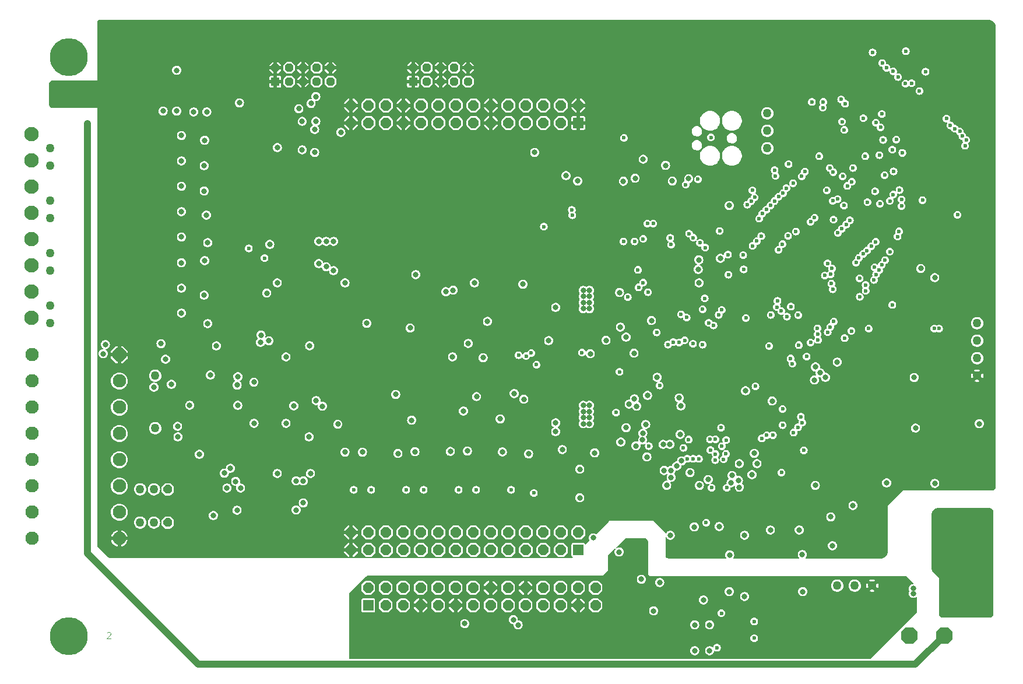
<source format=gbr>
%TF.GenerationSoftware,KiCad,Pcbnew,7.0.10-7.0.10~ubuntu22.04.1*%
%TF.CreationDate,2024-01-19T15:41:50+01:00*%
%TF.ProjectId,EEZ DIB MIO168,45455a20-4449-4422-904d-494f3136382e,r3B1*%
%TF.SameCoordinates,Original*%
%TF.FileFunction,Copper,L2,Inr*%
%TF.FilePolarity,Positive*%
%FSLAX46Y46*%
G04 Gerber Fmt 4.6, Leading zero omitted, Abs format (unit mm)*
G04 Created by KiCad (PCBNEW 7.0.10-7.0.10~ubuntu22.04.1) date 2024-01-19 15:41:50*
%MOMM*%
%LPD*%
G01*
G04 APERTURE LIST*
G04 Aperture macros list*
%AMOutline5P*
0 Free polygon, 5 corners , with rotation*
0 The origin of the aperture is its center*
0 number of corners: always 5*
0 $1 to $10 corner X, Y*
0 $11 Rotation angle, in degrees counterclockwise*
0 create outline with 5 corners*
4,1,5,$1,$2,$3,$4,$5,$6,$7,$8,$9,$10,$1,$2,$11*%
%AMOutline6P*
0 Free polygon, 6 corners , with rotation*
0 The origin of the aperture is its center*
0 number of corners: always 6*
0 $1 to $12 corner X, Y*
0 $13 Rotation angle, in degrees counterclockwise*
0 create outline with 6 corners*
4,1,6,$1,$2,$3,$4,$5,$6,$7,$8,$9,$10,$11,$12,$1,$2,$13*%
%AMOutline7P*
0 Free polygon, 7 corners , with rotation*
0 The origin of the aperture is its center*
0 number of corners: always 7*
0 $1 to $14 corner X, Y*
0 $15 Rotation angle, in degrees counterclockwise*
0 create outline with 7 corners*
4,1,7,$1,$2,$3,$4,$5,$6,$7,$8,$9,$10,$11,$12,$13,$14,$1,$2,$15*%
%AMOutline8P*
0 Free polygon, 8 corners , with rotation*
0 The origin of the aperture is its center*
0 number of corners: always 8*
0 $1 to $16 corner X, Y*
0 $17 Rotation angle, in degrees counterclockwise*
0 create outline with 8 corners*
4,1,8,$1,$2,$3,$4,$5,$6,$7,$8,$9,$10,$11,$12,$13,$14,$15,$16,$1,$2,$17*%
G04 Aperture macros list end*
%ADD10C,0.101600*%
%TA.AperFunction,NonConductor*%
%ADD11C,0.101600*%
%TD*%
%TA.AperFunction,ComponentPad*%
%ADD12C,1.270000*%
%TD*%
%TA.AperFunction,ComponentPad*%
%ADD13Outline8P,-1.200000X0.497056X-0.497056X1.200000X0.497056X1.200000X1.200000X0.497056X1.200000X-0.497056X0.497056X-1.200000X-0.497056X-1.200000X-1.200000X-0.497056X270.000000*%
%TD*%
%TA.AperFunction,ComponentPad*%
%ADD14C,2.100000*%
%TD*%
%TA.AperFunction,ComponentPad*%
%ADD15R,1.500000X1.500000*%
%TD*%
%TA.AperFunction,ComponentPad*%
%ADD16Outline8P,-0.750000X0.310660X-0.310660X0.750000X0.310660X0.750000X0.750000X0.310660X0.750000X-0.310660X0.310660X-0.750000X-0.310660X-0.750000X-0.750000X-0.310660X0.000000*%
%TD*%
%TA.AperFunction,ComponentPad*%
%ADD17R,1.200000X1.200000*%
%TD*%
%TA.AperFunction,ComponentPad*%
%ADD18Outline8P,-0.600000X0.248528X-0.248528X0.600000X0.248528X0.600000X0.600000X0.248528X0.600000X-0.248528X0.248528X-0.600000X-0.248528X-0.600000X-0.600000X-0.248528X0.000000*%
%TD*%
%TA.AperFunction,ComponentPad*%
%ADD19Outline8P,-0.635000X0.263026X-0.263026X0.635000X0.263026X0.635000X0.635000X0.263026X0.635000X-0.263026X0.263026X-0.635000X-0.263026X-0.635000X-0.635000X-0.263026X90.000000*%
%TD*%
%TA.AperFunction,ComponentPad*%
%ADD20C,5.500000*%
%TD*%
%TA.AperFunction,ComponentPad*%
%ADD21Outline8P,-0.750000X0.310660X-0.310660X0.750000X0.310660X0.750000X0.750000X0.310660X0.750000X-0.310660X0.310660X-0.750000X-0.310660X-0.750000X-0.750000X-0.310660X180.000000*%
%TD*%
%TA.AperFunction,ComponentPad*%
%ADD22Outline8P,-0.975000X0.403858X-0.403858X0.975000X0.403858X0.975000X0.975000X0.403858X0.975000X-0.403858X0.403858X-0.975000X-0.403858X-0.975000X-0.975000X-0.403858X180.000000*%
%TD*%
%TA.AperFunction,ComponentPad*%
%ADD23C,1.950000*%
%TD*%
%TA.AperFunction,ViaPad*%
%ADD24C,0.806400*%
%TD*%
%TA.AperFunction,ViaPad*%
%ADD25C,0.600000*%
%TD*%
%TA.AperFunction,Conductor*%
%ADD26C,1.016000*%
%TD*%
G04 APERTURE END LIST*
D10*
D11*
X92070343Y-146547796D02*
X92113886Y-146504253D01*
X92113886Y-146504253D02*
X92200972Y-146460710D01*
X92200972Y-146460710D02*
X92418686Y-146460710D01*
X92418686Y-146460710D02*
X92505772Y-146504253D01*
X92505772Y-146504253D02*
X92549314Y-146547796D01*
X92549314Y-146547796D02*
X92592857Y-146634882D01*
X92592857Y-146634882D02*
X92592857Y-146721968D01*
X92592857Y-146721968D02*
X92549314Y-146852596D01*
X92549314Y-146852596D02*
X92026800Y-147375110D01*
X92026800Y-147375110D02*
X92592857Y-147375110D01*
D12*
%TO.N,DAC_OUT#4*%
%TO.C,TP12*%
X99060000Y-116840000D03*
%TD*%
%TO.N,DAC_OUT#3*%
%TO.C,TP11*%
X99060000Y-109220000D03*
%TD*%
%TO.N,Net-(TP20-P$1)*%
%TO.C,TP20*%
X83820000Y-101600000D03*
%TD*%
%TO.N,Net-(TP19-P$1)*%
%TO.C,TP19*%
X83820000Y-99060000D03*
%TD*%
%TO.N,Net-(TP18-P$1)*%
%TO.C,TP18*%
X83820000Y-93980000D03*
%TD*%
%TO.N,Net-(TP17-P$1)*%
%TO.C,TP17*%
X83820000Y-91440000D03*
%TD*%
%TO.N,Net-(TP16-P$1)*%
%TO.C,TP16*%
X83820000Y-86360000D03*
%TD*%
%TO.N,Net-(TP15-P$1)*%
%TO.C,TP15*%
X83820000Y-83820000D03*
%TD*%
%TO.N,Net-(TP14-P$1)*%
%TO.C,TP14*%
X83820000Y-78740000D03*
%TD*%
%TO.N,Net-(TP13-P$1)*%
%TO.C,TP13*%
X83820000Y-76200000D03*
%TD*%
%TO.N,GNDIO*%
%TO.C,TP3*%
X203200000Y-139700000D03*
%TD*%
%TO.N,/MCU/SWCLK*%
%TO.C,TP10*%
X187960000Y-76200000D03*
%TD*%
%TO.N,~{RESET}*%
%TO.C,TP9*%
X187960000Y-73660000D03*
%TD*%
%TO.N,/MCU/SWDIO*%
%TO.C,TP8*%
X187960000Y-71120000D03*
%TD*%
%TO.N,+5V*%
%TO.C,TP1*%
X198120000Y-139700000D03*
%TD*%
%TO.N,+3V3*%
%TO.C,TP2*%
X200660000Y-139700000D03*
%TD*%
%TO.N,+3V3_ISO*%
%TO.C,TP4*%
X218440000Y-101600000D03*
%TD*%
%TO.N,-15V_ISO*%
%TO.C,TP6*%
X218440000Y-106680000D03*
%TD*%
%TO.N,+15V_ISO*%
%TO.C,TP5*%
X218440000Y-104140000D03*
%TD*%
D13*
%TO.N,PE*%
%TO.C,J1*%
X213677100Y-146915600D03*
%TO.N,unconnected-(J1-Pad2)*%
X208597100Y-146915600D03*
%TD*%
D14*
%TO.N,Net-(TP20-P$1)*%
%TO.C,X4*%
X81100000Y-100835000D03*
%TO.N,Net-(TP19-P$1)*%
X81100000Y-97025000D03*
%TO.N,Net-(TP18-P$1)*%
X81100000Y-93215000D03*
%TO.N,Net-(TP17-P$1)*%
X81100000Y-89405000D03*
%TO.N,Net-(TP16-P$1)*%
X81100000Y-85595000D03*
%TO.N,Net-(TP15-P$1)*%
X81100000Y-81785000D03*
%TO.N,Net-(TP14-P$1)*%
X81100000Y-77975000D03*
%TO.N,Net-(TP13-P$1)*%
X81100000Y-74165000D03*
%TD*%
D15*
%TO.N,+3V3*%
%TO.C,X1*%
X129980000Y-142540000D03*
D16*
%TO.N,unconnected-(X1-Pin_2-Pad2)*%
X129980000Y-140000000D03*
%TO.N,unconnected-(X1-Pin_3-Pad3)*%
X132520000Y-142540000D03*
%TO.N,/DIB interface/DIB_NRESET*%
X132520000Y-140000000D03*
%TO.N,/DIB interface/DIB_SCL*%
X135060000Y-142540000D03*
%TO.N,/DIB interface/OE_SYNC*%
X135060000Y-140000000D03*
%TO.N,GNDIO*%
X137600000Y-142540000D03*
%TO.N,/DIB interface/DIB_SDA*%
X137600000Y-140000000D03*
%TO.N,Net-(RN1B-2)*%
X140140000Y-142540000D03*
%TO.N,/DIB interface/DIB_IRQ*%
X140140000Y-140000000D03*
%TO.N,GNDIO*%
X142680000Y-142540000D03*
%TO.N,/DIB interface/DIB_CSB*%
X142680000Y-140000000D03*
%TO.N,Net-(RN1C-2)*%
X145220000Y-142540000D03*
%TO.N,Net-(RN1A-2)*%
X145220000Y-140000000D03*
%TO.N,Net-(RN1D-2)*%
X147760000Y-142540000D03*
%TO.N,GNDIO*%
X147760000Y-140000000D03*
%TO.N,/DIB interface/DIB_A0*%
X150300000Y-142540000D03*
%TO.N,/DIB interface/DIB_A2*%
X150300000Y-140000000D03*
%TO.N,/DIB interface/DIB_A1*%
X152840000Y-142540000D03*
%TO.N,GNDIO*%
X152840000Y-140000000D03*
%TO.N,unconnected-(X1-Pin_21-Pad21)*%
X155380000Y-142540000D03*
%TO.N,unconnected-(X1-Pin_22-Pad22)*%
X155380000Y-140000000D03*
%TO.N,+5V*%
X157920000Y-142540000D03*
X157920000Y-140000000D03*
%TO.N,GNDIO*%
X160460000Y-142540000D03*
%TO.N,/DIB interface/DIB_BOOT*%
X160460000Y-140000000D03*
%TO.N,unconnected-(X1-Pin_27-Pad27)*%
X163000000Y-142540000D03*
%TO.N,unconnected-(X1-Pin_28-Pad28)*%
X163000000Y-140000000D03*
%TD*%
D17*
%TO.N,GND*%
%TO.C,X7*%
X136500000Y-66500000D03*
D18*
X136500000Y-64500000D03*
%TO.N,/ADIB\u002C PWM\u002C AFE connectors/AFE2N*%
X138500000Y-66500000D03*
%TO.N,/ADIB\u002C PWM\u002C AFE connectors/AFE2P*%
X138500000Y-64500000D03*
%TO.N,GND*%
X140500000Y-66500000D03*
X140500000Y-64500000D03*
%TO.N,ADIB2_ID0*%
X142500000Y-66500000D03*
%TO.N,ADIB2_ID2*%
X142500000Y-64500000D03*
%TO.N,ADIB2_ID1*%
X144500000Y-66500000D03*
%TO.N,GND*%
X144500000Y-64500000D03*
%TD*%
D12*
%TO.N,Net-(JP3-Pin_1)*%
%TO.C,JP3*%
X96869100Y-130532600D03*
%TO.N,PWM_OUT#2*%
X98869100Y-130532600D03*
D19*
%TO.N,Net-(JP3-Pin_3)*%
X100869100Y-130532600D03*
%TD*%
D20*
%TO.N,*%
%TO.C,KK1*%
X86500000Y-63000000D03*
%TD*%
D12*
%TO.N,Net-(JP2-Pin_1)*%
%TO.C,JP2*%
X96869100Y-125706600D03*
%TO.N,PWM_OUT#1*%
X98869100Y-125706600D03*
D19*
%TO.N,Net-(JP2-Pin_3)*%
X100869100Y-125706600D03*
%TD*%
D17*
%TO.N,GND*%
%TO.C,X5*%
X116500000Y-66500000D03*
D18*
X116500000Y-64500000D03*
%TO.N,/ADIB\u002C PWM\u002C AFE connectors/AFE1N*%
X118500000Y-66500000D03*
%TO.N,/ADIB\u002C PWM\u002C AFE connectors/AFE1P*%
X118500000Y-64500000D03*
%TO.N,GND*%
X120500000Y-66500000D03*
X120500000Y-64500000D03*
%TO.N,ADIB1_ID0*%
X122500000Y-66500000D03*
%TO.N,ADIB1_ID2*%
X122500000Y-64500000D03*
%TO.N,ADIB1_ID1*%
X124500000Y-66500000D03*
%TO.N,GND*%
X124500000Y-64500000D03*
%TD*%
D15*
%TO.N,AFE_ID0*%
%TO.C,X8*%
X160520000Y-134500000D03*
D21*
%TO.N,AFE_ID1*%
X160520000Y-131960000D03*
%TO.N,ISEL#1*%
X157980000Y-134500000D03*
%TO.N,ISEL#2*%
X157980000Y-131960000D03*
%TO.N,USEL1#1*%
X155440000Y-134500000D03*
%TO.N,USEL1#2{slash}SDA2*%
X155440000Y-131960000D03*
%TO.N,USEL20#1*%
X152900000Y-134500000D03*
%TO.N,USEL20#2{slash}SCL2*%
X152900000Y-131960000D03*
%TO.N,USEL100#1*%
X150360000Y-134500000D03*
%TO.N,USEL100#2*%
X150360000Y-131960000D03*
%TO.N,USEL1#3*%
X147820000Y-134500000D03*
%TO.N,USEL1#4*%
X147820000Y-131960000D03*
%TO.N,USEL20#3*%
X145280000Y-134500000D03*
%TO.N,USEL20#4*%
X145280000Y-131960000D03*
%TO.N,ISEL_S#3*%
X142740000Y-134500000D03*
%TO.N,ISEL_S#4*%
X142740000Y-131960000D03*
%TO.N,ISEL_R#3*%
X140200000Y-134500000D03*
%TO.N,ISEL_R#4*%
X140200000Y-131960000D03*
%TO.N,ISEL10_S#3*%
X137660000Y-134500000D03*
%TO.N,ISEL10_S#4*%
X137660000Y-131960000D03*
%TO.N,ISEL10_R#3*%
X135120000Y-134500000D03*
%TO.N,ISEL10_R#4*%
X135120000Y-131960000D03*
%TO.N,ISEL_LOW#3*%
X132580000Y-134500000D03*
%TO.N,ISEL_LOW#4*%
X132580000Y-131960000D03*
%TO.N,ISEL_MID#3*%
X130040000Y-134500000D03*
%TO.N,ISEL_MID#4*%
X130040000Y-131960000D03*
%TO.N,GND*%
X127500000Y-134500000D03*
X127500000Y-131960000D03*
%TD*%
D15*
%TO.N,GND*%
%TO.C,X6*%
X160520000Y-72500000D03*
D21*
X160520000Y-69960000D03*
%TO.N,MIO_MOSI*%
X157980000Y-72500000D03*
%TO.N,ADC_CLK{slash}SDA1*%
X157980000Y-69960000D03*
%TO.N,~{ADC_CS}*%
X155440000Y-72500000D03*
%TO.N,MIO_SCK*%
X155440000Y-69960000D03*
%TO.N,~{ADC_DRDY}*%
X152900000Y-72500000D03*
%TO.N,MIO_MISO*%
X152900000Y-69960000D03*
%TO.N,~{RESET}*%
X150360000Y-72500000D03*
%TO.N,ADC_START{slash}SCL1*%
X150360000Y-69960000D03*
%TO.N,GND*%
X147820000Y-72500000D03*
X147820000Y-69960000D03*
%TO.N,+3V3_ISO*%
X145280000Y-72500000D03*
%TO.N,AFE_CLK*%
X145280000Y-69960000D03*
%TO.N,-5V_ISO*%
X142740000Y-72500000D03*
%TO.N,+5V_ISO*%
X142740000Y-69960000D03*
%TO.N,unconnected-(X6-Pin_17-Pad17)*%
X140200000Y-72500000D03*
%TO.N,unconnected-(X6-Pin_18-Pad18)*%
X140200000Y-69960000D03*
%TO.N,-15V_ISO*%
X137660000Y-72500000D03*
%TO.N,+15V_ISO*%
X137660000Y-69960000D03*
%TO.N,GND*%
X135120000Y-72500000D03*
X135120000Y-69960000D03*
%TO.N,/ADIB\u002C PWM\u002C AFE connectors/AFE2N*%
X132580000Y-72500000D03*
%TO.N,/ADIB\u002C PWM\u002C AFE connectors/AFE2P*%
X132580000Y-69960000D03*
%TO.N,/ADIB\u002C PWM\u002C AFE connectors/AFE1N*%
X130040000Y-72500000D03*
%TO.N,/ADIB\u002C PWM\u002C AFE connectors/AFE1P*%
X130040000Y-69960000D03*
%TO.N,GND*%
X127500000Y-72500000D03*
X127500000Y-69960000D03*
%TD*%
D22*
%TO.N,GND*%
%TO.C,X3*%
X93850000Y-106165000D03*
D23*
%TO.N,DAC_OUT#1*%
X93850000Y-109975000D03*
%TO.N,DAC_OUT#2*%
X93850000Y-113785000D03*
%TO.N,DAC_OUT#3*%
X93850000Y-117595000D03*
%TO.N,DAC_OUT#4*%
X93850000Y-121405000D03*
%TO.N,PWM_OUT#1*%
X93850000Y-125215000D03*
%TO.N,PWM_OUT#2*%
X93850000Y-129025000D03*
%TO.N,GND*%
X93850000Y-132835000D03*
%TO.N,POUT0*%
X81150000Y-106165000D03*
%TO.N,POUT1*%
X81150000Y-109975000D03*
%TO.N,POUT2*%
X81150000Y-113785000D03*
%TO.N,POUT3*%
X81150000Y-117595000D03*
%TO.N,POUT4*%
X81150000Y-121405000D03*
%TO.N,POUT5*%
X81150000Y-125215000D03*
%TO.N,POUT6*%
X81150000Y-129025000D03*
%TO.N,POUT7*%
X81150000Y-132835000D03*
%TD*%
D12*
%TO.N,GND*%
%TO.C,TP7*%
X218440000Y-109220000D03*
%TD*%
D20*
%TO.N,*%
%TO.C,KK2*%
X86500000Y-147000000D03*
%TD*%
D24*
%TO.N,GND*%
X176148600Y-132945600D03*
D25*
X202247500Y-82232500D03*
D24*
X104774600Y-128564100D03*
X199237200Y-107291600D03*
X204152100Y-131802600D03*
X104965100Y-94909100D03*
X211835600Y-111736600D03*
D25*
X182372000Y-102679500D03*
D24*
X111442100Y-78145100D03*
X205422100Y-114848100D03*
X166052100Y-94083600D03*
X110045100Y-84939600D03*
D25*
X205123831Y-86849169D03*
X195915552Y-76181948D03*
D24*
X136270600Y-108648500D03*
X152654000Y-97195100D03*
D25*
X204978000Y-100076000D03*
X203134039Y-78293037D03*
D24*
X203898100Y-120563100D03*
X140779100Y-100330000D03*
X207645000Y-117999140D03*
X158241600Y-122277600D03*
X165544500Y-105219500D03*
X111442100Y-93893100D03*
X85661500Y-68389500D03*
X218694000Y-120586500D03*
X136651600Y-105513600D03*
D25*
X171640500Y-89598500D03*
D24*
X196963900Y-108371100D03*
D25*
X201243390Y-75617805D03*
D24*
X212597600Y-111736600D03*
X103314500Y-122491500D03*
X196024512Y-131254500D03*
D25*
X153987500Y-87566500D03*
D24*
X110045100Y-92813600D03*
X113601100Y-99481100D03*
X137502500Y-116168900D03*
X95884600Y-64746600D03*
X165036100Y-122074400D03*
X165125000Y-87428800D03*
X161099100Y-109577600D03*
X205803500Y-120586500D03*
X183768600Y-135231600D03*
X104965100Y-87543100D03*
X184657600Y-130596100D03*
X132980874Y-114300000D03*
X104965100Y-98592100D03*
D25*
X189166500Y-105410000D03*
D24*
X97789600Y-114149600D03*
X194373100Y-132945600D03*
X186753100Y-132945600D03*
X153479500Y-110871000D03*
X104965100Y-102275100D03*
X113918600Y-83796600D03*
X139954000Y-111633000D03*
X110045100Y-100687600D03*
X111188100Y-101894100D03*
X110934100Y-130227800D03*
X110045100Y-77065600D03*
D25*
X187388500Y-81216500D03*
D24*
X104965100Y-80177100D03*
X111442100Y-86082600D03*
D25*
X200025000Y-76835000D03*
D24*
X110045100Y-81002600D03*
X115391800Y-112600200D03*
D25*
X193357500Y-68326000D03*
X201549000Y-103505000D03*
X197040500Y-72263000D03*
D24*
X161798000Y-83693000D03*
X196341600Y-128119600D03*
D25*
X206184500Y-60198000D03*
D24*
X121678300Y-97792000D03*
D25*
X207962500Y-65468500D03*
D24*
X211645500Y-92075000D03*
D25*
X203454000Y-60896500D03*
D24*
X104965100Y-83860100D03*
D25*
X213487000Y-106362500D03*
D24*
X97789600Y-105577100D03*
X143891000Y-107378500D03*
D25*
X158369000Y-83883500D03*
D24*
X97853100Y-109704600D03*
X208089500Y-97790000D03*
X173862600Y-130659600D03*
D25*
X218186000Y-75692000D03*
D24*
X208216100Y-114848100D03*
X205422100Y-113578100D03*
D25*
X177763849Y-72553151D03*
D24*
X113855100Y-75922600D03*
X138938000Y-101155504D03*
X105918000Y-67818000D03*
X157225600Y-113070100D03*
D25*
X184023000Y-100901500D03*
D24*
X168458300Y-102148100D03*
X208216100Y-113578100D03*
D25*
X212915500Y-66929000D03*
D24*
X219519100Y-113918996D03*
X175132600Y-94909100D03*
D25*
X185008959Y-106967459D03*
D24*
X190100800Y-111061500D03*
X104965100Y-76494100D03*
X139064600Y-114213100D03*
X119278000Y-73560400D03*
X110045100Y-96750600D03*
X150431500Y-109283500D03*
X183641600Y-83675100D03*
X103631600Y-133733000D03*
X175767600Y-84114100D03*
X128714100Y-100266494D03*
X95567500Y-62357000D03*
X157225600Y-96306100D03*
X110045100Y-88876600D03*
X128270000Y-114427000D03*
D25*
X213487000Y-105727500D03*
D24*
X156717600Y-122341100D03*
X165989000Y-116332000D03*
X160781600Y-93969300D03*
X213296100Y-117070600D03*
X121208400Y-111381000D03*
X104965100Y-91226100D03*
X143248800Y-100116100D03*
X108394100Y-130786600D03*
D25*
X211882707Y-86327735D03*
D24*
X95757600Y-69382100D03*
X166369600Y-111482600D03*
X152781000Y-114594100D03*
X163004100Y-122074400D03*
X107822600Y-122595100D03*
X165925510Y-99631500D03*
X141414100Y-113070100D03*
X109981600Y-73128600D03*
X168427000Y-117311900D03*
X211327600Y-117134100D03*
X218820600Y-122849100D03*
D25*
X154622500Y-93980000D03*
D24*
X158242000Y-105219500D03*
X113855100Y-91670600D03*
X218820600Y-122087100D03*
X131063600Y-99417600D03*
X161581700Y-86412800D03*
X96900600Y-117769100D03*
%TO.N,+3V3*%
X172338600Y-139232100D03*
X166433510Y-134810500D03*
X171449600Y-143359600D03*
X182435100Y-140565600D03*
X184657600Y-141264100D03*
X193103100Y-140565600D03*
%TO.N,GNDIO*%
X168401600Y-143867600D03*
X173164100Y-141485200D03*
X184657600Y-143042100D03*
X186753100Y-140565600D03*
X170624100Y-140481800D03*
X184403600Y-139359100D03*
X165848900Y-136171400D03*
X209105100Y-143613600D03*
X194373100Y-140565600D03*
X209105100Y-142851600D03*
X176148600Y-140565600D03*
%TO.N,PE*%
X89198600Y-72580500D03*
%TO.N,+15V_ISO*%
X151193100Y-111800100D03*
X122376800Y-72290400D03*
X110946800Y-110580900D03*
X116776100Y-95734600D03*
X121602494Y-123407900D03*
X100548000Y-106819200D03*
X209486100Y-116816600D03*
X126618600Y-95734600D03*
X158178100Y-119928100D03*
X156209600Y-104116600D03*
X129776182Y-101607200D03*
X116776100Y-123407900D03*
X101409100Y-110466600D03*
X143827100Y-114340100D03*
X111035700Y-113514600D03*
X145414600Y-95734600D03*
%TO.N,-15V_ISO*%
X161226100Y-98592100D03*
X161226100Y-96814100D03*
X162115100Y-96814100D03*
X218757100Y-116181600D03*
X118046100Y-116118100D03*
X160718100Y-126938500D03*
X162115100Y-97703100D03*
X162242100Y-106021600D03*
X162115100Y-98592100D03*
X161226100Y-116181600D03*
X144525600Y-104526500D03*
X161226100Y-99481100D03*
X113410600Y-116118100D03*
X118046100Y-106478800D03*
X162115100Y-116181600D03*
X162115100Y-114403600D03*
X147319600Y-101322600D03*
X161226100Y-115292600D03*
X162115100Y-113514600D03*
X145729600Y-112247100D03*
X120408300Y-76417900D03*
X120408300Y-72290400D03*
X133984600Y-111927100D03*
X162115100Y-99481100D03*
X160718100Y-122785600D03*
X162115100Y-115292600D03*
X162877100Y-120423400D03*
X164528500Y-104076488D03*
X161226100Y-97703100D03*
X161226100Y-114403600D03*
X161226100Y-113514600D03*
%TO.N,+3V3_ISO*%
X111442100Y-125516100D03*
X181139700Y-92171100D03*
X210248100Y-93639100D03*
X102171100Y-64873600D03*
X109473600Y-125516100D03*
D25*
X199133538Y-73530538D03*
X208089500Y-62103000D03*
D24*
X193039600Y-135168100D03*
D25*
X206121000Y-98933000D03*
X204329577Y-84251081D03*
X210518174Y-83723715D03*
D24*
X121411600Y-118086600D03*
D25*
X185801000Y-82296000D03*
X210947000Y-65087500D03*
X184848100Y-100838000D03*
D24*
X109981600Y-122658600D03*
D25*
X202692000Y-102362000D03*
D24*
X188666849Y-112892257D03*
D25*
X194437000Y-69469000D03*
X202184000Y-77343000D03*
D24*
X136905600Y-94528100D03*
X173862600Y-132374100D03*
D25*
X195507700Y-77343000D03*
D24*
X184803200Y-111406400D03*
X166687100Y-118848600D03*
X166623600Y-102148100D03*
D25*
X196024500Y-70294494D03*
X212217004Y-102362000D03*
D24*
X168592100Y-105950600D03*
D25*
X182317300Y-94551500D03*
X200243170Y-81053670D03*
D24*
X212280100Y-94972600D03*
X182498600Y-135231600D03*
X110934100Y-128741900D03*
X182435100Y-84495100D03*
D25*
X155511500Y-87566500D03*
X212917007Y-102362000D03*
D24*
X184657600Y-132374100D03*
X198119600Y-107228100D03*
D25*
X188217900Y-104893200D03*
%TO.N,~{RESET}*%
X167068500Y-89725500D03*
X187154375Y-118321565D03*
X166497000Y-108648500D03*
X167703500Y-97790000D03*
D24*
X167055400Y-80977200D03*
D25*
X186245500Y-110744000D03*
X179768500Y-74612500D03*
X167132000Y-74676000D03*
D24*
%TO.N,+5V_ISO*%
X122211700Y-76786200D03*
X209296004Y-109474000D03*
X197181500Y-129722183D03*
X197421100Y-133898100D03*
X119519300Y-128716500D03*
X122211700Y-73458800D03*
X119519300Y-124474700D03*
D25*
%TO.N,DOUT7*%
X199199500Y-103759000D03*
X130429000Y-125793500D03*
D24*
X196417800Y-109450600D03*
X169849400Y-118543800D03*
%TO.N,DOUT6*%
X169874800Y-117578600D03*
D25*
X127889000Y-125793500D03*
X197612000Y-101346000D03*
D24*
X195630400Y-108790200D03*
D25*
%TO.N,DOUT3*%
X190182500Y-114055200D03*
X190182500Y-116395500D03*
X143129000Y-125793500D03*
X170751500Y-119443500D03*
D24*
%TO.N,DOUT2*%
X173989600Y-123979400D03*
D25*
X145669000Y-125793500D03*
D24*
X186461000Y-121985500D03*
D25*
X191606962Y-107473456D03*
%TO.N,DOUT1*%
X191336051Y-106722425D03*
X150749000Y-125793500D03*
D24*
X185737100Y-123585700D03*
X173341900Y-125127600D03*
%TO.N,DOUT0*%
X175500900Y-121591800D03*
D25*
X192528503Y-104777412D03*
X154051000Y-126238000D03*
D24*
X186067300Y-120486900D03*
%TO.N,DAC_OUT#1*%
X107949600Y-104878600D03*
X91820600Y-104688100D03*
X142239600Y-106466100D03*
X121691000Y-69686900D03*
D25*
%TO.N,DAC_CS#2*%
X161036000Y-105854500D03*
X165989000Y-114554000D03*
D24*
%TO.N,-VSENSE*%
X119913000Y-70448900D03*
X122427600Y-112816100D03*
X116801500Y-76087700D03*
X146684600Y-106593100D03*
%TO.N,~{DAC_ALARM}*%
X167449100Y-103608600D03*
X167449100Y-116753100D03*
X171132100Y-101195600D03*
D25*
X191720468Y-81261465D03*
X192115718Y-88271064D03*
D24*
%TO.N,DAC_OUT#2*%
X111289700Y-69598000D03*
X98869100Y-110873000D03*
X91503100Y-106021600D03*
X125577200Y-116245100D03*
D25*
%TO.N,BOOT0*%
X179070000Y-130556000D03*
X179705000Y-120015000D03*
X181038500Y-88201500D03*
X181961300Y-120554594D03*
D24*
%TO.N,CLAMP*%
X102869600Y-81701100D03*
X102869600Y-78018100D03*
X105473100Y-120626600D03*
X107505100Y-129516600D03*
X102869600Y-96496600D03*
X102869600Y-100116100D03*
X102171100Y-70779100D03*
X104647600Y-70906100D03*
X100202600Y-70779100D03*
X102869600Y-74335100D03*
X102869600Y-85384100D03*
X102869600Y-92813600D03*
X106552994Y-70906100D03*
X102869600Y-89067100D03*
D25*
%TO.N,DIN6*%
X178181000Y-89924800D03*
X180911500Y-100393500D03*
D24*
X115252500Y-97218500D03*
X115689800Y-90146600D03*
X106171600Y-97512600D03*
D25*
X173863000Y-89217500D03*
%TO.N,DIN5*%
X173990000Y-90170000D03*
X178943000Y-90614500D03*
D24*
X106235100Y-92496100D03*
D25*
X181342366Y-99648269D03*
D24*
%TO.N,DIN4*%
X178015500Y-92394500D03*
X106679600Y-89892600D03*
X122808600Y-92940600D03*
X122808600Y-89702100D03*
%TO.N,DIN3*%
X123888100Y-89702100D03*
X177926600Y-93766100D03*
X123888100Y-93385100D03*
X106489100Y-85892100D03*
%TO.N,DIN2*%
X178053600Y-95734600D03*
X124967600Y-93956600D03*
X124967600Y-89702100D03*
X106171600Y-82399600D03*
%TO.N,DIN1*%
X106171600Y-78716600D03*
X158724200Y-80164400D03*
%TO.N,DIN0*%
X106235100Y-75033600D03*
X160413300Y-80939100D03*
%TO.N,+5V*%
X209168600Y-140121100D03*
X209168600Y-140819600D03*
%TO.N,-5V_ISO*%
X120548000Y-124487400D03*
X194933100Y-125146600D03*
X120548000Y-127687800D03*
%TO.N,~{ADC_DRDY}*%
X168757200Y-80532700D03*
D25*
%TO.N,ISEL_S#3*%
X181235366Y-116764800D03*
X186118500Y-83312000D03*
%TO.N,ISEL_R#3*%
X187835533Y-85089489D03*
%TO.N,ISEL10_S#3*%
X188431714Y-84483624D03*
X179873443Y-125483051D03*
X182077450Y-125476000D03*
D24*
%TO.N,ISEL10_R#3*%
X182700306Y-124754443D03*
D25*
X189011776Y-83862309D03*
D24*
X179374400Y-124284200D03*
%TO.N,ISEL_S#4*%
X175424700Y-113603500D03*
D25*
X197471902Y-83824721D03*
X179451002Y-101536498D03*
D24*
%TO.N,ISEL_R#4*%
X175158000Y-112435100D03*
D25*
X180149500Y-101917500D03*
X198179730Y-83569596D03*
D24*
%TO.N,ISEL10_S#4*%
X175299959Y-117732009D03*
D25*
X198900689Y-80265329D03*
X178879500Y-97980500D03*
D24*
X172833900Y-119178800D03*
D25*
%TO.N,ISEL10_R#4*%
X180433366Y-120581362D03*
X184531000Y-93789500D03*
X178035631Y-121286369D03*
X196595998Y-82296000D03*
%TO.N,USEL1#1*%
X190173681Y-90098452D03*
X175420457Y-100299963D03*
D24*
X172979950Y-122969750D03*
D25*
%TO.N,ISEL#1*%
X189598909Y-90944092D03*
X176255444Y-100765700D03*
D24*
X173983250Y-122950700D03*
D25*
%TO.N,USEL100#1*%
X185610500Y-83883500D03*
X180432906Y-118457800D03*
D24*
%TO.N,ISEL_MID#3*%
X176732800Y-123280900D03*
X183895600Y-121985500D03*
D25*
X190253177Y-82707371D03*
D24*
%TO.N,ISEL_LOW#3*%
X178091700Y-125135100D03*
X182825478Y-123705483D03*
D25*
X189590685Y-83239920D03*
%TO.N,USEL1#3*%
X191051937Y-78497434D03*
X191770000Y-117475000D03*
%TO.N,USEL100#2*%
X178562000Y-104711500D03*
D24*
X170561000Y-112077500D03*
D25*
X194246500Y-104394000D03*
X193421003Y-79573865D03*
D24*
X170465350Y-121007600D03*
%TO.N,ISEL#2*%
X174808750Y-122315700D03*
D25*
X172326592Y-110632827D03*
%TO.N,ISEL_LOW#4*%
X186436000Y-89662000D03*
X177185630Y-121284804D03*
X181360508Y-119448008D03*
X197534763Y-79653764D03*
%TO.N,ISEL_MID#4*%
X181991000Y-118554500D03*
X185826400Y-90360500D03*
X176335628Y-121285036D03*
X197040500Y-79057500D03*
D24*
%TO.N,USEL1#4*%
X173805450Y-119172450D03*
X171957600Y-109437900D03*
%TO.N,BIAS_EN*%
X115569600Y-104142000D03*
D25*
X190738989Y-81993511D03*
X151828500Y-106235500D03*
X173545500Y-104711500D03*
X190982073Y-88897264D03*
X178562000Y-99568000D03*
D24*
X113385200Y-110161800D03*
%TO.N,AFE_ID1*%
X183768600Y-124411200D03*
X162672400Y-132755100D03*
D25*
X194246500Y-86868000D03*
%TO.N,AFE_ID0*%
X194824280Y-86273550D03*
D24*
X183908300Y-125414500D03*
D25*
%TO.N,ADIB1_ID1*%
X198198081Y-88475528D03*
%TO.N,ADIB1_ID0*%
X198762294Y-87881629D03*
%TO.N,ADIB2_ID0*%
X203531849Y-93472000D03*
%TO.N,ADIB2_ID1*%
X190817500Y-100647500D03*
%TO.N,ADIB2_ID2*%
X189357000Y-99250500D03*
%TO.N,ADIB1_ID2*%
X197592421Y-86561919D03*
D24*
%TO.N,ADIB1_SW*%
X154178000Y-76786200D03*
X122389500Y-68683600D03*
%TO.N,Net-(IC1-CLK)*%
X213423100Y-143804100D03*
X216344500Y-135509000D03*
X212470600Y-129072100D03*
X220217600Y-128881600D03*
X220217600Y-143804100D03*
%TO.N,Net-(C6-Pad2)*%
X212280500Y-124840996D03*
X205295500Y-124777500D03*
X200405600Y-128056100D03*
%TO.N,Net-(IC12-VOUT)*%
X157225600Y-99290600D03*
X152463100Y-95925100D03*
%TO.N,Net-(IC13-VOUT)*%
X157225600Y-116054600D03*
X152590100Y-112625600D03*
%TO.N,DAC_OUT#4*%
X104063400Y-113501900D03*
X119176400Y-113578100D03*
%TO.N,DIN7{slash}MISO*%
X106679600Y-101640100D03*
D25*
X175133000Y-104394000D03*
X154444700Y-107619800D03*
X195262500Y-103187500D03*
D24*
%TO.N,Net-(IC15-VDD)*%
X136080100Y-102275100D03*
X136308700Y-115673600D03*
%TO.N,/DIB interface/DIB_SDA*%
X151066100Y-144629600D03*
%TO.N,/DIB interface/DIB_SCL*%
X151764600Y-145391600D03*
%TO.N,/DIB interface/DIB_A0*%
X169671600Y-138762200D03*
%TO.N,/DIB interface/DIB_NRESET*%
X179577600Y-145391600D03*
X179577600Y-149138100D03*
%TO.N,/DIB interface/DIB_BOOT*%
X178688600Y-141772100D03*
%TO.N,/DIB interface/OE_SYNC*%
X177418600Y-149138100D03*
X177418600Y-145391600D03*
D25*
%TO.N,PWM#2{slash}MOSI*%
X195237608Y-102337862D03*
D24*
X110743600Y-124563600D03*
X114349945Y-104360918D03*
D25*
X174307500Y-104330500D03*
X152944191Y-106371300D03*
%TO.N,PWM#1{slash}SCK*%
X195326004Y-104013000D03*
X175958500Y-104076500D03*
D24*
X109092600Y-123357100D03*
X114426600Y-103307300D03*
D25*
X153666947Y-105926800D03*
%TO.N,USEL1#2{slash}SDA2*%
X175762263Y-119697209D03*
X193042449Y-116009981D03*
%TO.N,Net-(IC6-B2)*%
X193260541Y-120045041D03*
X190022041Y-123283541D03*
D24*
%TO.N,Net-(IC6-B1)*%
X192595100Y-131612100D03*
X188404100Y-131612100D03*
%TO.N,/Voltage DAC\u002C Digital outputs/1V25_REF*%
X123329300Y-113641600D03*
X121487800Y-104865900D03*
%TO.N,POUT6*%
X126619000Y-120309100D03*
%TO.N,POUT7*%
X129158999Y-120309099D03*
%TO.N,POUT5*%
X134302500Y-120499600D03*
%TO.N,POUT4*%
X136778996Y-120245600D03*
%TO.N,POUT3*%
X141922500Y-120205500D03*
%TO.N,POUT2*%
X144399000Y-120142000D03*
%TO.N,POUT1*%
X149479000Y-120269000D03*
%TO.N,POUT0*%
X153288600Y-120563100D03*
X99903600Y-104561100D03*
%TO.N,Net-(IC11B--IN)*%
X149161100Y-115483100D03*
X157225600Y-117324600D03*
%TO.N,/ADIB\u002C PWM\u002C AFE connectors/AFE2N*%
X126021700Y-73877900D03*
D25*
%TO.N,/DIB interface/DIB_CSB*%
X186054984Y-144907000D03*
X186055000Y-147320000D03*
D24*
%TO.N,Net-(RN1A-2)*%
X144017600Y-145201100D03*
%TO.N,Net-(Q9-G)*%
X107060600Y-109120400D03*
X111061100Y-109361700D03*
%TO.N,DOUT4*%
X170293900Y-116295900D03*
D25*
X196728127Y-102887749D03*
D24*
X194804900Y-109844300D03*
D25*
X138049000Y-125793500D03*
%TO.N,DOUT5*%
X197100165Y-102123489D03*
D24*
X168884200Y-119394700D03*
D25*
X135509000Y-125793500D03*
D24*
X194957300Y-107939300D03*
%TO.N,Net-(JP2-Pin_3)*%
X102298100Y-116562600D03*
%TO.N,Net-(JP3-Pin_3)*%
X102361600Y-118086600D03*
D25*
%TO.N,LEVEL_DIN0_3*%
X112649000Y-90741500D03*
X176602793Y-88579983D03*
%TO.N,LEVEL_DIN4_7*%
X177211204Y-89183400D03*
X114935000Y-92138500D03*
%TO.N,SLOW_DIN*%
X168692908Y-89718122D03*
X171894498Y-102933500D03*
X193675000Y-106426000D03*
X169164000Y-93853000D03*
%TO.N,/MCU/FMC_D0*%
X199429309Y-87266461D03*
X196088000Y-69469000D03*
%TO.N,/MCU/FMC_D1*%
X198691500Y-69088000D03*
X199949336Y-86652102D03*
%TO.N,/MCU/FMC_D2*%
X199263000Y-69723000D03*
X189022900Y-79375000D03*
%TO.N,/MCU/FMC_D3*%
X189149900Y-80198765D03*
X198818500Y-72326500D03*
%TO.N,/MCU/FMC_D4*%
X204597000Y-71210173D03*
X201399673Y-97767672D03*
%TO.N,/MCU/FMC_D5*%
X203740996Y-72475000D03*
X202247803Y-96031038D03*
%TO.N,/MCU/FMC_D6*%
X202256694Y-96880994D03*
X204406500Y-73152000D03*
%TO.N,/MCU/FMC_D7*%
X201365049Y-95076068D03*
X206692500Y-74930000D03*
%TO.N,/MCU/FMC_NBL0*%
X204787500Y-74993494D03*
X184458700Y-91694000D03*
%TO.N,/MCU/FMC_SDNWE*%
X204238276Y-77196733D03*
X189991996Y-99822000D03*
%TO.N,/MCU/FMC_SDNCAS*%
X200405988Y-79057500D03*
X187091969Y-88945949D03*
%TO.N,/MCU/FMC_SDNRAS*%
X200179138Y-102722162D03*
X215582500Y-85852000D03*
%TO.N,/MCU/FMC_SDNE0*%
X191389002Y-99187000D03*
X205009752Y-80105248D03*
%TO.N,/MCU/FMC_BA0*%
X206311500Y-79565500D03*
X202510907Y-84014261D03*
%TO.N,/MCU/FMC_A10*%
X201252565Y-92102803D03*
X205771750Y-83846827D03*
%TO.N,/MCU/FMC_A0*%
X196723000Y-92900500D03*
X206258178Y-82911419D03*
%TO.N,/MCU/FMC_A1*%
X197370079Y-93653700D03*
X207160444Y-82263577D03*
%TO.N,/MCU/FMC_A2*%
X197158356Y-94476912D03*
X207461822Y-83617254D03*
%TO.N,/MCU/FMC_A3*%
X207454500Y-84582000D03*
X196320832Y-94660900D03*
%TO.N,/MCU/FMC_A4*%
X197266102Y-95830912D03*
X216683500Y-75819000D03*
%TO.N,/MCU/FMC_A5*%
X216853980Y-74986269D03*
X197478237Y-96654017D03*
%TO.N,/MCU/FMC_A6*%
X216302200Y-74420352D03*
X203701858Y-89780511D03*
%TO.N,/MCU/FMC_A7*%
X203052937Y-90429431D03*
X215928890Y-73757217D03*
%TO.N,/MCU/FMC_A8*%
X215184059Y-73347667D03*
X202451895Y-91030474D03*
%TO.N,/MCU/FMC_A9*%
X214545000Y-72866485D03*
X201884284Y-91534584D03*
%TO.N,/MCU/FMC_A11*%
X213991862Y-71878862D03*
X200863202Y-92797965D03*
%TO.N,/MCU/FMC_SDCKE0*%
X207577600Y-76860591D03*
X192458250Y-100403750D03*
%TO.N,/MCU/FMC_SDCLK*%
X206121000Y-76390500D03*
X199095962Y-84499962D03*
%TO.N,/MCU/FMC_NBL1*%
X182245000Y-91630500D03*
X201917832Y-71822690D03*
%TO.N,/MCU/FMC_D8*%
X203463685Y-95302277D03*
X210058000Y-67881500D03*
%TO.N,/MCU/FMC_D9*%
X208915000Y-66738500D03*
X203755439Y-94503914D03*
%TO.N,/MCU/FMC_D10*%
X204198137Y-93885171D03*
X208026000Y-66802000D03*
%TO.N,/MCU/FMC_D11*%
X206946500Y-65849500D03*
X204585016Y-93128317D03*
%TO.N,/MCU/FMC_D12*%
X205059912Y-92423350D03*
X206248000Y-65024000D03*
%TO.N,/MCU/FMC_D13*%
X205274000Y-64501264D03*
X205771750Y-91217750D03*
%TO.N,/MCU/FMC_D14*%
X206883000Y-89017831D03*
X204660500Y-63817500D03*
%TO.N,/MCU/FMC_D15*%
X207099167Y-88261989D03*
X203263500Y-62293500D03*
%TO.N,SLAVE_IRQ*%
X188468000Y-100393500D03*
X188770617Y-117841117D03*
%TO.N,SLAVE_SCK*%
X199580500Y-81661000D03*
X203610876Y-82441108D03*
%TO.N,MIO_MOSI*%
X170536557Y-87132011D03*
X169274000Y-96393000D03*
D24*
X141256600Y-97020315D03*
D25*
X176106149Y-81480849D03*
D24*
X167893600Y-113324100D03*
X173189500Y-78678500D03*
%TO.N,MIO_SCK*%
X166496600Y-97131600D03*
X142333854Y-96801494D03*
D25*
X170624500Y-97091500D03*
D24*
X168973100Y-113641600D03*
D25*
X171386500Y-87122000D03*
X177875697Y-80696303D03*
D24*
%TO.N,MIO_MISO*%
X168655600Y-112562100D03*
D25*
X169934800Y-89344500D03*
X169934800Y-95701699D03*
D24*
X176542300Y-80596200D03*
D25*
%TO.N,/MCU/MIO_CS0*%
X186773478Y-86402192D03*
X159639000Y-85915500D03*
%TO.N,/MCU/MIO_CS1*%
X187227872Y-85683840D03*
X159575500Y-85153500D03*
%TO.N,USEL20#4*%
X177165000Y-104563000D03*
X180403500Y-121475500D03*
X181618800Y-121349948D03*
%TO.N,USEL20#2{slash}SCL2*%
X176530000Y-118491000D03*
X192833106Y-115186160D03*
%TO.N,USEL20#3*%
X192959033Y-80269105D03*
X192421600Y-116713000D03*
%TO.N,USEL20#1*%
X179641500Y-118457800D03*
X185054258Y-84389883D03*
%TO.N,/DIB interface/DIB_IRQ*%
X181292500Y-143700500D03*
X180657500Y-148717000D03*
D24*
%TO.N,SLAVE_SYNC*%
X180974600Y-131104100D03*
D25*
X189443146Y-98344900D03*
X187868403Y-117860405D03*
D24*
X177355100Y-131167600D03*
%TO.N,ADC_START{slash}SCL1*%
X174167400Y-80951800D03*
%TO.N,ADC_CLK{slash}SDA1*%
X169938300Y-77776800D03*
%TD*%
D26*
%TO.N,PE*%
X209446100Y-151106600D02*
X105282600Y-151106600D01*
X105282600Y-151106600D02*
X89198600Y-135022600D01*
X213637100Y-146915600D02*
X209446100Y-151106600D01*
X89198600Y-135022600D02*
X89198600Y-72580500D01*
%TD*%
%TA.AperFunction,Conductor*%
%TO.N,GND*%
G36*
X220003552Y-57554293D02*
G01*
X220222947Y-57571560D01*
X220232633Y-57573094D01*
X220247512Y-57576666D01*
X220444234Y-57623894D01*
X220453557Y-57626923D01*
X220530780Y-57658910D01*
X220654618Y-57710205D01*
X220663352Y-57714655D01*
X220668429Y-57717766D01*
X220679968Y-57726863D01*
X220954913Y-58001808D01*
X220960296Y-58007945D01*
X221033530Y-58103384D01*
X221041688Y-58117514D01*
X221086142Y-58224836D01*
X221090364Y-58240596D01*
X221106065Y-58359851D01*
X221106600Y-58368009D01*
X221106600Y-125385005D01*
X221106065Y-125393163D01*
X221090364Y-125512418D01*
X221086142Y-125528178D01*
X221041688Y-125635500D01*
X221033530Y-125649630D01*
X220962819Y-125741782D01*
X220951282Y-125753319D01*
X220859130Y-125824030D01*
X220845000Y-125832188D01*
X220737678Y-125876642D01*
X220721918Y-125880864D01*
X220602664Y-125896565D01*
X220594506Y-125897100D01*
X207633706Y-125897100D01*
X207484918Y-126045887D01*
X207484914Y-126045891D01*
X205570891Y-127959914D01*
X205570887Y-127959918D01*
X205422100Y-128108706D01*
X205422100Y-128319121D01*
X205422100Y-134879190D01*
X205421565Y-134887348D01*
X205405864Y-135006603D01*
X205401642Y-135022363D01*
X205357188Y-135129685D01*
X205349030Y-135143815D01*
X205275804Y-135239245D01*
X205270413Y-135245391D01*
X204927891Y-135587913D01*
X204921746Y-135593302D01*
X204903697Y-135607153D01*
X204826315Y-135666530D01*
X204812185Y-135674688D01*
X204704863Y-135719142D01*
X204689103Y-135723364D01*
X204569849Y-135739065D01*
X204561691Y-135739600D01*
X193551132Y-135739600D01*
X193506938Y-135721294D01*
X193488632Y-135677100D01*
X193506938Y-135632906D01*
X193509687Y-135630318D01*
X193514394Y-135626148D01*
X193535512Y-135607439D01*
X193592821Y-135524413D01*
X193626240Y-135475997D01*
X193626240Y-135475996D01*
X193626242Y-135475994D01*
X193682879Y-135326654D01*
X193682880Y-135326646D01*
X193702131Y-135168103D01*
X193702131Y-135168096D01*
X193682880Y-135009553D01*
X193682879Y-135009549D01*
X193682879Y-135009546D01*
X193626242Y-134860206D01*
X193626240Y-134860204D01*
X193626240Y-134860202D01*
X193535514Y-134728763D01*
X193535510Y-134728759D01*
X193415960Y-134622847D01*
X193274538Y-134548623D01*
X193119461Y-134510400D01*
X193119459Y-134510400D01*
X192959741Y-134510400D01*
X192959738Y-134510400D01*
X192804661Y-134548623D01*
X192663239Y-134622847D01*
X192543689Y-134728759D01*
X192543685Y-134728763D01*
X192452959Y-134860202D01*
X192396320Y-135009549D01*
X192396319Y-135009553D01*
X192377069Y-135168096D01*
X192377069Y-135168103D01*
X192396319Y-135326646D01*
X192396320Y-135326650D01*
X192396320Y-135326651D01*
X192396321Y-135326654D01*
X192435506Y-135429977D01*
X192452959Y-135475997D01*
X192543685Y-135607436D01*
X192543689Y-135607440D01*
X192569513Y-135630318D01*
X192590454Y-135673326D01*
X192574850Y-135718545D01*
X192531842Y-135739486D01*
X192528068Y-135739600D01*
X183066202Y-135739600D01*
X183022008Y-135721294D01*
X183003702Y-135677100D01*
X183014766Y-135641596D01*
X183085240Y-135539497D01*
X183085240Y-135539496D01*
X183085242Y-135539494D01*
X183141879Y-135390154D01*
X183146839Y-135349303D01*
X183161131Y-135231603D01*
X183161131Y-135231596D01*
X183141880Y-135073053D01*
X183141879Y-135073049D01*
X183141879Y-135073046D01*
X183085242Y-134923706D01*
X183085240Y-134923704D01*
X183085240Y-134923702D01*
X182994514Y-134792263D01*
X182994510Y-134792259D01*
X182874960Y-134686347D01*
X182733538Y-134612123D01*
X182578461Y-134573900D01*
X182578459Y-134573900D01*
X182418741Y-134573900D01*
X182418738Y-134573900D01*
X182263661Y-134612123D01*
X182122239Y-134686347D01*
X182002689Y-134792259D01*
X182002685Y-134792263D01*
X181911959Y-134923702D01*
X181855320Y-135073049D01*
X181855319Y-135073053D01*
X181836069Y-135231596D01*
X181836069Y-135231603D01*
X181855319Y-135390146D01*
X181855320Y-135390150D01*
X181855320Y-135390151D01*
X181855321Y-135390154D01*
X181877139Y-135447683D01*
X181911959Y-135539497D01*
X181982434Y-135641596D01*
X181992474Y-135688366D01*
X181966502Y-135728536D01*
X181930998Y-135739600D01*
X173620398Y-135739600D01*
X173612240Y-135739065D01*
X173507422Y-135725265D01*
X173491663Y-135721043D01*
X173481486Y-135716828D01*
X173397801Y-135682163D01*
X173383677Y-135674009D01*
X173303076Y-135612162D01*
X173291541Y-135600628D01*
X173229687Y-135520018D01*
X173221537Y-135505900D01*
X173182655Y-135412032D01*
X173178434Y-135396277D01*
X173164635Y-135291459D01*
X173164100Y-135283301D01*
X173164100Y-133898103D01*
X196758569Y-133898103D01*
X196777819Y-134056646D01*
X196777820Y-134056650D01*
X196777820Y-134056651D01*
X196777821Y-134056654D01*
X196790557Y-134090235D01*
X196834459Y-134205997D01*
X196925185Y-134337436D01*
X196925188Y-134337439D01*
X197044739Y-134443352D01*
X197186163Y-134517577D01*
X197341241Y-134555800D01*
X197341243Y-134555800D01*
X197500957Y-134555800D01*
X197500959Y-134555800D01*
X197656037Y-134517577D01*
X197797461Y-134443352D01*
X197917012Y-134337439D01*
X198007742Y-134205994D01*
X198064379Y-134056654D01*
X198083631Y-133898100D01*
X198079442Y-133863603D01*
X198064380Y-133739553D01*
X198064379Y-133739549D01*
X198064379Y-133739546D01*
X198007742Y-133590206D01*
X198007740Y-133590204D01*
X198007740Y-133590202D01*
X197917014Y-133458763D01*
X197917010Y-133458759D01*
X197797460Y-133352847D01*
X197656038Y-133278623D01*
X197500961Y-133240400D01*
X197500959Y-133240400D01*
X197341241Y-133240400D01*
X197341238Y-133240400D01*
X197186161Y-133278623D01*
X197044739Y-133352847D01*
X196925189Y-133458759D01*
X196925185Y-133458763D01*
X196834459Y-133590202D01*
X196777820Y-133739549D01*
X196777819Y-133739553D01*
X196758569Y-133898096D01*
X196758569Y-133898103D01*
X173164100Y-133898103D01*
X173164100Y-132720509D01*
X173182406Y-132676315D01*
X173226600Y-132658009D01*
X173270794Y-132676315D01*
X173278036Y-132685005D01*
X173366685Y-132813436D01*
X173366689Y-132813440D01*
X173472628Y-132907294D01*
X173486239Y-132919352D01*
X173627663Y-132993577D01*
X173782741Y-133031800D01*
X173782743Y-133031800D01*
X173942457Y-133031800D01*
X173942459Y-133031800D01*
X174097537Y-132993577D01*
X174238961Y-132919352D01*
X174358512Y-132813439D01*
X174449242Y-132681994D01*
X174505879Y-132532654D01*
X174514701Y-132460000D01*
X174525131Y-132374103D01*
X183995069Y-132374103D01*
X184014319Y-132532646D01*
X184014320Y-132532650D01*
X184014320Y-132532651D01*
X184014321Y-132532654D01*
X184023192Y-132556044D01*
X184070959Y-132681997D01*
X184161685Y-132813436D01*
X184161689Y-132813440D01*
X184267628Y-132907294D01*
X184281239Y-132919352D01*
X184422663Y-132993577D01*
X184577741Y-133031800D01*
X184577743Y-133031800D01*
X184737457Y-133031800D01*
X184737459Y-133031800D01*
X184892537Y-132993577D01*
X185033961Y-132919352D01*
X185153512Y-132813439D01*
X185244242Y-132681994D01*
X185300879Y-132532654D01*
X185309701Y-132460000D01*
X185320131Y-132374103D01*
X185320131Y-132374096D01*
X185300880Y-132215553D01*
X185300879Y-132215549D01*
X185300879Y-132215546D01*
X185244242Y-132066206D01*
X185244240Y-132066204D01*
X185244240Y-132066202D01*
X185153514Y-131934763D01*
X185153510Y-131934759D01*
X185033960Y-131828847D01*
X184892538Y-131754623D01*
X184737461Y-131716400D01*
X184737459Y-131716400D01*
X184577741Y-131716400D01*
X184577738Y-131716400D01*
X184422661Y-131754623D01*
X184281239Y-131828847D01*
X184161689Y-131934759D01*
X184161685Y-131934763D01*
X184070959Y-132066202D01*
X184014320Y-132215549D01*
X184014319Y-132215553D01*
X183995069Y-132374096D01*
X183995069Y-132374103D01*
X174525131Y-132374103D01*
X174525131Y-132374096D01*
X174505880Y-132215553D01*
X174505879Y-132215549D01*
X174505879Y-132215546D01*
X174449242Y-132066206D01*
X174449240Y-132066204D01*
X174449240Y-132066202D01*
X174358514Y-131934763D01*
X174358510Y-131934759D01*
X174238960Y-131828847D01*
X174097538Y-131754623D01*
X173942461Y-131716400D01*
X173942459Y-131716400D01*
X173782741Y-131716400D01*
X173782738Y-131716400D01*
X173627661Y-131754623D01*
X173486239Y-131828847D01*
X173366689Y-131934759D01*
X173366685Y-131934763D01*
X173275957Y-132066206D01*
X173258527Y-132112165D01*
X173225739Y-132146996D01*
X173177926Y-132148440D01*
X173164100Y-132135424D01*
X173164100Y-132045706D01*
X172285997Y-131167603D01*
X176692569Y-131167603D01*
X176711819Y-131326146D01*
X176711820Y-131326150D01*
X176711820Y-131326151D01*
X176711821Y-131326154D01*
X176742609Y-131407335D01*
X176768459Y-131475497D01*
X176859185Y-131606936D01*
X176859189Y-131606940D01*
X176978739Y-131712852D01*
X177088871Y-131770654D01*
X177120163Y-131787077D01*
X177275241Y-131825300D01*
X177275243Y-131825300D01*
X177434957Y-131825300D01*
X177434959Y-131825300D01*
X177590037Y-131787077D01*
X177731461Y-131712852D01*
X177851012Y-131606939D01*
X177933726Y-131487107D01*
X177941740Y-131475497D01*
X177941740Y-131475496D01*
X177941742Y-131475494D01*
X177998379Y-131326154D01*
X178001044Y-131304206D01*
X178017631Y-131167603D01*
X178017631Y-131167596D01*
X177998380Y-131009053D01*
X177998379Y-131009049D01*
X177998379Y-131009046D01*
X177941742Y-130859706D01*
X177941740Y-130859704D01*
X177941740Y-130859702D01*
X177851014Y-130728263D01*
X177851010Y-130728259D01*
X177731460Y-130622347D01*
X177605048Y-130556001D01*
X178510715Y-130556001D01*
X178529770Y-130700747D01*
X178529773Y-130700757D01*
X178579453Y-130820696D01*
X178585645Y-130835643D01*
X178674526Y-130951474D01*
X178790357Y-131040355D01*
X178925246Y-131096228D01*
X178925250Y-131096228D01*
X178925252Y-131096229D01*
X179069998Y-131115285D01*
X179070000Y-131115285D01*
X179070002Y-131115285D01*
X179154938Y-131104103D01*
X180312069Y-131104103D01*
X180331319Y-131262646D01*
X180331320Y-131262650D01*
X180331320Y-131262651D01*
X180331321Y-131262654D01*
X180370243Y-131365282D01*
X180387959Y-131411997D01*
X180478685Y-131543436D01*
X180478689Y-131543440D01*
X180486356Y-131550232D01*
X180598239Y-131649352D01*
X180739663Y-131723577D01*
X180894741Y-131761800D01*
X180894743Y-131761800D01*
X181054457Y-131761800D01*
X181054459Y-131761800D01*
X181209537Y-131723577D01*
X181350961Y-131649352D01*
X181393006Y-131612103D01*
X187741569Y-131612103D01*
X187760819Y-131770646D01*
X187760820Y-131770650D01*
X187760820Y-131770651D01*
X187760821Y-131770654D01*
X187782891Y-131828847D01*
X187817459Y-131919997D01*
X187908185Y-132051436D01*
X187908189Y-132051440D01*
X188027739Y-132157352D01*
X188109792Y-132200417D01*
X188169163Y-132231577D01*
X188324241Y-132269800D01*
X188324243Y-132269800D01*
X188483957Y-132269800D01*
X188483959Y-132269800D01*
X188639037Y-132231577D01*
X188780461Y-132157352D01*
X188900012Y-132051439D01*
X188980549Y-131934761D01*
X188990740Y-131919997D01*
X188990740Y-131919996D01*
X188990742Y-131919994D01*
X189047379Y-131770654D01*
X189053967Y-131716400D01*
X189066631Y-131612103D01*
X191932569Y-131612103D01*
X191951819Y-131770646D01*
X191951820Y-131770650D01*
X191951820Y-131770651D01*
X191951821Y-131770654D01*
X191973891Y-131828847D01*
X192008459Y-131919997D01*
X192099185Y-132051436D01*
X192099189Y-132051440D01*
X192218739Y-132157352D01*
X192300792Y-132200417D01*
X192360163Y-132231577D01*
X192515241Y-132269800D01*
X192515243Y-132269800D01*
X192674957Y-132269800D01*
X192674959Y-132269800D01*
X192830037Y-132231577D01*
X192971461Y-132157352D01*
X193091012Y-132051439D01*
X193171549Y-131934761D01*
X193181740Y-131919997D01*
X193181740Y-131919996D01*
X193181742Y-131919994D01*
X193238379Y-131770654D01*
X193244967Y-131716400D01*
X193257631Y-131612103D01*
X193257631Y-131612096D01*
X193238380Y-131453553D01*
X193238379Y-131453549D01*
X193238379Y-131453546D01*
X193181742Y-131304206D01*
X193181740Y-131304204D01*
X193181740Y-131304202D01*
X193091014Y-131172763D01*
X193091010Y-131172759D01*
X192971460Y-131066847D01*
X192830038Y-130992623D01*
X192674961Y-130954400D01*
X192674959Y-130954400D01*
X192515241Y-130954400D01*
X192515238Y-130954400D01*
X192360161Y-130992623D01*
X192218739Y-131066847D01*
X192099189Y-131172759D01*
X192099185Y-131172763D01*
X192008459Y-131304202D01*
X191951820Y-131453549D01*
X191951819Y-131453553D01*
X191932569Y-131612096D01*
X191932569Y-131612103D01*
X189066631Y-131612103D01*
X189066631Y-131612096D01*
X189047380Y-131453553D01*
X189047379Y-131453549D01*
X189047379Y-131453546D01*
X188990742Y-131304206D01*
X188990740Y-131304204D01*
X188990740Y-131304202D01*
X188900014Y-131172763D01*
X188900010Y-131172759D01*
X188780460Y-131066847D01*
X188639038Y-130992623D01*
X188483961Y-130954400D01*
X188483959Y-130954400D01*
X188324241Y-130954400D01*
X188324238Y-130954400D01*
X188169161Y-130992623D01*
X188027739Y-131066847D01*
X187908189Y-131172759D01*
X187908185Y-131172763D01*
X187817459Y-131304202D01*
X187760820Y-131453549D01*
X187760819Y-131453553D01*
X187741569Y-131612096D01*
X187741569Y-131612103D01*
X181393006Y-131612103D01*
X181470512Y-131543439D01*
X181561242Y-131411994D01*
X181617879Y-131262654D01*
X181628794Y-131172759D01*
X181637131Y-131104103D01*
X181637131Y-131104096D01*
X181617880Y-130945553D01*
X181617879Y-130945549D01*
X181617879Y-130945546D01*
X181561242Y-130796206D01*
X181561240Y-130796204D01*
X181561240Y-130796202D01*
X181470514Y-130664763D01*
X181470510Y-130664759D01*
X181350960Y-130558847D01*
X181209538Y-130484623D01*
X181054461Y-130446400D01*
X181054459Y-130446400D01*
X180894741Y-130446400D01*
X180894738Y-130446400D01*
X180739661Y-130484623D01*
X180598239Y-130558847D01*
X180478689Y-130664759D01*
X180478685Y-130664763D01*
X180387959Y-130796202D01*
X180331320Y-130945549D01*
X180331319Y-130945553D01*
X180312069Y-131104096D01*
X180312069Y-131104103D01*
X179154938Y-131104103D01*
X179214747Y-131096229D01*
X179214747Y-131096228D01*
X179214754Y-131096228D01*
X179349643Y-131040355D01*
X179465474Y-130951474D01*
X179554355Y-130835643D01*
X179610228Y-130700754D01*
X179629285Y-130556000D01*
X179626204Y-130532600D01*
X179610229Y-130411252D01*
X179610228Y-130411250D01*
X179610228Y-130411246D01*
X179554355Y-130276358D01*
X179465474Y-130160526D01*
X179465472Y-130160525D01*
X179465472Y-130160524D01*
X179430349Y-130133574D01*
X179349643Y-130071645D01*
X179349639Y-130071643D01*
X179214757Y-130015773D01*
X179214747Y-130015770D01*
X179070002Y-129996715D01*
X179069998Y-129996715D01*
X178925252Y-130015770D01*
X178925242Y-130015773D01*
X178790360Y-130071643D01*
X178674525Y-130160525D01*
X178585643Y-130276360D01*
X178529773Y-130411242D01*
X178529770Y-130411252D01*
X178510715Y-130555998D01*
X178510715Y-130556001D01*
X177605048Y-130556001D01*
X177590038Y-130548123D01*
X177434961Y-130509900D01*
X177434959Y-130509900D01*
X177275241Y-130509900D01*
X177275238Y-130509900D01*
X177120161Y-130548123D01*
X176978739Y-130622347D01*
X176859189Y-130728259D01*
X176859185Y-130728263D01*
X176768459Y-130859702D01*
X176711820Y-131009049D01*
X176711819Y-131009053D01*
X176692569Y-131167596D01*
X176692569Y-131167603D01*
X172285997Y-131167603D01*
X171396994Y-130278600D01*
X171186578Y-130278600D01*
X165235621Y-130278600D01*
X165025206Y-130278600D01*
X164876418Y-130427387D01*
X164876414Y-130427391D01*
X164876411Y-130427394D01*
X163110919Y-132192885D01*
X163066725Y-132211191D01*
X163037680Y-132204032D01*
X162907338Y-132135623D01*
X162752261Y-132097400D01*
X162752259Y-132097400D01*
X162592541Y-132097400D01*
X162592538Y-132097400D01*
X162437461Y-132135623D01*
X162296039Y-132209847D01*
X162176489Y-132315759D01*
X162176485Y-132315763D01*
X162085759Y-132447202D01*
X162029120Y-132596549D01*
X162029119Y-132596553D01*
X162009869Y-132755096D01*
X162009869Y-132755103D01*
X162029119Y-132913646D01*
X162029120Y-132913650D01*
X162029120Y-132913651D01*
X162029121Y-132913654D01*
X162073928Y-133031800D01*
X162085759Y-133062996D01*
X162119488Y-133111862D01*
X162129527Y-133158632D01*
X162112245Y-133191559D01*
X161616201Y-133687603D01*
X161572007Y-133705909D01*
X161527813Y-133687603D01*
X161510708Y-133655598D01*
X161509734Y-133650699D01*
X161494570Y-133628005D01*
X161453484Y-133566515D01*
X161369302Y-133510266D01*
X161369300Y-133510265D01*
X161295067Y-133495500D01*
X159744935Y-133495500D01*
X159744931Y-133495501D01*
X159670700Y-133510265D01*
X159670696Y-133510267D01*
X159586515Y-133566515D01*
X159530266Y-133650697D01*
X159530265Y-133650699D01*
X159515500Y-133724932D01*
X159515500Y-135275064D01*
X159515501Y-135275068D01*
X159530265Y-135349299D01*
X159530267Y-135349303D01*
X159586515Y-135433484D01*
X159670697Y-135489733D01*
X159671192Y-135489938D01*
X159671570Y-135490316D01*
X159675817Y-135493154D01*
X159675252Y-135493998D01*
X159705019Y-135523760D01*
X159705022Y-135571596D01*
X159685324Y-135597268D01*
X159677813Y-135603031D01*
X159663685Y-135611188D01*
X159556363Y-135655642D01*
X159540603Y-135659864D01*
X159421349Y-135675565D01*
X159413191Y-135676100D01*
X92554009Y-135676100D01*
X92545851Y-135675565D01*
X92426596Y-135659864D01*
X92410836Y-135655642D01*
X92303514Y-135611188D01*
X92289386Y-135603031D01*
X92193945Y-135529796D01*
X92187808Y-135524413D01*
X91499073Y-134835678D01*
X126496000Y-134835678D01*
X126510736Y-134909765D01*
X126510737Y-134909767D01*
X126552703Y-134972573D01*
X126552705Y-134972575D01*
X127027423Y-135447294D01*
X127027425Y-135447296D01*
X127090231Y-135489261D01*
X127090235Y-135489263D01*
X127164322Y-135503999D01*
X127164323Y-135504000D01*
X127246000Y-135504000D01*
X127246000Y-134933674D01*
X127357685Y-134984680D01*
X127464237Y-135000000D01*
X127535763Y-135000000D01*
X127642315Y-134984680D01*
X127754000Y-134933674D01*
X127754000Y-135504000D01*
X127835678Y-135504000D01*
X127835678Y-135503999D01*
X127909765Y-135489263D01*
X127909767Y-135489262D01*
X127972573Y-135447296D01*
X127972575Y-135447294D01*
X128447294Y-134972576D01*
X128447296Y-134972574D01*
X128489261Y-134909768D01*
X128489263Y-134909764D01*
X128503989Y-134835729D01*
X129035499Y-134835729D01*
X129050264Y-134909960D01*
X129050265Y-134909962D01*
X129092314Y-134972892D01*
X129092316Y-134972894D01*
X129567105Y-135447682D01*
X129567107Y-135447684D01*
X129630037Y-135489733D01*
X129630039Y-135489734D01*
X129704273Y-135504500D01*
X130375729Y-135504501D01*
X130449961Y-135489735D01*
X130512893Y-135447685D01*
X130987684Y-134972893D01*
X131029734Y-134909961D01*
X131044500Y-134835729D01*
X131575499Y-134835729D01*
X131590264Y-134909960D01*
X131590265Y-134909962D01*
X131632314Y-134972892D01*
X131632316Y-134972894D01*
X132107105Y-135447682D01*
X132107107Y-135447684D01*
X132170037Y-135489733D01*
X132170039Y-135489734D01*
X132244273Y-135504500D01*
X132915729Y-135504501D01*
X132989961Y-135489735D01*
X133052893Y-135447685D01*
X133527684Y-134972893D01*
X133569734Y-134909961D01*
X133584500Y-134835729D01*
X134115499Y-134835729D01*
X134130264Y-134909960D01*
X134130265Y-134909962D01*
X134172314Y-134972892D01*
X134172316Y-134972894D01*
X134647105Y-135447682D01*
X134647107Y-135447684D01*
X134710037Y-135489733D01*
X134710039Y-135489734D01*
X134784273Y-135504500D01*
X135455729Y-135504501D01*
X135529961Y-135489735D01*
X135592893Y-135447685D01*
X136067684Y-134972893D01*
X136109734Y-134909961D01*
X136124500Y-134835729D01*
X136655499Y-134835729D01*
X136670264Y-134909960D01*
X136670265Y-134909962D01*
X136712314Y-134972892D01*
X136712316Y-134972894D01*
X137187105Y-135447682D01*
X137187107Y-135447684D01*
X137250037Y-135489733D01*
X137250039Y-135489734D01*
X137324273Y-135504500D01*
X137995729Y-135504501D01*
X138069961Y-135489735D01*
X138132893Y-135447685D01*
X138607684Y-134972893D01*
X138649734Y-134909961D01*
X138664500Y-134835729D01*
X139195499Y-134835729D01*
X139210264Y-134909960D01*
X139210265Y-134909962D01*
X139252314Y-134972892D01*
X139252316Y-134972894D01*
X139727105Y-135447682D01*
X139727107Y-135447684D01*
X139790037Y-135489733D01*
X139790039Y-135489734D01*
X139864273Y-135504500D01*
X140535729Y-135504501D01*
X140609961Y-135489735D01*
X140672893Y-135447685D01*
X141147684Y-134972893D01*
X141189734Y-134909961D01*
X141204500Y-134835729D01*
X141735499Y-134835729D01*
X141750264Y-134909960D01*
X141750265Y-134909962D01*
X141792314Y-134972892D01*
X141792316Y-134972894D01*
X142267105Y-135447682D01*
X142267107Y-135447684D01*
X142330037Y-135489733D01*
X142330039Y-135489734D01*
X142404273Y-135504500D01*
X143075729Y-135504501D01*
X143149961Y-135489735D01*
X143212893Y-135447685D01*
X143687684Y-134972893D01*
X143729734Y-134909961D01*
X143744500Y-134835729D01*
X144275499Y-134835729D01*
X144290264Y-134909960D01*
X144290265Y-134909962D01*
X144332314Y-134972892D01*
X144332316Y-134972894D01*
X144807105Y-135447682D01*
X144807107Y-135447684D01*
X144870037Y-135489733D01*
X144870039Y-135489734D01*
X144944273Y-135504500D01*
X145615729Y-135504501D01*
X145689961Y-135489735D01*
X145752893Y-135447685D01*
X146227684Y-134972893D01*
X146269734Y-134909961D01*
X146284500Y-134835729D01*
X146815499Y-134835729D01*
X146830264Y-134909960D01*
X146830265Y-134909962D01*
X146872314Y-134972892D01*
X146872316Y-134972894D01*
X147347105Y-135447682D01*
X147347107Y-135447684D01*
X147410037Y-135489733D01*
X147410039Y-135489734D01*
X147484273Y-135504500D01*
X148155729Y-135504501D01*
X148229961Y-135489735D01*
X148292893Y-135447685D01*
X148767684Y-134972893D01*
X148809734Y-134909961D01*
X148824500Y-134835729D01*
X149355499Y-134835729D01*
X149370264Y-134909960D01*
X149370265Y-134909962D01*
X149412314Y-134972892D01*
X149412316Y-134972894D01*
X149887105Y-135447682D01*
X149887107Y-135447684D01*
X149950037Y-135489733D01*
X149950039Y-135489734D01*
X150024273Y-135504500D01*
X150695729Y-135504501D01*
X150769961Y-135489735D01*
X150832893Y-135447685D01*
X151307684Y-134972893D01*
X151349734Y-134909961D01*
X151364500Y-134835729D01*
X151895499Y-134835729D01*
X151910264Y-134909960D01*
X151910265Y-134909962D01*
X151952314Y-134972892D01*
X151952316Y-134972894D01*
X152427105Y-135447682D01*
X152427107Y-135447684D01*
X152490037Y-135489733D01*
X152490039Y-135489734D01*
X152564273Y-135504500D01*
X153235729Y-135504501D01*
X153309961Y-135489735D01*
X153372893Y-135447685D01*
X153847684Y-134972893D01*
X153889734Y-134909961D01*
X153904500Y-134835729D01*
X154435499Y-134835729D01*
X154450264Y-134909960D01*
X154450265Y-134909962D01*
X154492314Y-134972892D01*
X154492316Y-134972894D01*
X154967105Y-135447682D01*
X154967107Y-135447684D01*
X155030037Y-135489733D01*
X155030039Y-135489734D01*
X155104273Y-135504500D01*
X155775729Y-135504501D01*
X155849961Y-135489735D01*
X155912893Y-135447685D01*
X156387684Y-134972893D01*
X156429734Y-134909961D01*
X156444500Y-134835729D01*
X156975499Y-134835729D01*
X156990264Y-134909960D01*
X156990265Y-134909962D01*
X157032314Y-134972892D01*
X157032316Y-134972894D01*
X157507105Y-135447682D01*
X157507107Y-135447684D01*
X157570037Y-135489733D01*
X157570039Y-135489734D01*
X157644273Y-135504500D01*
X158315729Y-135504501D01*
X158389961Y-135489735D01*
X158452893Y-135447685D01*
X158927684Y-134972893D01*
X158969734Y-134909961D01*
X158984500Y-134835727D01*
X158984501Y-134164271D01*
X158969735Y-134090039D01*
X158959718Y-134075048D01*
X158927685Y-134027107D01*
X158927683Y-134027105D01*
X158452894Y-133552317D01*
X158452892Y-133552315D01*
X158389962Y-133510266D01*
X158389960Y-133510265D01*
X158315727Y-133495500D01*
X158315726Y-133495499D01*
X157644270Y-133495499D01*
X157570039Y-133510264D01*
X157570037Y-133510265D01*
X157507107Y-133552314D01*
X157507105Y-133552316D01*
X157032317Y-134027105D01*
X157032315Y-134027107D01*
X156990266Y-134090037D01*
X156990265Y-134090039D01*
X156975500Y-134164272D01*
X156975499Y-134164273D01*
X156975499Y-134835729D01*
X156444500Y-134835729D01*
X156444500Y-134835727D01*
X156444501Y-134164271D01*
X156429735Y-134090039D01*
X156419718Y-134075048D01*
X156387685Y-134027107D01*
X156387683Y-134027105D01*
X155912894Y-133552317D01*
X155912892Y-133552315D01*
X155849962Y-133510266D01*
X155849960Y-133510265D01*
X155775727Y-133495500D01*
X155775726Y-133495499D01*
X155104270Y-133495499D01*
X155030039Y-133510264D01*
X155030037Y-133510265D01*
X154967107Y-133552314D01*
X154967105Y-133552316D01*
X154492317Y-134027105D01*
X154492315Y-134027107D01*
X154450266Y-134090037D01*
X154450265Y-134090039D01*
X154435500Y-134164272D01*
X154435499Y-134164273D01*
X154435499Y-134835729D01*
X153904500Y-134835729D01*
X153904500Y-134835727D01*
X153904501Y-134164271D01*
X153889735Y-134090039D01*
X153879718Y-134075048D01*
X153847685Y-134027107D01*
X153847683Y-134027105D01*
X153372894Y-133552317D01*
X153372892Y-133552315D01*
X153309962Y-133510266D01*
X153309960Y-133510265D01*
X153235727Y-133495500D01*
X153235726Y-133495499D01*
X152564270Y-133495499D01*
X152490039Y-133510264D01*
X152490037Y-133510265D01*
X152427107Y-133552314D01*
X152427105Y-133552316D01*
X151952317Y-134027105D01*
X151952315Y-134027107D01*
X151910266Y-134090037D01*
X151910265Y-134090039D01*
X151895500Y-134164272D01*
X151895499Y-134164273D01*
X151895499Y-134835729D01*
X151364500Y-134835729D01*
X151364500Y-134835727D01*
X151364501Y-134164271D01*
X151349735Y-134090039D01*
X151339718Y-134075048D01*
X151307685Y-134027107D01*
X151307683Y-134027105D01*
X150832894Y-133552317D01*
X150832892Y-133552315D01*
X150769962Y-133510266D01*
X150769960Y-133510265D01*
X150695727Y-133495500D01*
X150695726Y-133495499D01*
X150024270Y-133495499D01*
X149950039Y-133510264D01*
X149950037Y-133510265D01*
X149887107Y-133552314D01*
X149887105Y-133552316D01*
X149412317Y-134027105D01*
X149412315Y-134027107D01*
X149370266Y-134090037D01*
X149370265Y-134090039D01*
X149355500Y-134164272D01*
X149355499Y-134164273D01*
X149355499Y-134835729D01*
X148824500Y-134835729D01*
X148824500Y-134835727D01*
X148824501Y-134164271D01*
X148809735Y-134090039D01*
X148799718Y-134075048D01*
X148767685Y-134027107D01*
X148767683Y-134027105D01*
X148292894Y-133552317D01*
X148292892Y-133552315D01*
X148229962Y-133510266D01*
X148229960Y-133510265D01*
X148155727Y-133495500D01*
X148155726Y-133495499D01*
X147484270Y-133495499D01*
X147410039Y-133510264D01*
X147410037Y-133510265D01*
X147347107Y-133552314D01*
X147347105Y-133552316D01*
X146872317Y-134027105D01*
X146872315Y-134027107D01*
X146830266Y-134090037D01*
X146830265Y-134090039D01*
X146815500Y-134164272D01*
X146815499Y-134164273D01*
X146815499Y-134835729D01*
X146284500Y-134835729D01*
X146284500Y-134835727D01*
X146284501Y-134164271D01*
X146269735Y-134090039D01*
X146259718Y-134075048D01*
X146227685Y-134027107D01*
X146227683Y-134027105D01*
X145752894Y-133552317D01*
X145752892Y-133552315D01*
X145689962Y-133510266D01*
X145689960Y-133510265D01*
X145615727Y-133495500D01*
X145615726Y-133495499D01*
X144944270Y-133495499D01*
X144870039Y-133510264D01*
X144870037Y-133510265D01*
X144807107Y-133552314D01*
X144807105Y-133552316D01*
X144332317Y-134027105D01*
X144332315Y-134027107D01*
X144290266Y-134090037D01*
X144290265Y-134090039D01*
X144275500Y-134164272D01*
X144275499Y-134164273D01*
X144275499Y-134835729D01*
X143744500Y-134835729D01*
X143744500Y-134835727D01*
X143744501Y-134164271D01*
X143729735Y-134090039D01*
X143719718Y-134075048D01*
X143687685Y-134027107D01*
X143687683Y-134027105D01*
X143212894Y-133552317D01*
X143212892Y-133552315D01*
X143149962Y-133510266D01*
X143149960Y-133510265D01*
X143075727Y-133495500D01*
X143075726Y-133495499D01*
X142404270Y-133495499D01*
X142330039Y-133510264D01*
X142330037Y-133510265D01*
X142267107Y-133552314D01*
X142267105Y-133552316D01*
X141792317Y-134027105D01*
X141792315Y-134027107D01*
X141750266Y-134090037D01*
X141750265Y-134090039D01*
X141735500Y-134164272D01*
X141735499Y-134164273D01*
X141735499Y-134835729D01*
X141204500Y-134835729D01*
X141204500Y-134835727D01*
X141204501Y-134164271D01*
X141189735Y-134090039D01*
X141179718Y-134075048D01*
X141147685Y-134027107D01*
X141147683Y-134027105D01*
X140672894Y-133552317D01*
X140672892Y-133552315D01*
X140609962Y-133510266D01*
X140609960Y-133510265D01*
X140535727Y-133495500D01*
X140535726Y-133495499D01*
X139864270Y-133495499D01*
X139790039Y-133510264D01*
X139790037Y-133510265D01*
X139727107Y-133552314D01*
X139727105Y-133552316D01*
X139252317Y-134027105D01*
X139252315Y-134027107D01*
X139210266Y-134090037D01*
X139210265Y-134090039D01*
X139195500Y-134164272D01*
X139195499Y-134164273D01*
X139195499Y-134835729D01*
X138664500Y-134835729D01*
X138664500Y-134835727D01*
X138664501Y-134164271D01*
X138649735Y-134090039D01*
X138639718Y-134075048D01*
X138607685Y-134027107D01*
X138607683Y-134027105D01*
X138132894Y-133552317D01*
X138132892Y-133552315D01*
X138069962Y-133510266D01*
X138069960Y-133510265D01*
X137995727Y-133495500D01*
X137995726Y-133495499D01*
X137324270Y-133495499D01*
X137250039Y-133510264D01*
X137250037Y-133510265D01*
X137187107Y-133552314D01*
X137187105Y-133552316D01*
X136712317Y-134027105D01*
X136712315Y-134027107D01*
X136670266Y-134090037D01*
X136670265Y-134090039D01*
X136655500Y-134164272D01*
X136655499Y-134164273D01*
X136655499Y-134835729D01*
X136124500Y-134835729D01*
X136124500Y-134835727D01*
X136124501Y-134164271D01*
X136109735Y-134090039D01*
X136099718Y-134075048D01*
X136067685Y-134027107D01*
X136067683Y-134027105D01*
X135592894Y-133552317D01*
X135592892Y-133552315D01*
X135529962Y-133510266D01*
X135529960Y-133510265D01*
X135455727Y-133495500D01*
X135455726Y-133495499D01*
X134784270Y-133495499D01*
X134710039Y-133510264D01*
X134710037Y-133510265D01*
X134647107Y-133552314D01*
X134647105Y-133552316D01*
X134172317Y-134027105D01*
X134172315Y-134027107D01*
X134130266Y-134090037D01*
X134130265Y-134090039D01*
X134115500Y-134164272D01*
X134115499Y-134164273D01*
X134115499Y-134835729D01*
X133584500Y-134835729D01*
X133584500Y-134835727D01*
X133584501Y-134164271D01*
X133569735Y-134090039D01*
X133559718Y-134075048D01*
X133527685Y-134027107D01*
X133527683Y-134027105D01*
X133052894Y-133552317D01*
X133052892Y-133552315D01*
X132989962Y-133510266D01*
X132989960Y-133510265D01*
X132915727Y-133495500D01*
X132915726Y-133495499D01*
X132244270Y-133495499D01*
X132170039Y-133510264D01*
X132170037Y-133510265D01*
X132107107Y-133552314D01*
X132107105Y-133552316D01*
X131632317Y-134027105D01*
X131632315Y-134027107D01*
X131590266Y-134090037D01*
X131590265Y-134090039D01*
X131575500Y-134164272D01*
X131575499Y-134164273D01*
X131575499Y-134835729D01*
X131044500Y-134835729D01*
X131044500Y-134835727D01*
X131044501Y-134164271D01*
X131029735Y-134090039D01*
X131019718Y-134075048D01*
X130987685Y-134027107D01*
X130987683Y-134027105D01*
X130512894Y-133552317D01*
X130512892Y-133552315D01*
X130449962Y-133510266D01*
X130449960Y-133510265D01*
X130375727Y-133495500D01*
X130375726Y-133495499D01*
X129704270Y-133495499D01*
X129630039Y-133510264D01*
X129630037Y-133510265D01*
X129567107Y-133552314D01*
X129567105Y-133552316D01*
X129092317Y-134027105D01*
X129092315Y-134027107D01*
X129050266Y-134090037D01*
X129050265Y-134090039D01*
X129035500Y-134164272D01*
X129035499Y-134164273D01*
X129035499Y-134835729D01*
X128503989Y-134835729D01*
X128503999Y-134835677D01*
X128504000Y-134835677D01*
X128504000Y-134754000D01*
X127931116Y-134754000D01*
X127959493Y-134709844D01*
X128000000Y-134571889D01*
X128000000Y-134428111D01*
X127959493Y-134290156D01*
X127931116Y-134246000D01*
X128504000Y-134246000D01*
X128504000Y-134164322D01*
X128503999Y-134164321D01*
X128489263Y-134090234D01*
X128489262Y-134090232D01*
X128447296Y-134027426D01*
X128447294Y-134027424D01*
X127972576Y-133552705D01*
X127972574Y-133552703D01*
X127909768Y-133510738D01*
X127909764Y-133510736D01*
X127835677Y-133496000D01*
X127754000Y-133496000D01*
X127754000Y-134066325D01*
X127642315Y-134015320D01*
X127535763Y-134000000D01*
X127464237Y-134000000D01*
X127357685Y-134015320D01*
X127246000Y-134066325D01*
X127246000Y-133496000D01*
X127164322Y-133496000D01*
X127090234Y-133510736D01*
X127090232Y-133510737D01*
X127027426Y-133552703D01*
X127027424Y-133552705D01*
X126552705Y-134027423D01*
X126552703Y-134027425D01*
X126510738Y-134090231D01*
X126510736Y-134090235D01*
X126496000Y-134164322D01*
X126496000Y-134246000D01*
X127068884Y-134246000D01*
X127040507Y-134290156D01*
X127000000Y-134428111D01*
X127000000Y-134571889D01*
X127040507Y-134709844D01*
X127068884Y-134754000D01*
X126496000Y-134754000D01*
X126496000Y-134835678D01*
X91499073Y-134835678D01*
X90765786Y-134102391D01*
X90760404Y-134096255D01*
X90687166Y-134000811D01*
X90679011Y-133986685D01*
X90642319Y-133898103D01*
X90634556Y-133879361D01*
X90630335Y-133863603D01*
X90614635Y-133744348D01*
X90614100Y-133736190D01*
X90614100Y-132580999D01*
X92645704Y-132580999D01*
X92645705Y-132581000D01*
X93251154Y-132581000D01*
X93226900Y-132632543D01*
X93196127Y-132793862D01*
X93206439Y-132957766D01*
X93249079Y-133089000D01*
X92645705Y-133089000D01*
X92690705Y-133256949D01*
X92781588Y-133451847D01*
X92904935Y-133628005D01*
X93056994Y-133780064D01*
X93233153Y-133903411D01*
X93233151Y-133903411D01*
X93428050Y-133994294D01*
X93595999Y-134039295D01*
X93596000Y-134039294D01*
X93596000Y-133437111D01*
X93608817Y-133444158D01*
X93767886Y-133485000D01*
X93890894Y-133485000D01*
X94012933Y-133469583D01*
X94104000Y-133433526D01*
X94104000Y-134039295D01*
X94271949Y-133994294D01*
X94466847Y-133903411D01*
X94643005Y-133780064D01*
X94795064Y-133628005D01*
X94918411Y-133451847D01*
X95009294Y-133256949D01*
X95054295Y-133089000D01*
X94448846Y-133089000D01*
X94473100Y-133037457D01*
X94503873Y-132876138D01*
X94493561Y-132712234D01*
X94450921Y-132581000D01*
X95054295Y-132581000D01*
X95054295Y-132580999D01*
X95009295Y-132413054D01*
X95009294Y-132413052D01*
X94954562Y-132295678D01*
X126496000Y-132295678D01*
X126510736Y-132369765D01*
X126510737Y-132369767D01*
X126552703Y-132432573D01*
X126552705Y-132432575D01*
X127027423Y-132907294D01*
X127027425Y-132907296D01*
X127090231Y-132949261D01*
X127090235Y-132949263D01*
X127164322Y-132963999D01*
X127164323Y-132964000D01*
X127246000Y-132964000D01*
X127246000Y-132393674D01*
X127357685Y-132444680D01*
X127464237Y-132460000D01*
X127535763Y-132460000D01*
X127642315Y-132444680D01*
X127754000Y-132393674D01*
X127754000Y-132964000D01*
X127835678Y-132964000D01*
X127835678Y-132963999D01*
X127909765Y-132949263D01*
X127909767Y-132949262D01*
X127972573Y-132907296D01*
X127972575Y-132907294D01*
X128447294Y-132432576D01*
X128447296Y-132432574D01*
X128489261Y-132369768D01*
X128489263Y-132369764D01*
X128503989Y-132295729D01*
X129035499Y-132295729D01*
X129050264Y-132369960D01*
X129050265Y-132369962D01*
X129092314Y-132432892D01*
X129092316Y-132432894D01*
X129567105Y-132907682D01*
X129567107Y-132907684D01*
X129630037Y-132949733D01*
X129630039Y-132949734D01*
X129704273Y-132964500D01*
X130375729Y-132964501D01*
X130449961Y-132949735D01*
X130512893Y-132907685D01*
X130987684Y-132432893D01*
X131029734Y-132369961D01*
X131044500Y-132295729D01*
X131575499Y-132295729D01*
X131590264Y-132369960D01*
X131590265Y-132369962D01*
X131632314Y-132432892D01*
X131632316Y-132432894D01*
X132107105Y-132907682D01*
X132107107Y-132907684D01*
X132170037Y-132949733D01*
X132170039Y-132949734D01*
X132244273Y-132964500D01*
X132915729Y-132964501D01*
X132989961Y-132949735D01*
X133052893Y-132907685D01*
X133527684Y-132432893D01*
X133569734Y-132369961D01*
X133584500Y-132295729D01*
X134115499Y-132295729D01*
X134130264Y-132369960D01*
X134130265Y-132369962D01*
X134172314Y-132432892D01*
X134172316Y-132432894D01*
X134647105Y-132907682D01*
X134647107Y-132907684D01*
X134710037Y-132949733D01*
X134710039Y-132949734D01*
X134784273Y-132964500D01*
X135455729Y-132964501D01*
X135529961Y-132949735D01*
X135592893Y-132907685D01*
X136067684Y-132432893D01*
X136109734Y-132369961D01*
X136124500Y-132295729D01*
X136655499Y-132295729D01*
X136670264Y-132369960D01*
X136670265Y-132369962D01*
X136712314Y-132432892D01*
X136712316Y-132432894D01*
X137187105Y-132907682D01*
X137187107Y-132907684D01*
X137250037Y-132949733D01*
X137250039Y-132949734D01*
X137324273Y-132964500D01*
X137995729Y-132964501D01*
X138069961Y-132949735D01*
X138132893Y-132907685D01*
X138607684Y-132432893D01*
X138649734Y-132369961D01*
X138664500Y-132295729D01*
X139195499Y-132295729D01*
X139210264Y-132369960D01*
X139210265Y-132369962D01*
X139252314Y-132432892D01*
X139252316Y-132432894D01*
X139727105Y-132907682D01*
X139727107Y-132907684D01*
X139790037Y-132949733D01*
X139790039Y-132949734D01*
X139864273Y-132964500D01*
X140535729Y-132964501D01*
X140609961Y-132949735D01*
X140672893Y-132907685D01*
X141147684Y-132432893D01*
X141189734Y-132369961D01*
X141204500Y-132295729D01*
X141735499Y-132295729D01*
X141750264Y-132369960D01*
X141750265Y-132369962D01*
X141792314Y-132432892D01*
X141792316Y-132432894D01*
X142267105Y-132907682D01*
X142267107Y-132907684D01*
X142330037Y-132949733D01*
X142330039Y-132949734D01*
X142404273Y-132964500D01*
X143075729Y-132964501D01*
X143149961Y-132949735D01*
X143212893Y-132907685D01*
X143687684Y-132432893D01*
X143729734Y-132369961D01*
X143744500Y-132295729D01*
X144275499Y-132295729D01*
X144290264Y-132369960D01*
X144290265Y-132369962D01*
X144332314Y-132432892D01*
X144332316Y-132432894D01*
X144807105Y-132907682D01*
X144807107Y-132907684D01*
X144870037Y-132949733D01*
X144870039Y-132949734D01*
X144944273Y-132964500D01*
X145615729Y-132964501D01*
X145689961Y-132949735D01*
X145752893Y-132907685D01*
X146227684Y-132432893D01*
X146269734Y-132369961D01*
X146284500Y-132295729D01*
X146815499Y-132295729D01*
X146830264Y-132369960D01*
X146830265Y-132369962D01*
X146872314Y-132432892D01*
X146872316Y-132432894D01*
X147347105Y-132907682D01*
X147347107Y-132907684D01*
X147410037Y-132949733D01*
X147410039Y-132949734D01*
X147484273Y-132964500D01*
X148155729Y-132964501D01*
X148229961Y-132949735D01*
X148292893Y-132907685D01*
X148767684Y-132432893D01*
X148809734Y-132369961D01*
X148824500Y-132295729D01*
X149355499Y-132295729D01*
X149370264Y-132369960D01*
X149370265Y-132369962D01*
X149412314Y-132432892D01*
X149412316Y-132432894D01*
X149887105Y-132907682D01*
X149887107Y-132907684D01*
X149950037Y-132949733D01*
X149950039Y-132949734D01*
X150024273Y-132964500D01*
X150695729Y-132964501D01*
X150769961Y-132949735D01*
X150832893Y-132907685D01*
X151307684Y-132432893D01*
X151349734Y-132369961D01*
X151364500Y-132295729D01*
X151895499Y-132295729D01*
X151910264Y-132369960D01*
X151910265Y-132369962D01*
X151952314Y-132432892D01*
X151952316Y-132432894D01*
X152427105Y-132907682D01*
X152427107Y-132907684D01*
X152490037Y-132949733D01*
X152490039Y-132949734D01*
X152564273Y-132964500D01*
X153235729Y-132964501D01*
X153309961Y-132949735D01*
X153372893Y-132907685D01*
X153847684Y-132432893D01*
X153889734Y-132369961D01*
X153904500Y-132295729D01*
X154435499Y-132295729D01*
X154450264Y-132369960D01*
X154450265Y-132369962D01*
X154492314Y-132432892D01*
X154492316Y-132432894D01*
X154967105Y-132907682D01*
X154967107Y-132907684D01*
X155030037Y-132949733D01*
X155030039Y-132949734D01*
X155104273Y-132964500D01*
X155775729Y-132964501D01*
X155849961Y-132949735D01*
X155912893Y-132907685D01*
X156387684Y-132432893D01*
X156429734Y-132369961D01*
X156444500Y-132295729D01*
X156975499Y-132295729D01*
X156990264Y-132369960D01*
X156990265Y-132369962D01*
X157032314Y-132432892D01*
X157032316Y-132432894D01*
X157507105Y-132907682D01*
X157507107Y-132907684D01*
X157570037Y-132949733D01*
X157570039Y-132949734D01*
X157644273Y-132964500D01*
X158315729Y-132964501D01*
X158389961Y-132949735D01*
X158452893Y-132907685D01*
X158927684Y-132432893D01*
X158969734Y-132369961D01*
X158984500Y-132295729D01*
X159515499Y-132295729D01*
X159530264Y-132369960D01*
X159530265Y-132369962D01*
X159572314Y-132432892D01*
X159572316Y-132432894D01*
X160047105Y-132907682D01*
X160047107Y-132907684D01*
X160110037Y-132949733D01*
X160110039Y-132949734D01*
X160184273Y-132964500D01*
X160855729Y-132964501D01*
X160929961Y-132949735D01*
X160992893Y-132907685D01*
X161467684Y-132432893D01*
X161509734Y-132369961D01*
X161524500Y-132295727D01*
X161524501Y-131624271D01*
X161509735Y-131550039D01*
X161499718Y-131535048D01*
X161467685Y-131487107D01*
X161467683Y-131487105D01*
X160992894Y-131012317D01*
X160992892Y-131012315D01*
X160929962Y-130970266D01*
X160929960Y-130970265D01*
X160855727Y-130955500D01*
X160855726Y-130955499D01*
X160184270Y-130955499D01*
X160110039Y-130970264D01*
X160110037Y-130970265D01*
X160047107Y-131012314D01*
X160047105Y-131012316D01*
X159572317Y-131487105D01*
X159572315Y-131487107D01*
X159530266Y-131550037D01*
X159530265Y-131550039D01*
X159515500Y-131624272D01*
X159515499Y-131624273D01*
X159515499Y-132295729D01*
X158984500Y-132295729D01*
X158984500Y-132295727D01*
X158984501Y-131624271D01*
X158969735Y-131550039D01*
X158959718Y-131535048D01*
X158927685Y-131487107D01*
X158927683Y-131487105D01*
X158452894Y-131012317D01*
X158452892Y-131012315D01*
X158389962Y-130970266D01*
X158389960Y-130970265D01*
X158315727Y-130955500D01*
X158315726Y-130955499D01*
X157644270Y-130955499D01*
X157570039Y-130970264D01*
X157570037Y-130970265D01*
X157507107Y-131012314D01*
X157507105Y-131012316D01*
X157032317Y-131487105D01*
X157032315Y-131487107D01*
X156990266Y-131550037D01*
X156990265Y-131550039D01*
X156975500Y-131624272D01*
X156975499Y-131624273D01*
X156975499Y-132295729D01*
X156444500Y-132295729D01*
X156444500Y-132295727D01*
X156444501Y-131624271D01*
X156429735Y-131550039D01*
X156419718Y-131535048D01*
X156387685Y-131487107D01*
X156387683Y-131487105D01*
X155912894Y-131012317D01*
X155912892Y-131012315D01*
X155849962Y-130970266D01*
X155849960Y-130970265D01*
X155775727Y-130955500D01*
X155775726Y-130955499D01*
X155104270Y-130955499D01*
X155030039Y-130970264D01*
X155030037Y-130970265D01*
X154967107Y-131012314D01*
X154967105Y-131012316D01*
X154492317Y-131487105D01*
X154492315Y-131487107D01*
X154450266Y-131550037D01*
X154450265Y-131550039D01*
X154435500Y-131624272D01*
X154435499Y-131624273D01*
X154435499Y-132295729D01*
X153904500Y-132295729D01*
X153904500Y-132295727D01*
X153904501Y-131624271D01*
X153889735Y-131550039D01*
X153879718Y-131535048D01*
X153847685Y-131487107D01*
X153847683Y-131487105D01*
X153372894Y-131012317D01*
X153372892Y-131012315D01*
X153309962Y-130970266D01*
X153309960Y-130970265D01*
X153235727Y-130955500D01*
X153235726Y-130955499D01*
X152564270Y-130955499D01*
X152490039Y-130970264D01*
X152490037Y-130970265D01*
X152427107Y-131012314D01*
X152427105Y-131012316D01*
X151952317Y-131487105D01*
X151952315Y-131487107D01*
X151910266Y-131550037D01*
X151910265Y-131550039D01*
X151895500Y-131624272D01*
X151895499Y-131624273D01*
X151895499Y-132295729D01*
X151364500Y-132295729D01*
X151364500Y-132295727D01*
X151364501Y-131624271D01*
X151349735Y-131550039D01*
X151339718Y-131535048D01*
X151307685Y-131487107D01*
X151307683Y-131487105D01*
X150832894Y-131012317D01*
X150832892Y-131012315D01*
X150769962Y-130970266D01*
X150769960Y-130970265D01*
X150695727Y-130955500D01*
X150695726Y-130955499D01*
X150024270Y-130955499D01*
X149950039Y-130970264D01*
X149950037Y-130970265D01*
X149887107Y-131012314D01*
X149887105Y-131012316D01*
X149412317Y-131487105D01*
X149412315Y-131487107D01*
X149370266Y-131550037D01*
X149370265Y-131550039D01*
X149355500Y-131624272D01*
X149355499Y-131624273D01*
X149355499Y-132295729D01*
X148824500Y-132295729D01*
X148824500Y-132295727D01*
X148824501Y-131624271D01*
X148809735Y-131550039D01*
X148799718Y-131535048D01*
X148767685Y-131487107D01*
X148767683Y-131487105D01*
X148292894Y-131012317D01*
X148292892Y-131012315D01*
X148229962Y-130970266D01*
X148229960Y-130970265D01*
X148155727Y-130955500D01*
X148155726Y-130955499D01*
X147484270Y-130955499D01*
X147410039Y-130970264D01*
X147410037Y-130970265D01*
X147347107Y-131012314D01*
X147347105Y-131012316D01*
X146872317Y-131487105D01*
X146872315Y-131487107D01*
X146830266Y-131550037D01*
X146830265Y-131550039D01*
X146815500Y-131624272D01*
X146815499Y-131624273D01*
X146815499Y-132295729D01*
X146284500Y-132295729D01*
X146284500Y-132295727D01*
X146284501Y-131624271D01*
X146269735Y-131550039D01*
X146259718Y-131535048D01*
X146227685Y-131487107D01*
X146227683Y-131487105D01*
X145752894Y-131012317D01*
X145752892Y-131012315D01*
X145689962Y-130970266D01*
X145689960Y-130970265D01*
X145615727Y-130955500D01*
X145615726Y-130955499D01*
X144944270Y-130955499D01*
X144870039Y-130970264D01*
X144870037Y-130970265D01*
X144807107Y-131012314D01*
X144807105Y-131012316D01*
X144332317Y-131487105D01*
X144332315Y-131487107D01*
X144290266Y-131550037D01*
X144290265Y-131550039D01*
X144275500Y-131624272D01*
X144275499Y-131624273D01*
X144275499Y-132295729D01*
X143744500Y-132295729D01*
X143744500Y-132295727D01*
X143744501Y-131624271D01*
X143729735Y-131550039D01*
X143719718Y-131535048D01*
X143687685Y-131487107D01*
X143687683Y-131487105D01*
X143212894Y-131012317D01*
X143212892Y-131012315D01*
X143149962Y-130970266D01*
X143149960Y-130970265D01*
X143075727Y-130955500D01*
X143075726Y-130955499D01*
X142404270Y-130955499D01*
X142330039Y-130970264D01*
X142330037Y-130970265D01*
X142267107Y-131012314D01*
X142267105Y-131012316D01*
X141792317Y-131487105D01*
X141792315Y-131487107D01*
X141750266Y-131550037D01*
X141750265Y-131550039D01*
X141735500Y-131624272D01*
X141735499Y-131624273D01*
X141735499Y-132295729D01*
X141204500Y-132295729D01*
X141204500Y-132295727D01*
X141204501Y-131624271D01*
X141189735Y-131550039D01*
X141179718Y-131535048D01*
X141147685Y-131487107D01*
X141147683Y-131487105D01*
X140672894Y-131012317D01*
X140672892Y-131012315D01*
X140609962Y-130970266D01*
X140609960Y-130970265D01*
X140535727Y-130955500D01*
X140535726Y-130955499D01*
X139864270Y-130955499D01*
X139790039Y-130970264D01*
X139790037Y-130970265D01*
X139727107Y-131012314D01*
X139727105Y-131012316D01*
X139252317Y-131487105D01*
X139252315Y-131487107D01*
X139210266Y-131550037D01*
X139210265Y-131550039D01*
X139195500Y-131624272D01*
X139195499Y-131624273D01*
X139195499Y-132295729D01*
X138664500Y-132295729D01*
X138664500Y-132295727D01*
X138664501Y-131624271D01*
X138649735Y-131550039D01*
X138639718Y-131535048D01*
X138607685Y-131487107D01*
X138607683Y-131487105D01*
X138132894Y-131012317D01*
X138132892Y-131012315D01*
X138069962Y-130970266D01*
X138069960Y-130970265D01*
X137995727Y-130955500D01*
X137995726Y-130955499D01*
X137324270Y-130955499D01*
X137250039Y-130970264D01*
X137250037Y-130970265D01*
X137187107Y-131012314D01*
X137187105Y-131012316D01*
X136712317Y-131487105D01*
X136712315Y-131487107D01*
X136670266Y-131550037D01*
X136670265Y-131550039D01*
X136655500Y-131624272D01*
X136655499Y-131624273D01*
X136655499Y-132295729D01*
X136124500Y-132295729D01*
X136124500Y-132295727D01*
X136124501Y-131624271D01*
X136109735Y-131550039D01*
X136099718Y-131535048D01*
X136067685Y-131487107D01*
X136067683Y-131487105D01*
X135592894Y-131012317D01*
X135592892Y-131012315D01*
X135529962Y-130970266D01*
X135529960Y-130970265D01*
X135455727Y-130955500D01*
X135455726Y-130955499D01*
X134784270Y-130955499D01*
X134710039Y-130970264D01*
X134710037Y-130970265D01*
X134647107Y-131012314D01*
X134647105Y-131012316D01*
X134172317Y-131487105D01*
X134172315Y-131487107D01*
X134130266Y-131550037D01*
X134130265Y-131550039D01*
X134115500Y-131624272D01*
X134115499Y-131624273D01*
X134115499Y-132295729D01*
X133584500Y-132295729D01*
X133584500Y-132295727D01*
X133584501Y-131624271D01*
X133569735Y-131550039D01*
X133559718Y-131535048D01*
X133527685Y-131487107D01*
X133527683Y-131487105D01*
X133052894Y-131012317D01*
X133052892Y-131012315D01*
X132989962Y-130970266D01*
X132989960Y-130970265D01*
X132915727Y-130955500D01*
X132915726Y-130955499D01*
X132244270Y-130955499D01*
X132170039Y-130970264D01*
X132170037Y-130970265D01*
X132107107Y-131012314D01*
X132107105Y-131012316D01*
X131632317Y-131487105D01*
X131632315Y-131487107D01*
X131590266Y-131550037D01*
X131590265Y-131550039D01*
X131575500Y-131624272D01*
X131575499Y-131624273D01*
X131575499Y-132295729D01*
X131044500Y-132295729D01*
X131044500Y-132295727D01*
X131044501Y-131624271D01*
X131029735Y-131550039D01*
X131019718Y-131535048D01*
X130987685Y-131487107D01*
X130987683Y-131487105D01*
X130512894Y-131012317D01*
X130512892Y-131012315D01*
X130449962Y-130970266D01*
X130449960Y-130970265D01*
X130375727Y-130955500D01*
X130375726Y-130955499D01*
X129704270Y-130955499D01*
X129630039Y-130970264D01*
X129630037Y-130970265D01*
X129567107Y-131012314D01*
X129567105Y-131012316D01*
X129092317Y-131487105D01*
X129092315Y-131487107D01*
X129050266Y-131550037D01*
X129050265Y-131550039D01*
X129035500Y-131624272D01*
X129035499Y-131624273D01*
X129035499Y-132295729D01*
X128503989Y-132295729D01*
X128503999Y-132295677D01*
X128504000Y-132295677D01*
X128504000Y-132214000D01*
X127931116Y-132214000D01*
X127959493Y-132169844D01*
X128000000Y-132031889D01*
X128000000Y-131888111D01*
X127959493Y-131750156D01*
X127931116Y-131706000D01*
X128504000Y-131706000D01*
X128504000Y-131624322D01*
X128503999Y-131624321D01*
X128489263Y-131550234D01*
X128489262Y-131550232D01*
X128447296Y-131487426D01*
X128447294Y-131487424D01*
X127972576Y-131012705D01*
X127972574Y-131012703D01*
X127909768Y-130970738D01*
X127909764Y-130970736D01*
X127835677Y-130956000D01*
X127754000Y-130956000D01*
X127754000Y-131526325D01*
X127642315Y-131475320D01*
X127535763Y-131460000D01*
X127464237Y-131460000D01*
X127357685Y-131475320D01*
X127246000Y-131526325D01*
X127246000Y-130956000D01*
X127164322Y-130956000D01*
X127090234Y-130970736D01*
X127090232Y-130970737D01*
X127027426Y-131012703D01*
X127027424Y-131012705D01*
X126552705Y-131487423D01*
X126552703Y-131487425D01*
X126510738Y-131550231D01*
X126510736Y-131550235D01*
X126496000Y-131624322D01*
X126496000Y-131706000D01*
X127068884Y-131706000D01*
X127040507Y-131750156D01*
X127000000Y-131888111D01*
X127000000Y-132031889D01*
X127040507Y-132169844D01*
X127068884Y-132214000D01*
X126496000Y-132214000D01*
X126496000Y-132295678D01*
X94954562Y-132295678D01*
X94918411Y-132218153D01*
X94795064Y-132041994D01*
X94643005Y-131889935D01*
X94466846Y-131766588D01*
X94466848Y-131766588D01*
X94271947Y-131675705D01*
X94271945Y-131675704D01*
X94104001Y-131630703D01*
X94104000Y-131630704D01*
X94104000Y-132232888D01*
X94091183Y-132225842D01*
X93932114Y-132185000D01*
X93809106Y-132185000D01*
X93687067Y-132200417D01*
X93596000Y-132236473D01*
X93596000Y-131630704D01*
X93595998Y-131630703D01*
X93428054Y-131675704D01*
X93428052Y-131675705D01*
X93233153Y-131766588D01*
X93056994Y-131889935D01*
X92904935Y-132041994D01*
X92781588Y-132218153D01*
X92690705Y-132413052D01*
X92690704Y-132413054D01*
X92645704Y-132580999D01*
X90614100Y-132580999D01*
X90614100Y-130532600D01*
X95974700Y-130532600D01*
X95994245Y-130718558D01*
X96052022Y-130896379D01*
X96052024Y-130896383D01*
X96052025Y-130896385D01*
X96145515Y-131058315D01*
X96270630Y-131197269D01*
X96351484Y-131256012D01*
X96421895Y-131307170D01*
X96421897Y-131307171D01*
X96421900Y-131307173D01*
X96464514Y-131326146D01*
X96592703Y-131383220D01*
X96592707Y-131383221D01*
X96592715Y-131383225D01*
X96592718Y-131383225D01*
X96592719Y-131383226D01*
X96775610Y-131422100D01*
X96962590Y-131422100D01*
X96962595Y-131422099D01*
X97145485Y-131383225D01*
X97316300Y-131307173D01*
X97467570Y-131197269D01*
X97592685Y-131058315D01*
X97686175Y-130896385D01*
X97743955Y-130718556D01*
X97763500Y-130532600D01*
X97974700Y-130532600D01*
X97994245Y-130718558D01*
X98052022Y-130896379D01*
X98052024Y-130896383D01*
X98052025Y-130896385D01*
X98145515Y-131058315D01*
X98270630Y-131197269D01*
X98351484Y-131256012D01*
X98421895Y-131307170D01*
X98421897Y-131307171D01*
X98421900Y-131307173D01*
X98464514Y-131326146D01*
X98592703Y-131383220D01*
X98592707Y-131383221D01*
X98592715Y-131383225D01*
X98592718Y-131383225D01*
X98592719Y-131383226D01*
X98775610Y-131422100D01*
X98962590Y-131422100D01*
X98962595Y-131422099D01*
X99145485Y-131383225D01*
X99316300Y-131307173D01*
X99467570Y-131197269D01*
X99592685Y-131058315D01*
X99686175Y-130896385D01*
X99710768Y-130820696D01*
X99979600Y-130820696D01*
X99994364Y-130894926D01*
X99994365Y-130894928D01*
X100036414Y-130957858D01*
X100036415Y-130957859D01*
X100036416Y-130957860D01*
X100443839Y-131365282D01*
X100443841Y-131365284D01*
X100506771Y-131407333D01*
X100506773Y-131407334D01*
X100581007Y-131422100D01*
X101157195Y-131422100D01*
X101157196Y-131422100D01*
X101231428Y-131407335D01*
X101294358Y-131365286D01*
X101701784Y-130957859D01*
X101743834Y-130894927D01*
X101758600Y-130820693D01*
X101758600Y-130244504D01*
X101743835Y-130170272D01*
X101701786Y-130107342D01*
X101294359Y-129699916D01*
X101294358Y-129699915D01*
X101231428Y-129657866D01*
X101231426Y-129657865D01*
X101157193Y-129643100D01*
X100581004Y-129643100D01*
X100581003Y-129643100D01*
X100506773Y-129657864D01*
X100506772Y-129657865D01*
X100443839Y-129699916D01*
X100036417Y-130107339D01*
X100036415Y-130107341D01*
X99994366Y-130170271D01*
X99994365Y-130170273D01*
X99979600Y-130244506D01*
X99979600Y-130820696D01*
X99710768Y-130820696D01*
X99743955Y-130718556D01*
X99763500Y-130532600D01*
X99743955Y-130346644D01*
X99721119Y-130276362D01*
X99686177Y-130168820D01*
X99686176Y-130168818D01*
X99686175Y-130168815D01*
X99592685Y-130006885D01*
X99467570Y-129867931D01*
X99399295Y-129818326D01*
X99316304Y-129758029D01*
X99316298Y-129758026D01*
X99145496Y-129681979D01*
X99145480Y-129681973D01*
X98962590Y-129643100D01*
X98775610Y-129643100D01*
X98592719Y-129681973D01*
X98592703Y-129681979D01*
X98421901Y-129758026D01*
X98421895Y-129758029D01*
X98270631Y-129867930D01*
X98270629Y-129867931D01*
X98145514Y-130006886D01*
X98052022Y-130168820D01*
X97994245Y-130346641D01*
X97974700Y-130532600D01*
X97763500Y-130532600D01*
X97743955Y-130346644D01*
X97721119Y-130276362D01*
X97686177Y-130168820D01*
X97686176Y-130168818D01*
X97686175Y-130168815D01*
X97592685Y-130006885D01*
X97467570Y-129867931D01*
X97399295Y-129818326D01*
X97316304Y-129758029D01*
X97316298Y-129758026D01*
X97145496Y-129681979D01*
X97145480Y-129681973D01*
X96962590Y-129643100D01*
X96775610Y-129643100D01*
X96592719Y-129681973D01*
X96592703Y-129681979D01*
X96421901Y-129758026D01*
X96421895Y-129758029D01*
X96270631Y-129867930D01*
X96270629Y-129867931D01*
X96145514Y-130006886D01*
X96052022Y-130168820D01*
X95994245Y-130346641D01*
X95974700Y-130532600D01*
X90614100Y-130532600D01*
X90614100Y-129025002D01*
X92615804Y-129025002D01*
X92634553Y-129239312D01*
X92634556Y-129239328D01*
X92690233Y-129447116D01*
X92690234Y-129447118D01*
X92781154Y-129642097D01*
X92904551Y-129818327D01*
X93056672Y-129970448D01*
X93120786Y-130015340D01*
X93232902Y-130093845D01*
X93232901Y-130093845D01*
X93330391Y-130139305D01*
X93427880Y-130184765D01*
X93427882Y-130184765D01*
X93427883Y-130184766D01*
X93635671Y-130240443D01*
X93635677Y-130240444D01*
X93635684Y-130240446D01*
X93764273Y-130251696D01*
X93849998Y-130259196D01*
X93850000Y-130259196D01*
X93850002Y-130259196D01*
X93921438Y-130252946D01*
X94064316Y-130240446D01*
X94064325Y-130240443D01*
X94064328Y-130240443D01*
X94272116Y-130184766D01*
X94272115Y-130184766D01*
X94272120Y-130184765D01*
X94467098Y-130093845D01*
X94643326Y-129970449D01*
X94795449Y-129818326D01*
X94918845Y-129642098D01*
X94977364Y-129516603D01*
X106842569Y-129516603D01*
X106861819Y-129675146D01*
X106861820Y-129675150D01*
X106861820Y-129675151D01*
X106861821Y-129675154D01*
X106893251Y-129758029D01*
X106918459Y-129824497D01*
X107009185Y-129955936D01*
X107009189Y-129955940D01*
X107066694Y-130006885D01*
X107128739Y-130061852D01*
X107270163Y-130136077D01*
X107425241Y-130174300D01*
X107425243Y-130174300D01*
X107584957Y-130174300D01*
X107584959Y-130174300D01*
X107740037Y-130136077D01*
X107881461Y-130061852D01*
X108001012Y-129955939D01*
X108091742Y-129824494D01*
X108130542Y-129722186D01*
X196518969Y-129722186D01*
X196538219Y-129880729D01*
X196538220Y-129880733D01*
X196538220Y-129880734D01*
X196538221Y-129880737D01*
X196566740Y-129955936D01*
X196594859Y-130030080D01*
X196685585Y-130161519D01*
X196685589Y-130161523D01*
X196779259Y-130244507D01*
X196805139Y-130267435D01*
X196946563Y-130341660D01*
X197101641Y-130379883D01*
X197101643Y-130379883D01*
X197261357Y-130379883D01*
X197261359Y-130379883D01*
X197416437Y-130341660D01*
X197557861Y-130267435D01*
X197677412Y-130161522D01*
X197768142Y-130030077D01*
X197824779Y-129880737D01*
X197832357Y-129818326D01*
X197844031Y-129722186D01*
X197844031Y-129722179D01*
X197824780Y-129563636D01*
X197824779Y-129563632D01*
X197824779Y-129563629D01*
X197768142Y-129414289D01*
X197768140Y-129414287D01*
X197768140Y-129414285D01*
X197677414Y-129282846D01*
X197677410Y-129282842D01*
X197557860Y-129176930D01*
X197416438Y-129102706D01*
X197261361Y-129064483D01*
X197261359Y-129064483D01*
X197101641Y-129064483D01*
X197101638Y-129064483D01*
X196946561Y-129102706D01*
X196805139Y-129176930D01*
X196685589Y-129282842D01*
X196685585Y-129282846D01*
X196594859Y-129414285D01*
X196538220Y-129563632D01*
X196538219Y-129563636D01*
X196518969Y-129722179D01*
X196518969Y-129722186D01*
X108130542Y-129722186D01*
X108148379Y-129675154D01*
X108161920Y-129563636D01*
X108167631Y-129516603D01*
X108167631Y-129516596D01*
X108148380Y-129358053D01*
X108148379Y-129358049D01*
X108148379Y-129358046D01*
X108091742Y-129208706D01*
X108091740Y-129208704D01*
X108091740Y-129208702D01*
X108001014Y-129077263D01*
X108001010Y-129077259D01*
X107881460Y-128971347D01*
X107740038Y-128897123D01*
X107584961Y-128858900D01*
X107584959Y-128858900D01*
X107425241Y-128858900D01*
X107425238Y-128858900D01*
X107270161Y-128897123D01*
X107128739Y-128971347D01*
X107009189Y-129077259D01*
X107009185Y-129077263D01*
X106918459Y-129208702D01*
X106861820Y-129358049D01*
X106861819Y-129358053D01*
X106842569Y-129516596D01*
X106842569Y-129516603D01*
X94977364Y-129516603D01*
X95009765Y-129447120D01*
X95032740Y-129361376D01*
X95065443Y-129239328D01*
X95065443Y-129239325D01*
X95065446Y-129239316D01*
X95084196Y-129025000D01*
X95084143Y-129024397D01*
X95071878Y-128884204D01*
X95065446Y-128810684D01*
X95059343Y-128787908D01*
X95047016Y-128741903D01*
X110271569Y-128741903D01*
X110290819Y-128900446D01*
X110290820Y-128900450D01*
X110290820Y-128900451D01*
X110290821Y-128900454D01*
X110325362Y-128991532D01*
X110347459Y-129049797D01*
X110438185Y-129181236D01*
X110438188Y-129181239D01*
X110557739Y-129287152D01*
X110699163Y-129361377D01*
X110854241Y-129399600D01*
X110854243Y-129399600D01*
X111013957Y-129399600D01*
X111013959Y-129399600D01*
X111169037Y-129361377D01*
X111310461Y-129287152D01*
X111430012Y-129181239D01*
X111520742Y-129049794D01*
X111577379Y-128900454D01*
X111591045Y-128787908D01*
X111596631Y-128741903D01*
X111596631Y-128741896D01*
X111593548Y-128716503D01*
X118856769Y-128716503D01*
X118876019Y-128875046D01*
X118876020Y-128875050D01*
X118876020Y-128875051D01*
X118876021Y-128875054D01*
X118912540Y-128971347D01*
X118932659Y-129024397D01*
X119023385Y-129155836D01*
X119023388Y-129155839D01*
X119142939Y-129261752D01*
X119284363Y-129335977D01*
X119439441Y-129374200D01*
X119439443Y-129374200D01*
X119599157Y-129374200D01*
X119599159Y-129374200D01*
X119754237Y-129335977D01*
X119895661Y-129261752D01*
X120015212Y-129155839D01*
X120105942Y-129024394D01*
X120162579Y-128875054D01*
X120162580Y-128875046D01*
X120181831Y-128716503D01*
X120181831Y-128716496D01*
X120162580Y-128557953D01*
X120162579Y-128557949D01*
X120162579Y-128557946D01*
X120105942Y-128408606D01*
X120105940Y-128408604D01*
X120105940Y-128408602D01*
X120015214Y-128277163D01*
X120015210Y-128277159D01*
X119895660Y-128171247D01*
X119754238Y-128097023D01*
X119599161Y-128058800D01*
X119599159Y-128058800D01*
X119439441Y-128058800D01*
X119439438Y-128058800D01*
X119284361Y-128097023D01*
X119142939Y-128171247D01*
X119023389Y-128277159D01*
X119023385Y-128277163D01*
X118932659Y-128408602D01*
X118876020Y-128557949D01*
X118876019Y-128557953D01*
X118856769Y-128716496D01*
X118856769Y-128716503D01*
X111593548Y-128716503D01*
X111577380Y-128583353D01*
X111577379Y-128583349D01*
X111577379Y-128583346D01*
X111520742Y-128434006D01*
X111520740Y-128434004D01*
X111520740Y-128434002D01*
X111430014Y-128302563D01*
X111430010Y-128302559D01*
X111310460Y-128196647D01*
X111169038Y-128122423D01*
X111013961Y-128084200D01*
X111013959Y-128084200D01*
X110854241Y-128084200D01*
X110854238Y-128084200D01*
X110699161Y-128122423D01*
X110557739Y-128196647D01*
X110438189Y-128302559D01*
X110438185Y-128302563D01*
X110347459Y-128434002D01*
X110290820Y-128583349D01*
X110290819Y-128583353D01*
X110271569Y-128741896D01*
X110271569Y-128741903D01*
X95047016Y-128741903D01*
X95009766Y-128602883D01*
X95009765Y-128602881D01*
X95000657Y-128583349D01*
X94918845Y-128407902D01*
X94895813Y-128375009D01*
X94795448Y-128231672D01*
X94643327Y-128079551D01*
X94472466Y-127959914D01*
X94467098Y-127956155D01*
X94467096Y-127956154D01*
X94467098Y-127956154D01*
X94272118Y-127865234D01*
X94272116Y-127865233D01*
X94064328Y-127809556D01*
X94064312Y-127809553D01*
X93850002Y-127790804D01*
X93849998Y-127790804D01*
X93635687Y-127809553D01*
X93635671Y-127809556D01*
X93427883Y-127865233D01*
X93427881Y-127865234D01*
X93232902Y-127956154D01*
X93056672Y-128079551D01*
X92904551Y-128231672D01*
X92781154Y-128407902D01*
X92690234Y-128602881D01*
X92690233Y-128602883D01*
X92634556Y-128810671D01*
X92634553Y-128810687D01*
X92615804Y-129024997D01*
X92615804Y-129025002D01*
X90614100Y-129025002D01*
X90614100Y-127687803D01*
X119885469Y-127687803D01*
X119904719Y-127846346D01*
X119904720Y-127846350D01*
X119904720Y-127846351D01*
X119904721Y-127846354D01*
X119947790Y-127959918D01*
X119961359Y-127995697D01*
X120052085Y-128127136D01*
X120052089Y-128127140D01*
X120171639Y-128233052D01*
X120307375Y-128304292D01*
X120313063Y-128307277D01*
X120468141Y-128345500D01*
X120468143Y-128345500D01*
X120627857Y-128345500D01*
X120627859Y-128345500D01*
X120782937Y-128307277D01*
X120924361Y-128233052D01*
X121043912Y-128127139D01*
X121092945Y-128056103D01*
X199743069Y-128056103D01*
X199762319Y-128214646D01*
X199762320Y-128214650D01*
X199762320Y-128214651D01*
X199762321Y-128214654D01*
X199796315Y-128304290D01*
X199818959Y-128363997D01*
X199909685Y-128495436D01*
X199909688Y-128495439D01*
X200029239Y-128601352D01*
X200170663Y-128675577D01*
X200325741Y-128713800D01*
X200325743Y-128713800D01*
X200485457Y-128713800D01*
X200485459Y-128713800D01*
X200640537Y-128675577D01*
X200781961Y-128601352D01*
X200901512Y-128495439D01*
X200992242Y-128363994D01*
X201048879Y-128214654D01*
X201051065Y-128196648D01*
X201068131Y-128056103D01*
X201068131Y-128056096D01*
X201048880Y-127897553D01*
X201048879Y-127897549D01*
X201048879Y-127897546D01*
X200992242Y-127748206D01*
X200992240Y-127748204D01*
X200992240Y-127748202D01*
X200901514Y-127616763D01*
X200901510Y-127616759D01*
X200781960Y-127510847D01*
X200640538Y-127436623D01*
X200485461Y-127398400D01*
X200485459Y-127398400D01*
X200325741Y-127398400D01*
X200325738Y-127398400D01*
X200170661Y-127436623D01*
X200029239Y-127510847D01*
X199909689Y-127616759D01*
X199909685Y-127616763D01*
X199818959Y-127748202D01*
X199762320Y-127897549D01*
X199762319Y-127897553D01*
X199743069Y-128056096D01*
X199743069Y-128056103D01*
X121092945Y-128056103D01*
X121134642Y-127995694D01*
X121191279Y-127846354D01*
X121195747Y-127809554D01*
X121210531Y-127687803D01*
X121210531Y-127687796D01*
X121191280Y-127529253D01*
X121191279Y-127529249D01*
X121191279Y-127529246D01*
X121134642Y-127379906D01*
X121134640Y-127379904D01*
X121134640Y-127379902D01*
X121043914Y-127248463D01*
X121043910Y-127248459D01*
X120924360Y-127142547D01*
X120782938Y-127068323D01*
X120627861Y-127030100D01*
X120627859Y-127030100D01*
X120468141Y-127030100D01*
X120468138Y-127030100D01*
X120313061Y-127068323D01*
X120171639Y-127142547D01*
X120052089Y-127248459D01*
X120052085Y-127248463D01*
X119961359Y-127379902D01*
X119904720Y-127529249D01*
X119904719Y-127529253D01*
X119885469Y-127687796D01*
X119885469Y-127687803D01*
X90614100Y-127687803D01*
X90614100Y-126938503D01*
X160055569Y-126938503D01*
X160074819Y-127097046D01*
X160074820Y-127097050D01*
X160074820Y-127097051D01*
X160074821Y-127097054D01*
X160092074Y-127142547D01*
X160131459Y-127246397D01*
X160222185Y-127377836D01*
X160222189Y-127377840D01*
X160288541Y-127436623D01*
X160341739Y-127483752D01*
X160483163Y-127557977D01*
X160638241Y-127596200D01*
X160638243Y-127596200D01*
X160797957Y-127596200D01*
X160797959Y-127596200D01*
X160953037Y-127557977D01*
X161094461Y-127483752D01*
X161214012Y-127377839D01*
X161304742Y-127246394D01*
X161361379Y-127097054D01*
X161380631Y-126938500D01*
X161363484Y-126797285D01*
X161361380Y-126779953D01*
X161361379Y-126779949D01*
X161361379Y-126779946D01*
X161304742Y-126630606D01*
X161304740Y-126630604D01*
X161304740Y-126630602D01*
X161214014Y-126499163D01*
X161214010Y-126499159D01*
X161094460Y-126393247D01*
X160953038Y-126319023D01*
X160797961Y-126280800D01*
X160797959Y-126280800D01*
X160638241Y-126280800D01*
X160638238Y-126280800D01*
X160483161Y-126319023D01*
X160341739Y-126393247D01*
X160222189Y-126499159D01*
X160222185Y-126499163D01*
X160131459Y-126630602D01*
X160074820Y-126779949D01*
X160074819Y-126779953D01*
X160055569Y-126938496D01*
X160055569Y-126938503D01*
X90614100Y-126938503D01*
X90614100Y-125215002D01*
X92615804Y-125215002D01*
X92634553Y-125429312D01*
X92634556Y-125429328D01*
X92690233Y-125637116D01*
X92690234Y-125637118D01*
X92781154Y-125832097D01*
X92904551Y-126008327D01*
X93056672Y-126160448D01*
X93097412Y-126188974D01*
X93232902Y-126283845D01*
X93232901Y-126283845D01*
X93308341Y-126319023D01*
X93427880Y-126374765D01*
X93427882Y-126374765D01*
X93427883Y-126374766D01*
X93635671Y-126430443D01*
X93635677Y-126430444D01*
X93635684Y-126430446D01*
X93764273Y-126441696D01*
X93849998Y-126449196D01*
X93850000Y-126449196D01*
X93850002Y-126449196D01*
X93921438Y-126442946D01*
X94064316Y-126430446D01*
X94064325Y-126430443D01*
X94064328Y-126430443D01*
X94272116Y-126374766D01*
X94272115Y-126374766D01*
X94272120Y-126374765D01*
X94467098Y-126283845D01*
X94643326Y-126160449D01*
X94795449Y-126008326D01*
X94918845Y-125832098D01*
X94977366Y-125706600D01*
X95974700Y-125706600D01*
X95994245Y-125892558D01*
X96052022Y-126070379D01*
X96052024Y-126070383D01*
X96052025Y-126070385D01*
X96145515Y-126232315D01*
X96270630Y-126371269D01*
X96300882Y-126393248D01*
X96421895Y-126481170D01*
X96421897Y-126481171D01*
X96421900Y-126481173D01*
X96503804Y-126517639D01*
X96592703Y-126557220D01*
X96592707Y-126557221D01*
X96592715Y-126557225D01*
X96592718Y-126557225D01*
X96592719Y-126557226D01*
X96775610Y-126596100D01*
X96962590Y-126596100D01*
X97032055Y-126581335D01*
X97145485Y-126557225D01*
X97316300Y-126481173D01*
X97467570Y-126371269D01*
X97592685Y-126232315D01*
X97686175Y-126070385D01*
X97743955Y-125892556D01*
X97763500Y-125706600D01*
X97974700Y-125706600D01*
X97994245Y-125892558D01*
X98052022Y-126070379D01*
X98052024Y-126070383D01*
X98052025Y-126070385D01*
X98145515Y-126232315D01*
X98270630Y-126371269D01*
X98300882Y-126393248D01*
X98421895Y-126481170D01*
X98421897Y-126481171D01*
X98421900Y-126481173D01*
X98503804Y-126517639D01*
X98592703Y-126557220D01*
X98592707Y-126557221D01*
X98592715Y-126557225D01*
X98592718Y-126557225D01*
X98592719Y-126557226D01*
X98775610Y-126596100D01*
X98962590Y-126596100D01*
X99032055Y-126581335D01*
X99145485Y-126557225D01*
X99316300Y-126481173D01*
X99467570Y-126371269D01*
X99592685Y-126232315D01*
X99686175Y-126070385D01*
X99710768Y-125994696D01*
X99979600Y-125994696D01*
X99994364Y-126068926D01*
X99994365Y-126068928D01*
X100036414Y-126131858D01*
X100036415Y-126131859D01*
X100036416Y-126131860D01*
X100443839Y-126539282D01*
X100443841Y-126539284D01*
X100506771Y-126581333D01*
X100506773Y-126581334D01*
X100581007Y-126596100D01*
X101157195Y-126596100D01*
X101157196Y-126596100D01*
X101231428Y-126581335D01*
X101294358Y-126539286D01*
X101701784Y-126131859D01*
X101743834Y-126068927D01*
X101758600Y-125994693D01*
X101758600Y-125516103D01*
X108811069Y-125516103D01*
X108830319Y-125674646D01*
X108830320Y-125674650D01*
X108830320Y-125674651D01*
X108830321Y-125674654D01*
X108861036Y-125755643D01*
X108886959Y-125823997D01*
X108977685Y-125955436D01*
X108977688Y-125955439D01*
X109097239Y-126061352D01*
X109238663Y-126135577D01*
X109393741Y-126173800D01*
X109393743Y-126173800D01*
X109553457Y-126173800D01*
X109553459Y-126173800D01*
X109708537Y-126135577D01*
X109849961Y-126061352D01*
X109969512Y-125955439D01*
X110039641Y-125853840D01*
X110060240Y-125823997D01*
X110060240Y-125823996D01*
X110060242Y-125823994D01*
X110116879Y-125674654D01*
X110117098Y-125672852D01*
X110136131Y-125516103D01*
X110136131Y-125516096D01*
X110116880Y-125357553D01*
X110116879Y-125357549D01*
X110116879Y-125357546D01*
X110060242Y-125208206D01*
X110060240Y-125208204D01*
X110060240Y-125208202D01*
X109969514Y-125076763D01*
X109969510Y-125076759D01*
X109849960Y-124970847D01*
X109708538Y-124896623D01*
X109553461Y-124858400D01*
X109553459Y-124858400D01*
X109393741Y-124858400D01*
X109393738Y-124858400D01*
X109238661Y-124896623D01*
X109097239Y-124970847D01*
X108977689Y-125076759D01*
X108977685Y-125076763D01*
X108886959Y-125208202D01*
X108830320Y-125357549D01*
X108830319Y-125357553D01*
X108811069Y-125516096D01*
X108811069Y-125516103D01*
X101758600Y-125516103D01*
X101758600Y-125418504D01*
X101743835Y-125344272D01*
X101701786Y-125281342D01*
X101294359Y-124873916D01*
X101294358Y-124873915D01*
X101231428Y-124831866D01*
X101231426Y-124831865D01*
X101157193Y-124817100D01*
X100581004Y-124817100D01*
X100581003Y-124817100D01*
X100506773Y-124831864D01*
X100506772Y-124831865D01*
X100443839Y-124873916D01*
X100036417Y-125281339D01*
X100036415Y-125281341D01*
X99994366Y-125344271D01*
X99994365Y-125344273D01*
X99979600Y-125418506D01*
X99979600Y-125994696D01*
X99710768Y-125994696D01*
X99743955Y-125892556D01*
X99763500Y-125706600D01*
X99743955Y-125520644D01*
X99710769Y-125418507D01*
X99686177Y-125342820D01*
X99686176Y-125342818D01*
X99686175Y-125342815D01*
X99592685Y-125180885D01*
X99467570Y-125041931D01*
X99413898Y-125002936D01*
X99316304Y-124932029D01*
X99316298Y-124932026D01*
X99145496Y-124855979D01*
X99145480Y-124855973D01*
X98962590Y-124817100D01*
X98775610Y-124817100D01*
X98592719Y-124855973D01*
X98592703Y-124855979D01*
X98421901Y-124932026D01*
X98421895Y-124932029D01*
X98270631Y-125041930D01*
X98270629Y-125041931D01*
X98145514Y-125180886D01*
X98052022Y-125342820D01*
X97994245Y-125520641D01*
X97974700Y-125706600D01*
X97763500Y-125706600D01*
X97743955Y-125520644D01*
X97710769Y-125418507D01*
X97686177Y-125342820D01*
X97686176Y-125342818D01*
X97686175Y-125342815D01*
X97592685Y-125180885D01*
X97467570Y-125041931D01*
X97413898Y-125002936D01*
X97316304Y-124932029D01*
X97316298Y-124932026D01*
X97145496Y-124855979D01*
X97145480Y-124855973D01*
X96962590Y-124817100D01*
X96775610Y-124817100D01*
X96592719Y-124855973D01*
X96592703Y-124855979D01*
X96421901Y-124932026D01*
X96421895Y-124932029D01*
X96270631Y-125041930D01*
X96270629Y-125041931D01*
X96145514Y-125180886D01*
X96052022Y-125342820D01*
X95994245Y-125520641D01*
X95974700Y-125706600D01*
X94977366Y-125706600D01*
X95009765Y-125637120D01*
X95040976Y-125520641D01*
X95065443Y-125429328D01*
X95065443Y-125429325D01*
X95065446Y-125429316D01*
X95080613Y-125255953D01*
X95084196Y-125215002D01*
X95084196Y-125214997D01*
X95069415Y-125046049D01*
X95065446Y-125000684D01*
X95065142Y-124999550D01*
X95009766Y-124792883D01*
X95009765Y-124792881D01*
X95004968Y-124782594D01*
X94918845Y-124597902D01*
X94894829Y-124563603D01*
X110081069Y-124563603D01*
X110100319Y-124722146D01*
X110100320Y-124722150D01*
X110100320Y-124722151D01*
X110100321Y-124722154D01*
X110138870Y-124823799D01*
X110156959Y-124871497D01*
X110247685Y-125002936D01*
X110247689Y-125002940D01*
X110350673Y-125094176D01*
X110367239Y-125108852D01*
X110508663Y-125183077D01*
X110663741Y-125221300D01*
X110663743Y-125221300D01*
X110759945Y-125221300D01*
X110804139Y-125239606D01*
X110822445Y-125283800D01*
X110818384Y-125305961D01*
X110817177Y-125309145D01*
X110798819Y-125357549D01*
X110779569Y-125516096D01*
X110779569Y-125516103D01*
X110798819Y-125674646D01*
X110798820Y-125674650D01*
X110798820Y-125674651D01*
X110798821Y-125674654D01*
X110829536Y-125755643D01*
X110855459Y-125823997D01*
X110946185Y-125955436D01*
X110946188Y-125955439D01*
X111065739Y-126061352D01*
X111207163Y-126135577D01*
X111362241Y-126173800D01*
X111362243Y-126173800D01*
X111521957Y-126173800D01*
X111521959Y-126173800D01*
X111677037Y-126135577D01*
X111818461Y-126061352D01*
X111938012Y-125955439D01*
X112008141Y-125853840D01*
X112028740Y-125823997D01*
X112028740Y-125823996D01*
X112028742Y-125823994D01*
X112040306Y-125793501D01*
X127329715Y-125793501D01*
X127348770Y-125938247D01*
X127348773Y-125938257D01*
X127403502Y-126070385D01*
X127404645Y-126073143D01*
X127493526Y-126188974D01*
X127609357Y-126277855D01*
X127744246Y-126333728D01*
X127744250Y-126333728D01*
X127744252Y-126333729D01*
X127888998Y-126352785D01*
X127889000Y-126352785D01*
X127889002Y-126352785D01*
X128033747Y-126333729D01*
X128033747Y-126333728D01*
X128033754Y-126333728D01*
X128168643Y-126277855D01*
X128284474Y-126188974D01*
X128373355Y-126073143D01*
X128429228Y-125938254D01*
X128435244Y-125892556D01*
X128448285Y-125793501D01*
X129869715Y-125793501D01*
X129888770Y-125938247D01*
X129888773Y-125938257D01*
X129943502Y-126070385D01*
X129944645Y-126073143D01*
X130033526Y-126188974D01*
X130149357Y-126277855D01*
X130284246Y-126333728D01*
X130284250Y-126333728D01*
X130284252Y-126333729D01*
X130428998Y-126352785D01*
X130429000Y-126352785D01*
X130429002Y-126352785D01*
X130573747Y-126333729D01*
X130573747Y-126333728D01*
X130573754Y-126333728D01*
X130708643Y-126277855D01*
X130824474Y-126188974D01*
X130913355Y-126073143D01*
X130969228Y-125938254D01*
X130975244Y-125892556D01*
X130988285Y-125793501D01*
X134949715Y-125793501D01*
X134968770Y-125938247D01*
X134968773Y-125938257D01*
X135023502Y-126070385D01*
X135024645Y-126073143D01*
X135113526Y-126188974D01*
X135229357Y-126277855D01*
X135364246Y-126333728D01*
X135364250Y-126333728D01*
X135364252Y-126333729D01*
X135508998Y-126352785D01*
X135509000Y-126352785D01*
X135509002Y-126352785D01*
X135653747Y-126333729D01*
X135653747Y-126333728D01*
X135653754Y-126333728D01*
X135788643Y-126277855D01*
X135904474Y-126188974D01*
X135993355Y-126073143D01*
X136049228Y-125938254D01*
X136055244Y-125892556D01*
X136068285Y-125793501D01*
X137489715Y-125793501D01*
X137508770Y-125938247D01*
X137508773Y-125938257D01*
X137563502Y-126070385D01*
X137564645Y-126073143D01*
X137653526Y-126188974D01*
X137769357Y-126277855D01*
X137904246Y-126333728D01*
X137904250Y-126333728D01*
X137904252Y-126333729D01*
X138048998Y-126352785D01*
X138049000Y-126352785D01*
X138049002Y-126352785D01*
X138193747Y-126333729D01*
X138193747Y-126333728D01*
X138193754Y-126333728D01*
X138328643Y-126277855D01*
X138444474Y-126188974D01*
X138533355Y-126073143D01*
X138589228Y-125938254D01*
X138595244Y-125892556D01*
X138608285Y-125793501D01*
X142569715Y-125793501D01*
X142588770Y-125938247D01*
X142588773Y-125938257D01*
X142643502Y-126070385D01*
X142644645Y-126073143D01*
X142733526Y-126188974D01*
X142849357Y-126277855D01*
X142984246Y-126333728D01*
X142984250Y-126333728D01*
X142984252Y-126333729D01*
X143128998Y-126352785D01*
X143129000Y-126352785D01*
X143129002Y-126352785D01*
X143273747Y-126333729D01*
X143273747Y-126333728D01*
X143273754Y-126333728D01*
X143408643Y-126277855D01*
X143524474Y-126188974D01*
X143613355Y-126073143D01*
X143669228Y-125938254D01*
X143675244Y-125892556D01*
X143688285Y-125793501D01*
X145109715Y-125793501D01*
X145128770Y-125938247D01*
X145128773Y-125938257D01*
X145183502Y-126070385D01*
X145184645Y-126073143D01*
X145273526Y-126188974D01*
X145389357Y-126277855D01*
X145524246Y-126333728D01*
X145524250Y-126333728D01*
X145524252Y-126333729D01*
X145668998Y-126352785D01*
X145669000Y-126352785D01*
X145669002Y-126352785D01*
X145813747Y-126333729D01*
X145813747Y-126333728D01*
X145813754Y-126333728D01*
X145948643Y-126277855D01*
X146064474Y-126188974D01*
X146153355Y-126073143D01*
X146209228Y-125938254D01*
X146215244Y-125892556D01*
X146228285Y-125793501D01*
X150189715Y-125793501D01*
X150208770Y-125938247D01*
X150208773Y-125938257D01*
X150263502Y-126070385D01*
X150264645Y-126073143D01*
X150353526Y-126188974D01*
X150469357Y-126277855D01*
X150604246Y-126333728D01*
X150604250Y-126333728D01*
X150604252Y-126333729D01*
X150748998Y-126352785D01*
X150749000Y-126352785D01*
X150749002Y-126352785D01*
X150893747Y-126333729D01*
X150893747Y-126333728D01*
X150893754Y-126333728D01*
X151028643Y-126277855D01*
X151080581Y-126238001D01*
X153491715Y-126238001D01*
X153510770Y-126382747D01*
X153510773Y-126382757D01*
X153558988Y-126499159D01*
X153566645Y-126517643D01*
X153655526Y-126633474D01*
X153771357Y-126722355D01*
X153906246Y-126778228D01*
X153906250Y-126778228D01*
X153906252Y-126778229D01*
X154050998Y-126797285D01*
X154051000Y-126797285D01*
X154051002Y-126797285D01*
X154195747Y-126778229D01*
X154195747Y-126778228D01*
X154195754Y-126778228D01*
X154330643Y-126722355D01*
X154446474Y-126633474D01*
X154535355Y-126517643D01*
X154591228Y-126382754D01*
X154592740Y-126371268D01*
X154610285Y-126238001D01*
X154610285Y-126237998D01*
X154591229Y-126093252D01*
X154591228Y-126093250D01*
X154591228Y-126093246D01*
X154550406Y-125994693D01*
X154535357Y-125958362D01*
X154535356Y-125958361D01*
X154535355Y-125958358D01*
X154446474Y-125842526D01*
X154446472Y-125842525D01*
X154446472Y-125842524D01*
X154396656Y-125804299D01*
X154330643Y-125753645D01*
X154330639Y-125753643D01*
X154195757Y-125697773D01*
X154195747Y-125697770D01*
X154051002Y-125678715D01*
X154050998Y-125678715D01*
X153906252Y-125697770D01*
X153906242Y-125697773D01*
X153771360Y-125753643D01*
X153655525Y-125842525D01*
X153566643Y-125958360D01*
X153510773Y-126093242D01*
X153510770Y-126093252D01*
X153491715Y-126237998D01*
X153491715Y-126238001D01*
X151080581Y-126238001D01*
X151144474Y-126188974D01*
X151233355Y-126073143D01*
X151289228Y-125938254D01*
X151295244Y-125892556D01*
X151308285Y-125793501D01*
X151308285Y-125793498D01*
X151289229Y-125648752D01*
X151289228Y-125648750D01*
X151289228Y-125648746D01*
X151258449Y-125574439D01*
X151233357Y-125513862D01*
X151233356Y-125513861D01*
X151233355Y-125513858D01*
X151144474Y-125398026D01*
X151144472Y-125398025D01*
X151144472Y-125398024D01*
X151091729Y-125357553D01*
X151028643Y-125309145D01*
X151028639Y-125309143D01*
X150893757Y-125253273D01*
X150893747Y-125253270D01*
X150749002Y-125234215D01*
X150748998Y-125234215D01*
X150604252Y-125253270D01*
X150604242Y-125253273D01*
X150469360Y-125309143D01*
X150353525Y-125398025D01*
X150264643Y-125513860D01*
X150208773Y-125648742D01*
X150208770Y-125648752D01*
X150189715Y-125793498D01*
X150189715Y-125793501D01*
X146228285Y-125793501D01*
X146228285Y-125793498D01*
X146209229Y-125648752D01*
X146209228Y-125648750D01*
X146209228Y-125648746D01*
X146178449Y-125574439D01*
X146153357Y-125513862D01*
X146153356Y-125513861D01*
X146153355Y-125513858D01*
X146064474Y-125398026D01*
X146064472Y-125398025D01*
X146064472Y-125398024D01*
X146011729Y-125357553D01*
X145948643Y-125309145D01*
X145948639Y-125309143D01*
X145813757Y-125253273D01*
X145813747Y-125253270D01*
X145669002Y-125234215D01*
X145668998Y-125234215D01*
X145524252Y-125253270D01*
X145524242Y-125253273D01*
X145389360Y-125309143D01*
X145273525Y-125398025D01*
X145184643Y-125513860D01*
X145128773Y-125648742D01*
X145128770Y-125648752D01*
X145109715Y-125793498D01*
X145109715Y-125793501D01*
X143688285Y-125793501D01*
X143688285Y-125793498D01*
X143669229Y-125648752D01*
X143669228Y-125648750D01*
X143669228Y-125648746D01*
X143638449Y-125574439D01*
X143613357Y-125513862D01*
X143613356Y-125513861D01*
X143613355Y-125513858D01*
X143524474Y-125398026D01*
X143524472Y-125398025D01*
X143524472Y-125398024D01*
X143471729Y-125357553D01*
X143408643Y-125309145D01*
X143408639Y-125309143D01*
X143273757Y-125253273D01*
X143273747Y-125253270D01*
X143129002Y-125234215D01*
X143128998Y-125234215D01*
X142984252Y-125253270D01*
X142984242Y-125253273D01*
X142849360Y-125309143D01*
X142733525Y-125398025D01*
X142644643Y-125513860D01*
X142588773Y-125648742D01*
X142588770Y-125648752D01*
X142569715Y-125793498D01*
X142569715Y-125793501D01*
X138608285Y-125793501D01*
X138608285Y-125793498D01*
X138589229Y-125648752D01*
X138589228Y-125648750D01*
X138589228Y-125648746D01*
X138558449Y-125574439D01*
X138533357Y-125513862D01*
X138533356Y-125513861D01*
X138533355Y-125513858D01*
X138444474Y-125398026D01*
X138444472Y-125398025D01*
X138444472Y-125398024D01*
X138391729Y-125357553D01*
X138328643Y-125309145D01*
X138328639Y-125309143D01*
X138193757Y-125253273D01*
X138193747Y-125253270D01*
X138049002Y-125234215D01*
X138048998Y-125234215D01*
X137904252Y-125253270D01*
X137904242Y-125253273D01*
X137769360Y-125309143D01*
X137653525Y-125398025D01*
X137564643Y-125513860D01*
X137508773Y-125648742D01*
X137508770Y-125648752D01*
X137489715Y-125793498D01*
X137489715Y-125793501D01*
X136068285Y-125793501D01*
X136068285Y-125793498D01*
X136049229Y-125648752D01*
X136049228Y-125648750D01*
X136049228Y-125648746D01*
X136018449Y-125574439D01*
X135993357Y-125513862D01*
X135993356Y-125513861D01*
X135993355Y-125513858D01*
X135904474Y-125398026D01*
X135904472Y-125398025D01*
X135904472Y-125398024D01*
X135851729Y-125357553D01*
X135788643Y-125309145D01*
X135788639Y-125309143D01*
X135653757Y-125253273D01*
X135653747Y-125253270D01*
X135509002Y-125234215D01*
X135508998Y-125234215D01*
X135364252Y-125253270D01*
X135364242Y-125253273D01*
X135229360Y-125309143D01*
X135113525Y-125398025D01*
X135024643Y-125513860D01*
X134968773Y-125648742D01*
X134968770Y-125648752D01*
X134949715Y-125793498D01*
X134949715Y-125793501D01*
X130988285Y-125793501D01*
X130988285Y-125793498D01*
X130969229Y-125648752D01*
X130969228Y-125648750D01*
X130969228Y-125648746D01*
X130938449Y-125574439D01*
X130913357Y-125513862D01*
X130913356Y-125513861D01*
X130913355Y-125513858D01*
X130824474Y-125398026D01*
X130824472Y-125398025D01*
X130824472Y-125398024D01*
X130771729Y-125357553D01*
X130708643Y-125309145D01*
X130708639Y-125309143D01*
X130573757Y-125253273D01*
X130573747Y-125253270D01*
X130429002Y-125234215D01*
X130428998Y-125234215D01*
X130284252Y-125253270D01*
X130284242Y-125253273D01*
X130149360Y-125309143D01*
X130033525Y-125398025D01*
X129944643Y-125513860D01*
X129888773Y-125648742D01*
X129888770Y-125648752D01*
X129869715Y-125793498D01*
X129869715Y-125793501D01*
X128448285Y-125793501D01*
X128448285Y-125793498D01*
X128429229Y-125648752D01*
X128429228Y-125648750D01*
X128429228Y-125648746D01*
X128398449Y-125574439D01*
X128373357Y-125513862D01*
X128373356Y-125513861D01*
X128373355Y-125513858D01*
X128284474Y-125398026D01*
X128284472Y-125398025D01*
X128284472Y-125398024D01*
X128231729Y-125357553D01*
X128168643Y-125309145D01*
X128168639Y-125309143D01*
X128033757Y-125253273D01*
X128033747Y-125253270D01*
X127889002Y-125234215D01*
X127888998Y-125234215D01*
X127744252Y-125253270D01*
X127744242Y-125253273D01*
X127609360Y-125309143D01*
X127493525Y-125398025D01*
X127404643Y-125513860D01*
X127348773Y-125648742D01*
X127348770Y-125648752D01*
X127329715Y-125793498D01*
X127329715Y-125793501D01*
X112040306Y-125793501D01*
X112085379Y-125674654D01*
X112085598Y-125672852D01*
X112104631Y-125516103D01*
X112104631Y-125516096D01*
X112085380Y-125357553D01*
X112085379Y-125357549D01*
X112085379Y-125357546D01*
X112028742Y-125208206D01*
X112028740Y-125208204D01*
X112028740Y-125208202D01*
X111938014Y-125076763D01*
X111938010Y-125076759D01*
X111818460Y-124970847D01*
X111677038Y-124896623D01*
X111521961Y-124858400D01*
X111521959Y-124858400D01*
X111425754Y-124858400D01*
X111381560Y-124840094D01*
X111363254Y-124795900D01*
X111367316Y-124773737D01*
X111386878Y-124722157D01*
X111386880Y-124722146D01*
X111406131Y-124563603D01*
X111406131Y-124563596D01*
X111395337Y-124474703D01*
X118856769Y-124474703D01*
X118876019Y-124633246D01*
X118876020Y-124633250D01*
X118876020Y-124633251D01*
X118876021Y-124633254D01*
X118920743Y-124751176D01*
X118932659Y-124782597D01*
X119023385Y-124914036D01*
X119023389Y-124914040D01*
X119142939Y-125019952D01*
X119251179Y-125076761D01*
X119284363Y-125094177D01*
X119439441Y-125132400D01*
X119439443Y-125132400D01*
X119599157Y-125132400D01*
X119599159Y-125132400D01*
X119754237Y-125094177D01*
X119895661Y-125019952D01*
X119985038Y-124940770D01*
X120030255Y-124925167D01*
X120067926Y-124940770D01*
X120125352Y-124991645D01*
X120171639Y-125032652D01*
X120272130Y-125085394D01*
X120313063Y-125106877D01*
X120468141Y-125145100D01*
X120468143Y-125145100D01*
X120627857Y-125145100D01*
X120627859Y-125145100D01*
X120782937Y-125106877D01*
X120924361Y-125032652D01*
X121043912Y-124926739D01*
X121112615Y-124827206D01*
X121134640Y-124795297D01*
X121134640Y-124795296D01*
X121134642Y-124795294D01*
X121191279Y-124645954D01*
X121197358Y-124595889D01*
X121210531Y-124487403D01*
X121210531Y-124487396D01*
X121191280Y-124328853D01*
X121191279Y-124328849D01*
X121191279Y-124328846D01*
X121134642Y-124179506D01*
X121134640Y-124179504D01*
X121134640Y-124179502D01*
X121043914Y-124048063D01*
X121043910Y-124048059D01*
X120924360Y-123942147D01*
X120782938Y-123867923D01*
X120627861Y-123829700D01*
X120627859Y-123829700D01*
X120468141Y-123829700D01*
X120468138Y-123829700D01*
X120313061Y-123867923D01*
X120171639Y-123942147D01*
X120082262Y-124021328D01*
X120037043Y-124036932D01*
X119999372Y-124021328D01*
X119895660Y-123929447D01*
X119754238Y-123855223D01*
X119599161Y-123817000D01*
X119599159Y-123817000D01*
X119439441Y-123817000D01*
X119439438Y-123817000D01*
X119284361Y-123855223D01*
X119142939Y-123929447D01*
X119023389Y-124035359D01*
X119023385Y-124035363D01*
X118932659Y-124166802D01*
X118898944Y-124255702D01*
X118876416Y-124315106D01*
X118876020Y-124316149D01*
X118876019Y-124316153D01*
X118856769Y-124474696D01*
X118856769Y-124474703D01*
X111395337Y-124474703D01*
X111386880Y-124405053D01*
X111386879Y-124405049D01*
X111386879Y-124405046D01*
X111330242Y-124255706D01*
X111330240Y-124255704D01*
X111330240Y-124255702D01*
X111239514Y-124124263D01*
X111239510Y-124124259D01*
X111119960Y-124018347D01*
X110978538Y-123944123D01*
X110823461Y-123905900D01*
X110823459Y-123905900D01*
X110663741Y-123905900D01*
X110663738Y-123905900D01*
X110508661Y-123944123D01*
X110367239Y-124018347D01*
X110247689Y-124124259D01*
X110247685Y-124124263D01*
X110156959Y-124255702D01*
X110100320Y-124405049D01*
X110100319Y-124405053D01*
X110081069Y-124563596D01*
X110081069Y-124563603D01*
X94894829Y-124563603D01*
X94834469Y-124477400D01*
X94795448Y-124421672D01*
X94643327Y-124269551D01*
X94531210Y-124191046D01*
X94467098Y-124146155D01*
X94467096Y-124146154D01*
X94467098Y-124146154D01*
X94272118Y-124055234D01*
X94272116Y-124055233D01*
X94064328Y-123999556D01*
X94064312Y-123999553D01*
X93850002Y-123980804D01*
X93849998Y-123980804D01*
X93635687Y-123999553D01*
X93635671Y-123999556D01*
X93427883Y-124055233D01*
X93427881Y-124055234D01*
X93232902Y-124146154D01*
X93056672Y-124269551D01*
X92904551Y-124421672D01*
X92781154Y-124597902D01*
X92690234Y-124792881D01*
X92690233Y-124792883D01*
X92634556Y-125000671D01*
X92634553Y-125000687D01*
X92615804Y-125214997D01*
X92615804Y-125215002D01*
X90614100Y-125215002D01*
X90614100Y-123357103D01*
X108430069Y-123357103D01*
X108449319Y-123515646D01*
X108449320Y-123515650D01*
X108449320Y-123515651D01*
X108449321Y-123515654D01*
X108494043Y-123633576D01*
X108505959Y-123664997D01*
X108596685Y-123796436D01*
X108596689Y-123796440D01*
X108624238Y-123820846D01*
X108716239Y-123902352D01*
X108857663Y-123976577D01*
X109012741Y-124014800D01*
X109012743Y-124014800D01*
X109172457Y-124014800D01*
X109172459Y-124014800D01*
X109327537Y-123976577D01*
X109468961Y-123902352D01*
X109588512Y-123796439D01*
X109679242Y-123664994D01*
X109735879Y-123515654D01*
X109742365Y-123462237D01*
X109748963Y-123407903D01*
X116113569Y-123407903D01*
X116132819Y-123566446D01*
X116132820Y-123566450D01*
X116132820Y-123566451D01*
X116132821Y-123566454D01*
X116172662Y-123671506D01*
X116189459Y-123715797D01*
X116280185Y-123847236D01*
X116280189Y-123847240D01*
X116399739Y-123953152D01*
X116517199Y-124014800D01*
X116541163Y-124027377D01*
X116696241Y-124065600D01*
X116696243Y-124065600D01*
X116855957Y-124065600D01*
X116855959Y-124065600D01*
X117011037Y-124027377D01*
X117152461Y-123953152D01*
X117272012Y-123847239D01*
X117336715Y-123753500D01*
X117362740Y-123715797D01*
X117362740Y-123715796D01*
X117362742Y-123715794D01*
X117419379Y-123566454D01*
X117421750Y-123546929D01*
X117438631Y-123407903D01*
X120939963Y-123407903D01*
X120959213Y-123566446D01*
X120959214Y-123566450D01*
X120959214Y-123566451D01*
X120959215Y-123566454D01*
X120999056Y-123671506D01*
X121015853Y-123715797D01*
X121106579Y-123847236D01*
X121106583Y-123847240D01*
X121226133Y-123953152D01*
X121343593Y-124014800D01*
X121367557Y-124027377D01*
X121522635Y-124065600D01*
X121522637Y-124065600D01*
X121682351Y-124065600D01*
X121682353Y-124065600D01*
X121837431Y-124027377D01*
X121978855Y-123953152D01*
X122098406Y-123847239D01*
X122163109Y-123753500D01*
X122189134Y-123715797D01*
X122189134Y-123715796D01*
X122189136Y-123715794D01*
X122245773Y-123566454D01*
X122248144Y-123546929D01*
X122265025Y-123407903D01*
X122265025Y-123407896D01*
X122245774Y-123249353D01*
X122245773Y-123249349D01*
X122245773Y-123249346D01*
X122189136Y-123100006D01*
X122189134Y-123100004D01*
X122189134Y-123100002D01*
X122098408Y-122968563D01*
X122098404Y-122968559D01*
X121978854Y-122862647D01*
X121837432Y-122788423D01*
X121825991Y-122785603D01*
X160055569Y-122785603D01*
X160074819Y-122944146D01*
X160074820Y-122944150D01*
X160074820Y-122944151D01*
X160074821Y-122944154D01*
X160097479Y-123003899D01*
X160131459Y-123093497D01*
X160222185Y-123224936D01*
X160222189Y-123224940D01*
X160306073Y-123299255D01*
X160341739Y-123330852D01*
X160483163Y-123405077D01*
X160638241Y-123443300D01*
X160638243Y-123443300D01*
X160797957Y-123443300D01*
X160797959Y-123443300D01*
X160953037Y-123405077D01*
X161094461Y-123330852D01*
X161214012Y-123224939D01*
X161304742Y-123093494D01*
X161351671Y-122969753D01*
X172317419Y-122969753D01*
X172336669Y-123128296D01*
X172336670Y-123128300D01*
X172336670Y-123128301D01*
X172336671Y-123128304D01*
X172373319Y-123224936D01*
X172393309Y-123277647D01*
X172484035Y-123409086D01*
X172484039Y-123409090D01*
X172603589Y-123515002D01*
X172738298Y-123585703D01*
X172745013Y-123589227D01*
X172900091Y-123627450D01*
X172900093Y-123627450D01*
X173059807Y-123627450D01*
X173059809Y-123627450D01*
X173214887Y-123589227D01*
X173356311Y-123515002D01*
X173369168Y-123503611D01*
X173414382Y-123488007D01*
X173457392Y-123508945D01*
X173472998Y-123554163D01*
X173462049Y-123585897D01*
X173402958Y-123671505D01*
X173377381Y-123738947D01*
X173355579Y-123796436D01*
X173346320Y-123820849D01*
X173346319Y-123820853D01*
X173327069Y-123979396D01*
X173327069Y-123979403D01*
X173346319Y-124137946D01*
X173346320Y-124137950D01*
X173346320Y-124137951D01*
X173346321Y-124137954D01*
X173382082Y-124232248D01*
X173402959Y-124287297D01*
X173461354Y-124371896D01*
X173471394Y-124418666D01*
X173445422Y-124458836D01*
X173409918Y-124469900D01*
X173262038Y-124469900D01*
X173106961Y-124508123D01*
X172965539Y-124582347D01*
X172845989Y-124688259D01*
X172845985Y-124688263D01*
X172755259Y-124819702D01*
X172698620Y-124969049D01*
X172698619Y-124969053D01*
X172679369Y-125127596D01*
X172679369Y-125127603D01*
X172698619Y-125286146D01*
X172698620Y-125286150D01*
X172698620Y-125286151D01*
X172698621Y-125286154D01*
X172741048Y-125398024D01*
X172755259Y-125435497D01*
X172845985Y-125566936D01*
X172845989Y-125566940D01*
X172906736Y-125620757D01*
X172965539Y-125672852D01*
X173106963Y-125747077D01*
X173262041Y-125785300D01*
X173262043Y-125785300D01*
X173421757Y-125785300D01*
X173421759Y-125785300D01*
X173576837Y-125747077D01*
X173718261Y-125672852D01*
X173837812Y-125566939D01*
X173928542Y-125435494D01*
X173985179Y-125286154D01*
X173988847Y-125255946D01*
X174003520Y-125135103D01*
X177429169Y-125135103D01*
X177448419Y-125293646D01*
X177448420Y-125293650D01*
X177448420Y-125293651D01*
X177448421Y-125293654D01*
X177478862Y-125373920D01*
X177505059Y-125442997D01*
X177595785Y-125574436D01*
X177595788Y-125574439D01*
X177715339Y-125680352D01*
X177856763Y-125754577D01*
X178011841Y-125792800D01*
X178011843Y-125792800D01*
X178171557Y-125792800D01*
X178171559Y-125792800D01*
X178326637Y-125754577D01*
X178468061Y-125680352D01*
X178587612Y-125574439D01*
X178678342Y-125442994D01*
X178734979Y-125293654D01*
X178735891Y-125286146D01*
X178754231Y-125135103D01*
X178754231Y-125135096D01*
X178734980Y-124976553D01*
X178734979Y-124976549D01*
X178734979Y-124976546D01*
X178678342Y-124827206D01*
X178678340Y-124827204D01*
X178678340Y-124827202D01*
X178587614Y-124695763D01*
X178587610Y-124695759D01*
X178468060Y-124589847D01*
X178326638Y-124515623D01*
X178171561Y-124477400D01*
X178171559Y-124477400D01*
X178011841Y-124477400D01*
X178011838Y-124477400D01*
X177856761Y-124515623D01*
X177715339Y-124589847D01*
X177595789Y-124695759D01*
X177595785Y-124695763D01*
X177505059Y-124827202D01*
X177461989Y-124940771D01*
X177450884Y-124970053D01*
X177448420Y-124976549D01*
X177448419Y-124976553D01*
X177429169Y-125135096D01*
X177429169Y-125135103D01*
X174003520Y-125135103D01*
X174004431Y-125127603D01*
X174004431Y-125127596D01*
X173985180Y-124969053D01*
X173985179Y-124969049D01*
X173985179Y-124969046D01*
X173928542Y-124819706D01*
X173928540Y-124819704D01*
X173928540Y-124819702D01*
X173870146Y-124735104D01*
X173860106Y-124688334D01*
X173886078Y-124648164D01*
X173921582Y-124637100D01*
X174069457Y-124637100D01*
X174069459Y-124637100D01*
X174224537Y-124598877D01*
X174365961Y-124524652D01*
X174485512Y-124418739D01*
X174576242Y-124287294D01*
X174577414Y-124284203D01*
X178711869Y-124284203D01*
X178731119Y-124442746D01*
X178731120Y-124442750D01*
X178731120Y-124442751D01*
X178731121Y-124442754D01*
X178762181Y-124524652D01*
X178787759Y-124592097D01*
X178878485Y-124723536D01*
X178878489Y-124723540D01*
X178998039Y-124829452D01*
X179047947Y-124855646D01*
X179139463Y-124903677D01*
X179294541Y-124941900D01*
X179294543Y-124941900D01*
X179454257Y-124941900D01*
X179454259Y-124941900D01*
X179454261Y-124941899D01*
X179454265Y-124941899D01*
X179477977Y-124936054D01*
X179479080Y-124935782D01*
X179526371Y-124942978D01*
X179554722Y-124981506D01*
X179547526Y-125028797D01*
X179532087Y-125046049D01*
X179477969Y-125087575D01*
X179389086Y-125203411D01*
X179333216Y-125338293D01*
X179333213Y-125338303D01*
X179314158Y-125483049D01*
X179314158Y-125483052D01*
X179333213Y-125627798D01*
X179333216Y-125627808D01*
X179386165Y-125755639D01*
X179389088Y-125762694D01*
X179477969Y-125878525D01*
X179593800Y-125967406D01*
X179728689Y-126023279D01*
X179728693Y-126023279D01*
X179728695Y-126023280D01*
X179873441Y-126042336D01*
X179873443Y-126042336D01*
X179873445Y-126042336D01*
X180018190Y-126023280D01*
X180018190Y-126023279D01*
X180018197Y-126023279D01*
X180153086Y-125967406D01*
X180268917Y-125878525D01*
X180357798Y-125762694D01*
X180413671Y-125627805D01*
X180421684Y-125566939D01*
X180432728Y-125483052D01*
X180432728Y-125483049D01*
X180431800Y-125476001D01*
X181518165Y-125476001D01*
X181537220Y-125620747D01*
X181537223Y-125620757D01*
X181592266Y-125753643D01*
X181593095Y-125755643D01*
X181681976Y-125871474D01*
X181797807Y-125960355D01*
X181932696Y-126016228D01*
X181932700Y-126016228D01*
X181932702Y-126016229D01*
X182077448Y-126035285D01*
X182077450Y-126035285D01*
X182077452Y-126035285D01*
X182222197Y-126016229D01*
X182222197Y-126016228D01*
X182222204Y-126016228D01*
X182357093Y-125960355D01*
X182472924Y-125871474D01*
X182561805Y-125755643D01*
X182617678Y-125620754D01*
X182622261Y-125585940D01*
X182636735Y-125476001D01*
X182636735Y-125474643D01*
X182636997Y-125474009D01*
X182637270Y-125471938D01*
X182637825Y-125472011D01*
X182655041Y-125430449D01*
X182699235Y-125412143D01*
X182780163Y-125412143D01*
X182780165Y-125412143D01*
X182935243Y-125373920D01*
X183076667Y-125299695D01*
X183158419Y-125227268D01*
X183203636Y-125211665D01*
X183246645Y-125232606D01*
X183262249Y-125277824D01*
X183261907Y-125281584D01*
X183245769Y-125414496D01*
X183245769Y-125414503D01*
X183265019Y-125573046D01*
X183265020Y-125573050D01*
X183265020Y-125573051D01*
X183265021Y-125573054D01*
X183302869Y-125672852D01*
X183321659Y-125722397D01*
X183412385Y-125853836D01*
X183412389Y-125853840D01*
X183531939Y-125959752D01*
X183652981Y-126023280D01*
X183673363Y-126033977D01*
X183828441Y-126072200D01*
X183828443Y-126072200D01*
X183988157Y-126072200D01*
X183988159Y-126072200D01*
X184143237Y-126033977D01*
X184284661Y-125959752D01*
X184404212Y-125853839D01*
X184494942Y-125722394D01*
X184551579Y-125573054D01*
X184552321Y-125566940D01*
X184570831Y-125414503D01*
X184570831Y-125414496D01*
X184551580Y-125255953D01*
X184551579Y-125255949D01*
X184551579Y-125255946D01*
X184510111Y-125146603D01*
X194270569Y-125146603D01*
X194289819Y-125305146D01*
X194289820Y-125305150D01*
X194289820Y-125305151D01*
X194289821Y-125305154D01*
X194332808Y-125418503D01*
X194346459Y-125454497D01*
X194437185Y-125585936D01*
X194437189Y-125585940D01*
X194556739Y-125691852D01*
X194676251Y-125754577D01*
X194698163Y-125766077D01*
X194853241Y-125804300D01*
X194853243Y-125804300D01*
X195012957Y-125804300D01*
X195012959Y-125804300D01*
X195168037Y-125766077D01*
X195309461Y-125691852D01*
X195429012Y-125585939D01*
X195504897Y-125476001D01*
X195519740Y-125454497D01*
X195519740Y-125454496D01*
X195519742Y-125454494D01*
X195576379Y-125305154D01*
X195579270Y-125281342D01*
X195595631Y-125146603D01*
X195595631Y-125146596D01*
X195576380Y-124988053D01*
X195576379Y-124988049D01*
X195576379Y-124988046D01*
X195519742Y-124838706D01*
X195519740Y-124838704D01*
X195519740Y-124838702D01*
X195477497Y-124777503D01*
X204632969Y-124777503D01*
X204652219Y-124936046D01*
X204652220Y-124936050D01*
X204652220Y-124936051D01*
X204652221Y-124936054D01*
X204684039Y-125019952D01*
X204708859Y-125085397D01*
X204799585Y-125216836D01*
X204799589Y-125216840D01*
X204919139Y-125322752D01*
X205016631Y-125373920D01*
X205060563Y-125396977D01*
X205215641Y-125435200D01*
X205215643Y-125435200D01*
X205375357Y-125435200D01*
X205375359Y-125435200D01*
X205530437Y-125396977D01*
X205671861Y-125322752D01*
X205791412Y-125216839D01*
X205882142Y-125085394D01*
X205938779Y-124936054D01*
X205938813Y-124935772D01*
X205950321Y-124840999D01*
X211617969Y-124840999D01*
X211637219Y-124999542D01*
X211637220Y-124999546D01*
X211637220Y-124999547D01*
X211637221Y-124999550D01*
X211670604Y-125087575D01*
X211693859Y-125148893D01*
X211784585Y-125280332D01*
X211784589Y-125280336D01*
X211904139Y-125386248D01*
X212012259Y-125442994D01*
X212045563Y-125460473D01*
X212200641Y-125498696D01*
X212200643Y-125498696D01*
X212360357Y-125498696D01*
X212360359Y-125498696D01*
X212515437Y-125460473D01*
X212656861Y-125386248D01*
X212776412Y-125280335D01*
X212867142Y-125148890D01*
X212923779Y-124999550D01*
X212925175Y-124988053D01*
X212943031Y-124840999D01*
X212943031Y-124840992D01*
X212923780Y-124682449D01*
X212923779Y-124682445D01*
X212923779Y-124682442D01*
X212867142Y-124533102D01*
X212867140Y-124533100D01*
X212867140Y-124533098D01*
X212776414Y-124401659D01*
X212776410Y-124401655D01*
X212656860Y-124295743D01*
X212515438Y-124221519D01*
X212360361Y-124183296D01*
X212360359Y-124183296D01*
X212200641Y-124183296D01*
X212200638Y-124183296D01*
X212045561Y-124221519D01*
X211904139Y-124295743D01*
X211784589Y-124401655D01*
X211784585Y-124401659D01*
X211693859Y-124533098D01*
X211637220Y-124682445D01*
X211637219Y-124682449D01*
X211617969Y-124840992D01*
X211617969Y-124840999D01*
X205950321Y-124840999D01*
X205958031Y-124777503D01*
X205958031Y-124777496D01*
X205938780Y-124618953D01*
X205938779Y-124618949D01*
X205938779Y-124618946D01*
X205882142Y-124469606D01*
X205882140Y-124469604D01*
X205882140Y-124469602D01*
X205791414Y-124338163D01*
X205791410Y-124338159D01*
X205671860Y-124232247D01*
X205530438Y-124158023D01*
X205375361Y-124119800D01*
X205375359Y-124119800D01*
X205215641Y-124119800D01*
X205215638Y-124119800D01*
X205060561Y-124158023D01*
X204919139Y-124232247D01*
X204799589Y-124338159D01*
X204799585Y-124338163D01*
X204708859Y-124469602D01*
X204652220Y-124618949D01*
X204652219Y-124618953D01*
X204632969Y-124777496D01*
X204632969Y-124777503D01*
X195477497Y-124777503D01*
X195429014Y-124707263D01*
X195429010Y-124707259D01*
X195309460Y-124601347D01*
X195168038Y-124527123D01*
X195012961Y-124488900D01*
X195012959Y-124488900D01*
X194853241Y-124488900D01*
X194853238Y-124488900D01*
X194698161Y-124527123D01*
X194556739Y-124601347D01*
X194437189Y-124707259D01*
X194437185Y-124707263D01*
X194346459Y-124838702D01*
X194289820Y-124988049D01*
X194289819Y-124988053D01*
X194270569Y-125146596D01*
X194270569Y-125146603D01*
X184510111Y-125146603D01*
X184494942Y-125106606D01*
X184494940Y-125106604D01*
X184494940Y-125106602D01*
X184404214Y-124975163D01*
X184404210Y-124975159D01*
X184305589Y-124887788D01*
X184284648Y-124844779D01*
X184295596Y-124805504D01*
X184355242Y-124719094D01*
X184411879Y-124569754D01*
X184417055Y-124527123D01*
X184431131Y-124411203D01*
X184431131Y-124411196D01*
X184411880Y-124252653D01*
X184411879Y-124252649D01*
X184411879Y-124252646D01*
X184355242Y-124103306D01*
X184355240Y-124103304D01*
X184355240Y-124103302D01*
X184264514Y-123971863D01*
X184264510Y-123971859D01*
X184144960Y-123865947D01*
X184003538Y-123791723D01*
X183848461Y-123753500D01*
X183848459Y-123753500D01*
X183688741Y-123753500D01*
X183688737Y-123753500D01*
X183563721Y-123784314D01*
X183516430Y-123777116D01*
X183488080Y-123738587D01*
X183486720Y-123716096D01*
X183488009Y-123705483D01*
X183484795Y-123679015D01*
X183473465Y-123585703D01*
X185074569Y-123585703D01*
X185093819Y-123744246D01*
X185093820Y-123744250D01*
X185093820Y-123744251D01*
X185093821Y-123744254D01*
X185124881Y-123826152D01*
X185150459Y-123893597D01*
X185241185Y-124025036D01*
X185241189Y-124025040D01*
X185360739Y-124130952D01*
X185429045Y-124166802D01*
X185502163Y-124205177D01*
X185657241Y-124243400D01*
X185657243Y-124243400D01*
X185816957Y-124243400D01*
X185816959Y-124243400D01*
X185972037Y-124205177D01*
X186113461Y-124130952D01*
X186233012Y-124025039D01*
X186323742Y-123893594D01*
X186380379Y-123744254D01*
X186385087Y-123705479D01*
X186399631Y-123585703D01*
X186399631Y-123585696D01*
X186380380Y-123427153D01*
X186380379Y-123427149D01*
X186380379Y-123427146D01*
X186325917Y-123283542D01*
X189462756Y-123283542D01*
X189481811Y-123428288D01*
X189481814Y-123428298D01*
X189517996Y-123515650D01*
X189537686Y-123563184D01*
X189626567Y-123679015D01*
X189742398Y-123767896D01*
X189877287Y-123823769D01*
X189877291Y-123823769D01*
X189877293Y-123823770D01*
X190022039Y-123842826D01*
X190022041Y-123842826D01*
X190022043Y-123842826D01*
X190166788Y-123823770D01*
X190166788Y-123823769D01*
X190166795Y-123823769D01*
X190301684Y-123767896D01*
X190417515Y-123679015D01*
X190506396Y-123563184D01*
X190562269Y-123428295D01*
X190564797Y-123409090D01*
X190581326Y-123283542D01*
X190581326Y-123283539D01*
X190562270Y-123138793D01*
X190562269Y-123138791D01*
X190562269Y-123138787D01*
X190506396Y-123003899D01*
X190417515Y-122888067D01*
X190417513Y-122888066D01*
X190417513Y-122888065D01*
X190356910Y-122841563D01*
X190301684Y-122799186D01*
X190301680Y-122799184D01*
X190166798Y-122743314D01*
X190166788Y-122743311D01*
X190022043Y-122724256D01*
X190022039Y-122724256D01*
X189877293Y-122743311D01*
X189877283Y-122743314D01*
X189742401Y-122799184D01*
X189626566Y-122888066D01*
X189537684Y-123003901D01*
X189481814Y-123138783D01*
X189481811Y-123138793D01*
X189462756Y-123283539D01*
X189462756Y-123283542D01*
X186325917Y-123283542D01*
X186323742Y-123277806D01*
X186323740Y-123277804D01*
X186323740Y-123277802D01*
X186233014Y-123146363D01*
X186233010Y-123146359D01*
X186113460Y-123040447D01*
X185972038Y-122966223D01*
X185816961Y-122928000D01*
X185816959Y-122928000D01*
X185657241Y-122928000D01*
X185657238Y-122928000D01*
X185502161Y-122966223D01*
X185360739Y-123040447D01*
X185241189Y-123146359D01*
X185241185Y-123146363D01*
X185150459Y-123277802D01*
X185093820Y-123427149D01*
X185093819Y-123427153D01*
X185074569Y-123585696D01*
X185074569Y-123585703D01*
X183473465Y-123585703D01*
X183468758Y-123546936D01*
X183468757Y-123546932D01*
X183468757Y-123546929D01*
X183412120Y-123397589D01*
X183412118Y-123397587D01*
X183412118Y-123397585D01*
X183321392Y-123266146D01*
X183321388Y-123266142D01*
X183201838Y-123160230D01*
X183060416Y-123086006D01*
X182905339Y-123047783D01*
X182905337Y-123047783D01*
X182745619Y-123047783D01*
X182745616Y-123047783D01*
X182590539Y-123086006D01*
X182449117Y-123160230D01*
X182329567Y-123266142D01*
X182329563Y-123266146D01*
X182238837Y-123397585D01*
X182196604Y-123508945D01*
X182184805Y-123540059D01*
X182182198Y-123546932D01*
X182182197Y-123546936D01*
X182162947Y-123705479D01*
X182162947Y-123705486D01*
X182182197Y-123864029D01*
X182182198Y-123864033D01*
X182182198Y-123864034D01*
X182182199Y-123864037D01*
X182238836Y-124013377D01*
X182315374Y-124124261D01*
X182323550Y-124136106D01*
X182333589Y-124182876D01*
X182313558Y-124218392D01*
X182204395Y-124315102D01*
X182204391Y-124315106D01*
X182113665Y-124446545D01*
X182083106Y-124527123D01*
X182059319Y-124589847D01*
X182057026Y-124595892D01*
X182057025Y-124595896D01*
X182037775Y-124754439D01*
X182037775Y-124754446D01*
X182050334Y-124857880D01*
X182037489Y-124903958D01*
X181996448Y-124927378D01*
X181932703Y-124935770D01*
X181932692Y-124935773D01*
X181797810Y-124991643D01*
X181681975Y-125080525D01*
X181593093Y-125196360D01*
X181537223Y-125331242D01*
X181537220Y-125331252D01*
X181518165Y-125475998D01*
X181518165Y-125476001D01*
X180431800Y-125476001D01*
X180413672Y-125338303D01*
X180413671Y-125338301D01*
X180413671Y-125338297D01*
X180378451Y-125253270D01*
X180357800Y-125203413D01*
X180357799Y-125203412D01*
X180357798Y-125203409D01*
X180268917Y-125087577D01*
X180268915Y-125087576D01*
X180268915Y-125087575D01*
X180209429Y-125041930D01*
X180153086Y-124998696D01*
X180153082Y-124998694D01*
X180018200Y-124942824D01*
X180018190Y-124942821D01*
X179873445Y-124923766D01*
X179873440Y-124923766D01*
X179806743Y-124932546D01*
X179760538Y-124920165D01*
X179736621Y-124878738D01*
X179749002Y-124832533D01*
X179757136Y-124823803D01*
X179870312Y-124723539D01*
X179958420Y-124595892D01*
X179961040Y-124592097D01*
X179961040Y-124592096D01*
X179961042Y-124592094D01*
X180017679Y-124442754D01*
X180033052Y-124316146D01*
X180036931Y-124284203D01*
X180036931Y-124284196D01*
X180017680Y-124125653D01*
X180017679Y-124125649D01*
X180017679Y-124125646D01*
X179961042Y-123976306D01*
X179961040Y-123976304D01*
X179961040Y-123976302D01*
X179870314Y-123844863D01*
X179870310Y-123844859D01*
X179750760Y-123738947D01*
X179609338Y-123664723D01*
X179454261Y-123626500D01*
X179454259Y-123626500D01*
X179294541Y-123626500D01*
X179294538Y-123626500D01*
X179139461Y-123664723D01*
X178998039Y-123738947D01*
X178878489Y-123844859D01*
X178878485Y-123844863D01*
X178787759Y-123976302D01*
X178731120Y-124125649D01*
X178731119Y-124125653D01*
X178711869Y-124284196D01*
X178711869Y-124284203D01*
X174577414Y-124284203D01*
X174632879Y-124137954D01*
X174634373Y-124125649D01*
X174652131Y-123979403D01*
X174652131Y-123979396D01*
X174632880Y-123820853D01*
X174632879Y-123820849D01*
X174632879Y-123820846D01*
X174576242Y-123671506D01*
X174576240Y-123671504D01*
X174576240Y-123671502D01*
X174485514Y-123540063D01*
X174485510Y-123540059D01*
X174450473Y-123509019D01*
X174429532Y-123466011D01*
X174445136Y-123420792D01*
X174450473Y-123415455D01*
X174479162Y-123390039D01*
X174554493Y-123280903D01*
X176070269Y-123280903D01*
X176089519Y-123439446D01*
X176089520Y-123439450D01*
X176089520Y-123439451D01*
X176089521Y-123439454D01*
X176118173Y-123515003D01*
X176146159Y-123588797D01*
X176236885Y-123720236D01*
X176236889Y-123720240D01*
X176258005Y-123738947D01*
X176356439Y-123826152D01*
X176497863Y-123900377D01*
X176652941Y-123938600D01*
X176652943Y-123938600D01*
X176812657Y-123938600D01*
X176812659Y-123938600D01*
X176967737Y-123900377D01*
X177109161Y-123826152D01*
X177228712Y-123720239D01*
X177319442Y-123588794D01*
X177376079Y-123439454D01*
X177377573Y-123427149D01*
X177395331Y-123280903D01*
X177395331Y-123280896D01*
X177376080Y-123122353D01*
X177376079Y-123122349D01*
X177376079Y-123122346D01*
X177319442Y-122973006D01*
X177319440Y-122973004D01*
X177319440Y-122973002D01*
X177228714Y-122841563D01*
X177228710Y-122841559D01*
X177109160Y-122735647D01*
X176967738Y-122661423D01*
X176812661Y-122623200D01*
X176812659Y-122623200D01*
X176652941Y-122623200D01*
X176652938Y-122623200D01*
X176497861Y-122661423D01*
X176356439Y-122735647D01*
X176236889Y-122841559D01*
X176236885Y-122841563D01*
X176146159Y-122973002D01*
X176089520Y-123122349D01*
X176089519Y-123122353D01*
X176070269Y-123280896D01*
X176070269Y-123280903D01*
X174554493Y-123280903D01*
X174569892Y-123258594D01*
X174626529Y-123109254D01*
X174627653Y-123100002D01*
X174633820Y-123049202D01*
X174637015Y-123022884D01*
X174660513Y-122981220D01*
X174706591Y-122968374D01*
X174714016Y-122969734D01*
X174721916Y-122971681D01*
X174728891Y-122973400D01*
X174728892Y-122973400D01*
X174888607Y-122973400D01*
X174888609Y-122973400D01*
X175043687Y-122935177D01*
X175185111Y-122860952D01*
X175304662Y-122755039D01*
X175395392Y-122623594D01*
X175452029Y-122474254D01*
X175458029Y-122424839D01*
X175471281Y-122315703D01*
X175471281Y-122312000D01*
X175489587Y-122267806D01*
X175533781Y-122249500D01*
X175580757Y-122249500D01*
X175580759Y-122249500D01*
X175735837Y-122211277D01*
X175877261Y-122137052D01*
X175996812Y-122031139D01*
X176087542Y-121899694D01*
X176103123Y-121858607D01*
X176135909Y-121823778D01*
X176183723Y-121822332D01*
X176185448Y-121823016D01*
X176190874Y-121825264D01*
X176190878Y-121825264D01*
X176190880Y-121825265D01*
X176335626Y-121844321D01*
X176335628Y-121844321D01*
X176335630Y-121844321D01*
X176480375Y-121825265D01*
X176480375Y-121825264D01*
X176480382Y-121825264D01*
X176615271Y-121769391D01*
X176710625Y-121696223D01*
X176722732Y-121686933D01*
X176768938Y-121674552D01*
X176798827Y-121686931D01*
X176905987Y-121769159D01*
X177040876Y-121825032D01*
X177040880Y-121825032D01*
X177040882Y-121825033D01*
X177185628Y-121844089D01*
X177185630Y-121844089D01*
X177185632Y-121844089D01*
X177330377Y-121825033D01*
X177330377Y-121825032D01*
X177330384Y-121825032D01*
X177465273Y-121769159D01*
X177496208Y-121745422D01*
X177571562Y-121687600D01*
X177617768Y-121675219D01*
X177647657Y-121687599D01*
X177723013Y-121745421D01*
X177755988Y-121770724D01*
X177890877Y-121826597D01*
X177890881Y-121826597D01*
X177890883Y-121826598D01*
X178035629Y-121845654D01*
X178035631Y-121845654D01*
X178035633Y-121845654D01*
X178180378Y-121826598D01*
X178180378Y-121826597D01*
X178180385Y-121826597D01*
X178315274Y-121770724D01*
X178431105Y-121681843D01*
X178519986Y-121566012D01*
X178575859Y-121431123D01*
X178583900Y-121370042D01*
X178594916Y-121286370D01*
X178594916Y-121286367D01*
X178575860Y-121141621D01*
X178575859Y-121141619D01*
X178575859Y-121141615D01*
X178530819Y-121032880D01*
X178519988Y-121006731D01*
X178519987Y-121006730D01*
X178519986Y-121006727D01*
X178431105Y-120890895D01*
X178431103Y-120890894D01*
X178431103Y-120890893D01*
X178392147Y-120861001D01*
X178315274Y-120802014D01*
X178315270Y-120802012D01*
X178180388Y-120746142D01*
X178180378Y-120746139D01*
X178035633Y-120727084D01*
X178035629Y-120727084D01*
X177890883Y-120746139D01*
X177890873Y-120746142D01*
X177755991Y-120802012D01*
X177649697Y-120883574D01*
X177603492Y-120895954D01*
X177573602Y-120883573D01*
X177465274Y-120800449D01*
X177465270Y-120800447D01*
X177330387Y-120744577D01*
X177330377Y-120744574D01*
X177185632Y-120725519D01*
X177185628Y-120725519D01*
X177040882Y-120744574D01*
X177040872Y-120744577D01*
X176905992Y-120800446D01*
X176905988Y-120800448D01*
X176905988Y-120800449D01*
X176798524Y-120882908D01*
X176752320Y-120895288D01*
X176722430Y-120882908D01*
X176615271Y-120800681D01*
X176615267Y-120800679D01*
X176480385Y-120744809D01*
X176480375Y-120744806D01*
X176335630Y-120725751D01*
X176335626Y-120725751D01*
X176190880Y-120744806D01*
X176190870Y-120744809D01*
X176055988Y-120800679D01*
X175940152Y-120889562D01*
X175868255Y-120983260D01*
X175826828Y-121007177D01*
X175789626Y-121000553D01*
X175735837Y-120972323D01*
X175735840Y-120972323D01*
X175580761Y-120934100D01*
X175580759Y-120934100D01*
X175421041Y-120934100D01*
X175421038Y-120934100D01*
X175265961Y-120972323D01*
X175124539Y-121046547D01*
X175004989Y-121152459D01*
X175004985Y-121152463D01*
X174914259Y-121283902D01*
X174857620Y-121433249D01*
X174857619Y-121433253D01*
X174838369Y-121591796D01*
X174838369Y-121595500D01*
X174820063Y-121639694D01*
X174775869Y-121658000D01*
X174728888Y-121658000D01*
X174573811Y-121696223D01*
X174432389Y-121770447D01*
X174312839Y-121876359D01*
X174312835Y-121876363D01*
X174222109Y-122007802D01*
X174165470Y-122157149D01*
X174165469Y-122157152D01*
X174154983Y-122243515D01*
X174131484Y-122285180D01*
X174085405Y-122298025D01*
X174077984Y-122296665D01*
X174063116Y-122293001D01*
X174063110Y-122293000D01*
X174063109Y-122293000D01*
X173903391Y-122293000D01*
X173903388Y-122293000D01*
X173748311Y-122331223D01*
X173606889Y-122405447D01*
X173512293Y-122489252D01*
X173467074Y-122504856D01*
X173429403Y-122489252D01*
X173356310Y-122424497D01*
X173214888Y-122350273D01*
X173059811Y-122312050D01*
X173059809Y-122312050D01*
X172900091Y-122312050D01*
X172900088Y-122312050D01*
X172745011Y-122350273D01*
X172603589Y-122424497D01*
X172484039Y-122530409D01*
X172484035Y-122530413D01*
X172393309Y-122661852D01*
X172336670Y-122811199D01*
X172336669Y-122811203D01*
X172317419Y-122969746D01*
X172317419Y-122969753D01*
X161351671Y-122969753D01*
X161361379Y-122944154D01*
X161362469Y-122935176D01*
X161380631Y-122785603D01*
X161380631Y-122785596D01*
X161361380Y-122627053D01*
X161361379Y-122627049D01*
X161361379Y-122627046D01*
X161304742Y-122477706D01*
X161304740Y-122477704D01*
X161304740Y-122477702D01*
X161214014Y-122346263D01*
X161214010Y-122346259D01*
X161094460Y-122240347D01*
X160953038Y-122166123D01*
X160797961Y-122127900D01*
X160797959Y-122127900D01*
X160638241Y-122127900D01*
X160638238Y-122127900D01*
X160483161Y-122166123D01*
X160341739Y-122240347D01*
X160222189Y-122346259D01*
X160222185Y-122346263D01*
X160131459Y-122477702D01*
X160074820Y-122627049D01*
X160074819Y-122627053D01*
X160055569Y-122785596D01*
X160055569Y-122785603D01*
X121825991Y-122785603D01*
X121682355Y-122750200D01*
X121682353Y-122750200D01*
X121522635Y-122750200D01*
X121522632Y-122750200D01*
X121367555Y-122788423D01*
X121226133Y-122862647D01*
X121106583Y-122968559D01*
X121106579Y-122968563D01*
X121015853Y-123100002D01*
X120959214Y-123249349D01*
X120959213Y-123249353D01*
X120939963Y-123407896D01*
X120939963Y-123407903D01*
X117438631Y-123407903D01*
X117438631Y-123407896D01*
X117419380Y-123249353D01*
X117419379Y-123249349D01*
X117419379Y-123249346D01*
X117362742Y-123100006D01*
X117362740Y-123100004D01*
X117362740Y-123100002D01*
X117272014Y-122968563D01*
X117272010Y-122968559D01*
X117152460Y-122862647D01*
X117011038Y-122788423D01*
X116855961Y-122750200D01*
X116855959Y-122750200D01*
X116696241Y-122750200D01*
X116696238Y-122750200D01*
X116541161Y-122788423D01*
X116399739Y-122862647D01*
X116280189Y-122968559D01*
X116280185Y-122968563D01*
X116189459Y-123100002D01*
X116132820Y-123249349D01*
X116132819Y-123249353D01*
X116113569Y-123407896D01*
X116113569Y-123407903D01*
X109748963Y-123407903D01*
X109755587Y-123353348D01*
X109757752Y-123353610D01*
X109773437Y-123315745D01*
X109817631Y-123297439D01*
X109832583Y-123299254D01*
X109901741Y-123316300D01*
X109901743Y-123316300D01*
X110061457Y-123316300D01*
X110061459Y-123316300D01*
X110216537Y-123278077D01*
X110357961Y-123203852D01*
X110477512Y-123097939D01*
X110563750Y-122973002D01*
X110568240Y-122966497D01*
X110568240Y-122966496D01*
X110568242Y-122966494D01*
X110624879Y-122817154D01*
X110636887Y-122718260D01*
X110644131Y-122658603D01*
X110644131Y-122658596D01*
X110624880Y-122500053D01*
X110624879Y-122500049D01*
X110624879Y-122500046D01*
X110568242Y-122350706D01*
X110568240Y-122350704D01*
X110568240Y-122350702D01*
X110477514Y-122219263D01*
X110477510Y-122219259D01*
X110357960Y-122113347D01*
X110216538Y-122039123D01*
X110061461Y-122000900D01*
X110061459Y-122000900D01*
X109901741Y-122000900D01*
X109901738Y-122000900D01*
X109746661Y-122039123D01*
X109605239Y-122113347D01*
X109485689Y-122219259D01*
X109485685Y-122219263D01*
X109394959Y-122350702D01*
X109338320Y-122500049D01*
X109338319Y-122500053D01*
X109318613Y-122662352D01*
X109316447Y-122662089D01*
X109300763Y-122699954D01*
X109256569Y-122718260D01*
X109241612Y-122716444D01*
X109172462Y-122699400D01*
X109172459Y-122699400D01*
X109012741Y-122699400D01*
X109012738Y-122699400D01*
X108857661Y-122737623D01*
X108716239Y-122811847D01*
X108596689Y-122917759D01*
X108596685Y-122917763D01*
X108505959Y-123049202D01*
X108449320Y-123198549D01*
X108449319Y-123198553D01*
X108430069Y-123357096D01*
X108430069Y-123357103D01*
X90614100Y-123357103D01*
X90614100Y-121405002D01*
X92615804Y-121405002D01*
X92634553Y-121619312D01*
X92634556Y-121619328D01*
X92690233Y-121827116D01*
X92690234Y-121827118D01*
X92781154Y-122022097D01*
X92904551Y-122198327D01*
X93056672Y-122350448D01*
X93120786Y-122395340D01*
X93232902Y-122473845D01*
X93232901Y-122473845D01*
X93265942Y-122489252D01*
X93427880Y-122564765D01*
X93427882Y-122564765D01*
X93427883Y-122564766D01*
X93635671Y-122620443D01*
X93635677Y-122620444D01*
X93635684Y-122620446D01*
X93764273Y-122631696D01*
X93849998Y-122639196D01*
X93850000Y-122639196D01*
X93850002Y-122639196D01*
X93921438Y-122632946D01*
X94064316Y-122620446D01*
X94064325Y-122620443D01*
X94064328Y-122620443D01*
X94272116Y-122564766D01*
X94272115Y-122564766D01*
X94272120Y-122564765D01*
X94467098Y-122473845D01*
X94643326Y-122350449D01*
X94795449Y-122198326D01*
X94918845Y-122022098D01*
X95009765Y-121827120D01*
X95062694Y-121629587D01*
X95065443Y-121619328D01*
X95065443Y-121619325D01*
X95065446Y-121619316D01*
X95084196Y-121405000D01*
X95079379Y-121349946D01*
X95065899Y-121195862D01*
X95065446Y-121190684D01*
X95063273Y-121182576D01*
X95009766Y-120982883D01*
X95009765Y-120982881D01*
X95006946Y-120976836D01*
X94918845Y-120787902D01*
X94892832Y-120750752D01*
X94805903Y-120626603D01*
X104810569Y-120626603D01*
X104829819Y-120785146D01*
X104829820Y-120785150D01*
X104829820Y-120785151D01*
X104829821Y-120785154D01*
X104862376Y-120870994D01*
X104886459Y-120934497D01*
X104977185Y-121065936D01*
X104977189Y-121065940D01*
X105062615Y-121141621D01*
X105096739Y-121171852D01*
X105238163Y-121246077D01*
X105393241Y-121284300D01*
X105393243Y-121284300D01*
X105552957Y-121284300D01*
X105552959Y-121284300D01*
X105708037Y-121246077D01*
X105849461Y-121171852D01*
X105969012Y-121065939D01*
X106045951Y-120954474D01*
X106059740Y-120934497D01*
X106059740Y-120934496D01*
X106059742Y-120934494D01*
X106116379Y-120785154D01*
X106121306Y-120744574D01*
X106135631Y-120626603D01*
X106135631Y-120626596D01*
X106116380Y-120468053D01*
X106116379Y-120468049D01*
X106116379Y-120468046D01*
X106059742Y-120318706D01*
X106059740Y-120318704D01*
X106059740Y-120318702D01*
X106053114Y-120309103D01*
X125956469Y-120309103D01*
X125975719Y-120467646D01*
X125975720Y-120467650D01*
X125975720Y-120467651D01*
X125975721Y-120467654D01*
X126006031Y-120547576D01*
X126032359Y-120616997D01*
X126123085Y-120748436D01*
X126123089Y-120748440D01*
X126189747Y-120807494D01*
X126242639Y-120854352D01*
X126384063Y-120928577D01*
X126539141Y-120966800D01*
X126539143Y-120966800D01*
X126698857Y-120966800D01*
X126698859Y-120966800D01*
X126853937Y-120928577D01*
X126995361Y-120854352D01*
X127114912Y-120748439D01*
X127177237Y-120658146D01*
X127205640Y-120616997D01*
X127205640Y-120616996D01*
X127205642Y-120616994D01*
X127262279Y-120467654D01*
X127264435Y-120449897D01*
X127281531Y-120309103D01*
X127281531Y-120309102D01*
X128496468Y-120309102D01*
X128515718Y-120467645D01*
X128515719Y-120467649D01*
X128515719Y-120467650D01*
X128515720Y-120467653D01*
X128553876Y-120568263D01*
X128572358Y-120616996D01*
X128663084Y-120748435D01*
X128663088Y-120748439D01*
X128782638Y-120854351D01*
X128922823Y-120927926D01*
X128924062Y-120928576D01*
X129079140Y-120966799D01*
X129079142Y-120966799D01*
X129238856Y-120966799D01*
X129238858Y-120966799D01*
X129393936Y-120928576D01*
X129535360Y-120854351D01*
X129654911Y-120748438D01*
X129745641Y-120616993D01*
X129790161Y-120499603D01*
X133639969Y-120499603D01*
X133659219Y-120658146D01*
X133659220Y-120658150D01*
X133659220Y-120658151D01*
X133659221Y-120658154D01*
X133693462Y-120748440D01*
X133715859Y-120807497D01*
X133806585Y-120938936D01*
X133806589Y-120938940D01*
X133907111Y-121027995D01*
X133926139Y-121044852D01*
X134067563Y-121119077D01*
X134222641Y-121157300D01*
X134222643Y-121157300D01*
X134382357Y-121157300D01*
X134382359Y-121157300D01*
X134537437Y-121119077D01*
X134678861Y-121044852D01*
X134798412Y-120938939D01*
X134889142Y-120807494D01*
X134945779Y-120658154D01*
X134952315Y-120604326D01*
X134965031Y-120499603D01*
X134965031Y-120499596D01*
X134945780Y-120341053D01*
X134945779Y-120341049D01*
X134945779Y-120341046D01*
X134909582Y-120245603D01*
X136116465Y-120245603D01*
X136135715Y-120404146D01*
X136135716Y-120404150D01*
X136135716Y-120404151D01*
X136135717Y-120404154D01*
X136171822Y-120499355D01*
X136192355Y-120553497D01*
X136283081Y-120684936D01*
X136283085Y-120684940D01*
X136369476Y-120761476D01*
X136402635Y-120790852D01*
X136544059Y-120865077D01*
X136699137Y-120903300D01*
X136699139Y-120903300D01*
X136858853Y-120903300D01*
X136858855Y-120903300D01*
X137013933Y-120865077D01*
X137155357Y-120790852D01*
X137274908Y-120684939D01*
X137343707Y-120585267D01*
X137365636Y-120553497D01*
X137365636Y-120553496D01*
X137365638Y-120553494D01*
X137422275Y-120404154D01*
X137429937Y-120341053D01*
X137441527Y-120245603D01*
X137441527Y-120245596D01*
X137436659Y-120205503D01*
X141259969Y-120205503D01*
X141279219Y-120364046D01*
X141279220Y-120364050D01*
X141279220Y-120364051D01*
X141279221Y-120364054D01*
X141320672Y-120473352D01*
X141335859Y-120513397D01*
X141426585Y-120644836D01*
X141426589Y-120644840D01*
X141471853Y-120684940D01*
X141546139Y-120750752D01*
X141687563Y-120824977D01*
X141842641Y-120863200D01*
X141842643Y-120863200D01*
X142002357Y-120863200D01*
X142002359Y-120863200D01*
X142157437Y-120824977D01*
X142298861Y-120750752D01*
X142418412Y-120644839D01*
X142509142Y-120513394D01*
X142565779Y-120364054D01*
X142570115Y-120328344D01*
X142585031Y-120205503D01*
X142585031Y-120205496D01*
X142577321Y-120142003D01*
X143736469Y-120142003D01*
X143755719Y-120300546D01*
X143755720Y-120300550D01*
X143755720Y-120300551D01*
X143755721Y-120300554D01*
X143797166Y-120409836D01*
X143812359Y-120449897D01*
X143903085Y-120581336D01*
X143903089Y-120581340D01*
X144022639Y-120687252D01*
X144139213Y-120748435D01*
X144164063Y-120761477D01*
X144319141Y-120799700D01*
X144319143Y-120799700D01*
X144478857Y-120799700D01*
X144478859Y-120799700D01*
X144633937Y-120761477D01*
X144775361Y-120687252D01*
X144894912Y-120581339D01*
X144973108Y-120468053D01*
X144985640Y-120449897D01*
X144985640Y-120449896D01*
X144985642Y-120449894D01*
X145042279Y-120300554D01*
X145046110Y-120269003D01*
X148816469Y-120269003D01*
X148835719Y-120427546D01*
X148835720Y-120427550D01*
X148835720Y-120427551D01*
X148835721Y-120427554D01*
X148874345Y-120529397D01*
X148892359Y-120576897D01*
X148983085Y-120708336D01*
X148983089Y-120708340D01*
X149088823Y-120802012D01*
X149102639Y-120814252D01*
X149244063Y-120888477D01*
X149399141Y-120926700D01*
X149399143Y-120926700D01*
X149558857Y-120926700D01*
X149558859Y-120926700D01*
X149713937Y-120888477D01*
X149855361Y-120814252D01*
X149974912Y-120708339D01*
X150059495Y-120585799D01*
X150065640Y-120576897D01*
X150065640Y-120576896D01*
X150065642Y-120576894D01*
X150070872Y-120563103D01*
X152626069Y-120563103D01*
X152645319Y-120721646D01*
X152645320Y-120721650D01*
X152645320Y-120721651D01*
X152645321Y-120721654D01*
X152677876Y-120807494D01*
X152701959Y-120870997D01*
X152792685Y-121002436D01*
X152792689Y-121002440D01*
X152912239Y-121108352D01*
X153022371Y-121166154D01*
X153053663Y-121182577D01*
X153208741Y-121220800D01*
X153208743Y-121220800D01*
X153368457Y-121220800D01*
X153368459Y-121220800D01*
X153523537Y-121182577D01*
X153664961Y-121108352D01*
X153784512Y-121002439D01*
X153875242Y-120870994D01*
X153931879Y-120721654D01*
X153934544Y-120699706D01*
X153951131Y-120563103D01*
X153951131Y-120563096D01*
X153931880Y-120404553D01*
X153931879Y-120404549D01*
X153931879Y-120404546D01*
X153875242Y-120255206D01*
X153875240Y-120255204D01*
X153875240Y-120255202D01*
X153784514Y-120123763D01*
X153784510Y-120123759D01*
X153664960Y-120017847D01*
X153523538Y-119943623D01*
X153460571Y-119928103D01*
X157515569Y-119928103D01*
X157534819Y-120086646D01*
X157534820Y-120086650D01*
X157534820Y-120086651D01*
X157534821Y-120086654D01*
X157573934Y-120189788D01*
X157591459Y-120235997D01*
X157682185Y-120367436D01*
X157682189Y-120367440D01*
X157801739Y-120473352D01*
X157851285Y-120499356D01*
X157943163Y-120547577D01*
X158098241Y-120585800D01*
X158098243Y-120585800D01*
X158257957Y-120585800D01*
X158257959Y-120585800D01*
X158413037Y-120547577D01*
X158554461Y-120473352D01*
X158610842Y-120423403D01*
X162214569Y-120423403D01*
X162233819Y-120581946D01*
X162233820Y-120581950D01*
X162233820Y-120581951D01*
X162233821Y-120581954D01*
X162262717Y-120658146D01*
X162290459Y-120731297D01*
X162381185Y-120862736D01*
X162381189Y-120862740D01*
X162500739Y-120968652D01*
X162573292Y-121006731D01*
X162642163Y-121042877D01*
X162797241Y-121081100D01*
X162797243Y-121081100D01*
X162956957Y-121081100D01*
X162956959Y-121081100D01*
X163112037Y-121042877D01*
X163179246Y-121007603D01*
X169802819Y-121007603D01*
X169822069Y-121166146D01*
X169822070Y-121166150D01*
X169822070Y-121166151D01*
X169822071Y-121166154D01*
X169852381Y-121246076D01*
X169878709Y-121315497D01*
X169969435Y-121446936D01*
X169969439Y-121446940D01*
X170088989Y-121552852D01*
X170217418Y-121620257D01*
X170230413Y-121627077D01*
X170385491Y-121665300D01*
X170385493Y-121665300D01*
X170545207Y-121665300D01*
X170545209Y-121665300D01*
X170700287Y-121627077D01*
X170841711Y-121552852D01*
X170961262Y-121446939D01*
X171028210Y-121349948D01*
X171051990Y-121315497D01*
X171051990Y-121315496D01*
X171051992Y-121315494D01*
X171108629Y-121166154D01*
X171114345Y-121119076D01*
X171127881Y-121007603D01*
X171127881Y-121007596D01*
X171108630Y-120849053D01*
X171108629Y-120849049D01*
X171108629Y-120849046D01*
X171051992Y-120699706D01*
X171051990Y-120699704D01*
X171051990Y-120699702D01*
X170961264Y-120568263D01*
X170961260Y-120568259D01*
X170841710Y-120462347D01*
X170700288Y-120388123D01*
X170545211Y-120349900D01*
X170545209Y-120349900D01*
X170385491Y-120349900D01*
X170385488Y-120349900D01*
X170230411Y-120388123D01*
X170088989Y-120462347D01*
X169969439Y-120568259D01*
X169969435Y-120568263D01*
X169878709Y-120699702D01*
X169822070Y-120849049D01*
X169822069Y-120849053D01*
X169802819Y-121007596D01*
X169802819Y-121007603D01*
X163179246Y-121007603D01*
X163253461Y-120968652D01*
X163373012Y-120862739D01*
X163454574Y-120744576D01*
X163463740Y-120731297D01*
X163463740Y-120731296D01*
X163463742Y-120731294D01*
X163520379Y-120581954D01*
X163526761Y-120529396D01*
X163539631Y-120423403D01*
X163539631Y-120423396D01*
X163520380Y-120264853D01*
X163520379Y-120264849D01*
X163520379Y-120264846D01*
X163463742Y-120115506D01*
X163463740Y-120115504D01*
X163463740Y-120115502D01*
X163373014Y-119984063D01*
X163373010Y-119984059D01*
X163253460Y-119878147D01*
X163112038Y-119803923D01*
X162956961Y-119765700D01*
X162956959Y-119765700D01*
X162797241Y-119765700D01*
X162797238Y-119765700D01*
X162642161Y-119803923D01*
X162500739Y-119878147D01*
X162381189Y-119984059D01*
X162381185Y-119984063D01*
X162290459Y-120115502D01*
X162262284Y-120189795D01*
X162236989Y-120256494D01*
X162233820Y-120264849D01*
X162233819Y-120264853D01*
X162214569Y-120423396D01*
X162214569Y-120423403D01*
X158610842Y-120423403D01*
X158674012Y-120367439D01*
X158758109Y-120245603D01*
X158764740Y-120235997D01*
X158764740Y-120235996D01*
X158764742Y-120235994D01*
X158821379Y-120086654D01*
X158823372Y-120070237D01*
X158840631Y-119928103D01*
X158840631Y-119928096D01*
X158821380Y-119769553D01*
X158821379Y-119769549D01*
X158821379Y-119769546D01*
X158764742Y-119620206D01*
X158764740Y-119620204D01*
X158764740Y-119620202D01*
X158674014Y-119488763D01*
X158674010Y-119488759D01*
X158554460Y-119382847D01*
X158413038Y-119308623D01*
X158257961Y-119270400D01*
X158257959Y-119270400D01*
X158098241Y-119270400D01*
X158098238Y-119270400D01*
X157943161Y-119308623D01*
X157801739Y-119382847D01*
X157682189Y-119488759D01*
X157682185Y-119488763D01*
X157591459Y-119620202D01*
X157534820Y-119769549D01*
X157534819Y-119769553D01*
X157515569Y-119928096D01*
X157515569Y-119928103D01*
X153460571Y-119928103D01*
X153368461Y-119905400D01*
X153368459Y-119905400D01*
X153208741Y-119905400D01*
X153208738Y-119905400D01*
X153053661Y-119943623D01*
X152912239Y-120017847D01*
X152792689Y-120123759D01*
X152792685Y-120123763D01*
X152701959Y-120255202D01*
X152645320Y-120404549D01*
X152645319Y-120404553D01*
X152626069Y-120563096D01*
X152626069Y-120563103D01*
X150070872Y-120563103D01*
X150122279Y-120427554D01*
X150134325Y-120328346D01*
X150141531Y-120269003D01*
X150141531Y-120268996D01*
X150122280Y-120110453D01*
X150122279Y-120110449D01*
X150122279Y-120110446D01*
X150065642Y-119961106D01*
X150065640Y-119961104D01*
X150065640Y-119961102D01*
X149974914Y-119829663D01*
X149974907Y-119829656D01*
X149855360Y-119723747D01*
X149713938Y-119649523D01*
X149558861Y-119611300D01*
X149558859Y-119611300D01*
X149399141Y-119611300D01*
X149399138Y-119611300D01*
X149244061Y-119649523D01*
X149102639Y-119723747D01*
X148983093Y-119829656D01*
X148983085Y-119829663D01*
X148892359Y-119961102D01*
X148859571Y-120047559D01*
X148840819Y-120097005D01*
X148835720Y-120110449D01*
X148835719Y-120110453D01*
X148816469Y-120268996D01*
X148816469Y-120269003D01*
X145046110Y-120269003D01*
X145050118Y-120235994D01*
X145061531Y-120142003D01*
X145061531Y-120141996D01*
X145042280Y-119983453D01*
X145042279Y-119983449D01*
X145042279Y-119983446D01*
X144985642Y-119834106D01*
X144985640Y-119834104D01*
X144985640Y-119834102D01*
X144894914Y-119702663D01*
X144894910Y-119702659D01*
X144775360Y-119596747D01*
X144633938Y-119522523D01*
X144478861Y-119484300D01*
X144478859Y-119484300D01*
X144319141Y-119484300D01*
X144319138Y-119484300D01*
X144164061Y-119522523D01*
X144022639Y-119596747D01*
X143903089Y-119702659D01*
X143903085Y-119702663D01*
X143812359Y-119834102D01*
X143755720Y-119983449D01*
X143755719Y-119983453D01*
X143736469Y-120141996D01*
X143736469Y-120142003D01*
X142577321Y-120142003D01*
X142565780Y-120046953D01*
X142565779Y-120046949D01*
X142565779Y-120046946D01*
X142509142Y-119897606D01*
X142509140Y-119897604D01*
X142509140Y-119897602D01*
X142418414Y-119766163D01*
X142418407Y-119766156D01*
X142298860Y-119660247D01*
X142157438Y-119586023D01*
X142002361Y-119547800D01*
X142002359Y-119547800D01*
X141842641Y-119547800D01*
X141842638Y-119547800D01*
X141687561Y-119586023D01*
X141546139Y-119660247D01*
X141426593Y-119766156D01*
X141426585Y-119766163D01*
X141335859Y-119897602D01*
X141303197Y-119983726D01*
X141279944Y-120045041D01*
X141279220Y-120046949D01*
X141279219Y-120046953D01*
X141259969Y-120205496D01*
X141259969Y-120205503D01*
X137436659Y-120205503D01*
X137422276Y-120087053D01*
X137422275Y-120087049D01*
X137422275Y-120087046D01*
X137365638Y-119937706D01*
X137365636Y-119937704D01*
X137365636Y-119937702D01*
X137274910Y-119806263D01*
X137274906Y-119806259D01*
X137155356Y-119700347D01*
X137013934Y-119626123D01*
X136858857Y-119587900D01*
X136858855Y-119587900D01*
X136699137Y-119587900D01*
X136699134Y-119587900D01*
X136544057Y-119626123D01*
X136402635Y-119700347D01*
X136283085Y-119806259D01*
X136283081Y-119806263D01*
X136192355Y-119937702D01*
X136135716Y-120087049D01*
X136135715Y-120087053D01*
X136116465Y-120245596D01*
X136116465Y-120245603D01*
X134909582Y-120245603D01*
X134889142Y-120191706D01*
X134889140Y-120191704D01*
X134889140Y-120191702D01*
X134798414Y-120060263D01*
X134798410Y-120060259D01*
X134678860Y-119954347D01*
X134537438Y-119880123D01*
X134382361Y-119841900D01*
X134382359Y-119841900D01*
X134222641Y-119841900D01*
X134222638Y-119841900D01*
X134067561Y-119880123D01*
X133926139Y-119954347D01*
X133806589Y-120060259D01*
X133806585Y-120060263D01*
X133715859Y-120191702D01*
X133674135Y-120301720D01*
X133664038Y-120328346D01*
X133659220Y-120341049D01*
X133659219Y-120341053D01*
X133639969Y-120499596D01*
X133639969Y-120499603D01*
X129790161Y-120499603D01*
X129802278Y-120467653D01*
X129807147Y-120427554D01*
X129821530Y-120309102D01*
X129821530Y-120309095D01*
X129802279Y-120150552D01*
X129802278Y-120150548D01*
X129802278Y-120150545D01*
X129745641Y-120001205D01*
X129745639Y-120001202D01*
X129745639Y-120001201D01*
X129654913Y-119869762D01*
X129654909Y-119869758D01*
X129535359Y-119763846D01*
X129393937Y-119689622D01*
X129238860Y-119651399D01*
X129238858Y-119651399D01*
X129079140Y-119651399D01*
X129079137Y-119651399D01*
X128924060Y-119689622D01*
X128782638Y-119763846D01*
X128663088Y-119869758D01*
X128663084Y-119869762D01*
X128572358Y-120001201D01*
X128515719Y-120150548D01*
X128515718Y-120150552D01*
X128496468Y-120309095D01*
X128496468Y-120309102D01*
X127281531Y-120309102D01*
X127281531Y-120309096D01*
X127262280Y-120150553D01*
X127262279Y-120150549D01*
X127262279Y-120150548D01*
X127262279Y-120150546D01*
X127205642Y-120001206D01*
X127205640Y-120001204D01*
X127205640Y-120001202D01*
X127114914Y-119869763D01*
X127114910Y-119869759D01*
X126995360Y-119763847D01*
X126853938Y-119689623D01*
X126698861Y-119651400D01*
X126698859Y-119651400D01*
X126539141Y-119651400D01*
X126539138Y-119651400D01*
X126384061Y-119689623D01*
X126242639Y-119763847D01*
X126123089Y-119869759D01*
X126123085Y-119869763D01*
X126032359Y-120001202D01*
X125990929Y-120110446D01*
X125975722Y-120150545D01*
X125975720Y-120150549D01*
X125975719Y-120150553D01*
X125956469Y-120309096D01*
X125956469Y-120309103D01*
X106053114Y-120309103D01*
X105969014Y-120187263D01*
X105969010Y-120187259D01*
X105849460Y-120081347D01*
X105708038Y-120007123D01*
X105552961Y-119968900D01*
X105552959Y-119968900D01*
X105393241Y-119968900D01*
X105393238Y-119968900D01*
X105238161Y-120007123D01*
X105096739Y-120081347D01*
X104977189Y-120187259D01*
X104977185Y-120187263D01*
X104886459Y-120318702D01*
X104829820Y-120468049D01*
X104829819Y-120468053D01*
X104810569Y-120626596D01*
X104810569Y-120626603D01*
X94805903Y-120626603D01*
X94795448Y-120611672D01*
X94643327Y-120459551D01*
X94506936Y-120364050D01*
X94467098Y-120336155D01*
X94467096Y-120336154D01*
X94467098Y-120336154D01*
X94272118Y-120245234D01*
X94272116Y-120245233D01*
X94064328Y-120189556D01*
X94064312Y-120189553D01*
X93850002Y-120170804D01*
X93849998Y-120170804D01*
X93635687Y-120189553D01*
X93635671Y-120189556D01*
X93427883Y-120245233D01*
X93427881Y-120245234D01*
X93232902Y-120336154D01*
X93056672Y-120459551D01*
X92904551Y-120611672D01*
X92781154Y-120787902D01*
X92690234Y-120982881D01*
X92690233Y-120982883D01*
X92634556Y-121190671D01*
X92634553Y-121190687D01*
X92615804Y-121404997D01*
X92615804Y-121405002D01*
X90614100Y-121405002D01*
X90614100Y-118848603D01*
X166024569Y-118848603D01*
X166043819Y-119007146D01*
X166043820Y-119007150D01*
X166043820Y-119007151D01*
X166043821Y-119007154D01*
X166074029Y-119086806D01*
X166100459Y-119156497D01*
X166191185Y-119287936D01*
X166191189Y-119287940D01*
X166208475Y-119303254D01*
X166310739Y-119393852D01*
X166452163Y-119468077D01*
X166607241Y-119506300D01*
X166607243Y-119506300D01*
X166766957Y-119506300D01*
X166766959Y-119506300D01*
X166922037Y-119468077D01*
X167061840Y-119394703D01*
X168221669Y-119394703D01*
X168240919Y-119553246D01*
X168240920Y-119553250D01*
X168240920Y-119553251D01*
X168240921Y-119553254D01*
X168275737Y-119645057D01*
X168297559Y-119702597D01*
X168388285Y-119834036D01*
X168388289Y-119834040D01*
X168507839Y-119939952D01*
X168599836Y-119988236D01*
X168649263Y-120014177D01*
X168804341Y-120052400D01*
X168804343Y-120052400D01*
X168964057Y-120052400D01*
X168964059Y-120052400D01*
X169119137Y-120014177D01*
X169260561Y-119939952D01*
X169380112Y-119834039D01*
X169470842Y-119702594D01*
X169527479Y-119553254D01*
X169530224Y-119530645D01*
X169546731Y-119394703D01*
X169546731Y-119394696D01*
X169527480Y-119236147D01*
X169527161Y-119234854D01*
X169527251Y-119234261D01*
X169527024Y-119232392D01*
X169527545Y-119232328D01*
X169534354Y-119187562D01*
X169572880Y-119159209D01*
X169610240Y-119163744D01*
X169610926Y-119161936D01*
X169614459Y-119163276D01*
X169614462Y-119163276D01*
X169614463Y-119163277D01*
X169769541Y-119201500D01*
X169769543Y-119201500D01*
X169929257Y-119201500D01*
X169929259Y-119201500D01*
X170084337Y-119163277D01*
X170165388Y-119120737D01*
X170213025Y-119116409D01*
X170249773Y-119147033D01*
X170254102Y-119194672D01*
X170252175Y-119199996D01*
X170211272Y-119298746D01*
X170211270Y-119298752D01*
X170192215Y-119443498D01*
X170192215Y-119443501D01*
X170211270Y-119588247D01*
X170211273Y-119588257D01*
X170258634Y-119702597D01*
X170267145Y-119723143D01*
X170356026Y-119838974D01*
X170471857Y-119927855D01*
X170606746Y-119983728D01*
X170606750Y-119983728D01*
X170606752Y-119983729D01*
X170751498Y-120002785D01*
X170751500Y-120002785D01*
X170751502Y-120002785D01*
X170896247Y-119983729D01*
X170896247Y-119983728D01*
X170896254Y-119983728D01*
X171031143Y-119927855D01*
X171146974Y-119838974D01*
X171235855Y-119723143D01*
X171291728Y-119588254D01*
X171296441Y-119552455D01*
X171310785Y-119443501D01*
X171310785Y-119443498D01*
X171291729Y-119298752D01*
X171291728Y-119298750D01*
X171291728Y-119298746D01*
X171245674Y-119187562D01*
X171242046Y-119178803D01*
X172171369Y-119178803D01*
X172190619Y-119337346D01*
X172190620Y-119337350D01*
X172190620Y-119337351D01*
X172190621Y-119337354D01*
X172221043Y-119417571D01*
X172247259Y-119486697D01*
X172337985Y-119618136D01*
X172337989Y-119618140D01*
X172457539Y-119724052D01*
X172537761Y-119766156D01*
X172598963Y-119798277D01*
X172754041Y-119836500D01*
X172754043Y-119836500D01*
X172913757Y-119836500D01*
X172913759Y-119836500D01*
X173068837Y-119798277D01*
X173210261Y-119724052D01*
X173281812Y-119660661D01*
X173327031Y-119645057D01*
X173364703Y-119660661D01*
X173429089Y-119717702D01*
X173527869Y-119769546D01*
X173570513Y-119791927D01*
X173725591Y-119830150D01*
X173725593Y-119830150D01*
X173885307Y-119830150D01*
X173885309Y-119830150D01*
X174040387Y-119791927D01*
X174181811Y-119717702D01*
X174204942Y-119697210D01*
X175202978Y-119697210D01*
X175222033Y-119841956D01*
X175222036Y-119841966D01*
X175271385Y-119961106D01*
X175277908Y-119976852D01*
X175366789Y-120092683D01*
X175482620Y-120181564D01*
X175617509Y-120237437D01*
X175617513Y-120237437D01*
X175617515Y-120237438D01*
X175762261Y-120256494D01*
X175762263Y-120256494D01*
X175762265Y-120256494D01*
X175907010Y-120237438D01*
X175907010Y-120237437D01*
X175907017Y-120237437D01*
X176041906Y-120181564D01*
X176157737Y-120092683D01*
X176217345Y-120015001D01*
X179145715Y-120015001D01*
X179164770Y-120159747D01*
X179164773Y-120159757D01*
X179212489Y-120274954D01*
X179220645Y-120294643D01*
X179309526Y-120410474D01*
X179425357Y-120499355D01*
X179560246Y-120555228D01*
X179560250Y-120555228D01*
X179560252Y-120555229D01*
X179704998Y-120574285D01*
X179705000Y-120574285D01*
X179705002Y-120574285D01*
X179789937Y-120563103D01*
X179808318Y-120560683D01*
X179854524Y-120573063D01*
X179878441Y-120614490D01*
X179893136Y-120726108D01*
X179893139Y-120726119D01*
X179946254Y-120854351D01*
X179949011Y-120861005D01*
X180037892Y-120976836D01*
X180038613Y-120977775D01*
X180050993Y-121023981D01*
X180027076Y-121065407D01*
X180008029Y-121080022D01*
X179919142Y-121195862D01*
X179863273Y-121330742D01*
X179863270Y-121330752D01*
X179844215Y-121475498D01*
X179844215Y-121475501D01*
X179863270Y-121620247D01*
X179863273Y-121620257D01*
X179891167Y-121687600D01*
X179919145Y-121755143D01*
X180008026Y-121870974D01*
X180123857Y-121959855D01*
X180258746Y-122015728D01*
X180258750Y-122015728D01*
X180258752Y-122015729D01*
X180403498Y-122034785D01*
X180403500Y-122034785D01*
X180403502Y-122034785D01*
X180548247Y-122015729D01*
X180548247Y-122015728D01*
X180548254Y-122015728D01*
X180621223Y-121985503D01*
X183233069Y-121985503D01*
X183252319Y-122144046D01*
X183252320Y-122144050D01*
X183252320Y-122144051D01*
X183252321Y-122144054D01*
X183292311Y-122249499D01*
X183308959Y-122293397D01*
X183399685Y-122424836D01*
X183399688Y-122424839D01*
X183519239Y-122530752D01*
X183660663Y-122604977D01*
X183815741Y-122643200D01*
X183815743Y-122643200D01*
X183975457Y-122643200D01*
X183975459Y-122643200D01*
X184130537Y-122604977D01*
X184271961Y-122530752D01*
X184391512Y-122424839D01*
X184469399Y-122312000D01*
X184482240Y-122293397D01*
X184482240Y-122293396D01*
X184482242Y-122293394D01*
X184538879Y-122144054D01*
X184539729Y-122137052D01*
X184558131Y-121985503D01*
X185798469Y-121985503D01*
X185817719Y-122144046D01*
X185817720Y-122144050D01*
X185817720Y-122144051D01*
X185817721Y-122144054D01*
X185857711Y-122249499D01*
X185874359Y-122293397D01*
X185965085Y-122424836D01*
X185965088Y-122424839D01*
X186084639Y-122530752D01*
X186226063Y-122604977D01*
X186381141Y-122643200D01*
X186381143Y-122643200D01*
X186540857Y-122643200D01*
X186540859Y-122643200D01*
X186695937Y-122604977D01*
X186837361Y-122530752D01*
X186956912Y-122424839D01*
X187034799Y-122312000D01*
X187047640Y-122293397D01*
X187047640Y-122293396D01*
X187047642Y-122293394D01*
X187104279Y-122144054D01*
X187105129Y-122137052D01*
X187123531Y-121985503D01*
X187123531Y-121985496D01*
X187104280Y-121826953D01*
X187104279Y-121826949D01*
X187104279Y-121826946D01*
X187047642Y-121677606D01*
X187047640Y-121677604D01*
X187047640Y-121677602D01*
X186956914Y-121546163D01*
X186956910Y-121546159D01*
X186837360Y-121440247D01*
X186695938Y-121366023D01*
X186540861Y-121327800D01*
X186540859Y-121327800D01*
X186381141Y-121327800D01*
X186381138Y-121327800D01*
X186226061Y-121366023D01*
X186084639Y-121440247D01*
X185965089Y-121546159D01*
X185965085Y-121546163D01*
X185874359Y-121677602D01*
X185848639Y-121745421D01*
X185818923Y-121823778D01*
X185817720Y-121826949D01*
X185817719Y-121826953D01*
X185798469Y-121985496D01*
X185798469Y-121985503D01*
X184558131Y-121985503D01*
X184558131Y-121985496D01*
X184538880Y-121826953D01*
X184538879Y-121826949D01*
X184538879Y-121826946D01*
X184482242Y-121677606D01*
X184482240Y-121677604D01*
X184482240Y-121677602D01*
X184391514Y-121546163D01*
X184391510Y-121546159D01*
X184271960Y-121440247D01*
X184130538Y-121366023D01*
X183975461Y-121327800D01*
X183975459Y-121327800D01*
X183815741Y-121327800D01*
X183815738Y-121327800D01*
X183660661Y-121366023D01*
X183519239Y-121440247D01*
X183399689Y-121546159D01*
X183399685Y-121546163D01*
X183308959Y-121677602D01*
X183283239Y-121745421D01*
X183253523Y-121823778D01*
X183252320Y-121826949D01*
X183252319Y-121826953D01*
X183233069Y-121985496D01*
X183233069Y-121985503D01*
X180621223Y-121985503D01*
X180683143Y-121959855D01*
X180798974Y-121870974D01*
X180887855Y-121755143D01*
X180943728Y-121620254D01*
X180943850Y-121619328D01*
X180958347Y-121509212D01*
X180982264Y-121467786D01*
X181028470Y-121455405D01*
X181069896Y-121479322D01*
X181078054Y-121493452D01*
X181133403Y-121627077D01*
X181134445Y-121629591D01*
X181223326Y-121745422D01*
X181339157Y-121834303D01*
X181474046Y-121890176D01*
X181474050Y-121890176D01*
X181474052Y-121890177D01*
X181618798Y-121909233D01*
X181618800Y-121909233D01*
X181618802Y-121909233D01*
X181763547Y-121890177D01*
X181763547Y-121890176D01*
X181763554Y-121890176D01*
X181898443Y-121834303D01*
X182014274Y-121745422D01*
X182103155Y-121629591D01*
X182159028Y-121494702D01*
X182162572Y-121467786D01*
X182178085Y-121349949D01*
X182178085Y-121349946D01*
X182159029Y-121205200D01*
X182159028Y-121205198D01*
X182159028Y-121205194D01*
X182136164Y-121149998D01*
X182136164Y-121102164D01*
X182169989Y-121068338D01*
X182240943Y-121038949D01*
X182356774Y-120950068D01*
X182445655Y-120834237D01*
X182501528Y-120699348D01*
X182501529Y-120699341D01*
X182520585Y-120554595D01*
X182520585Y-120554592D01*
X182511674Y-120486903D01*
X185404769Y-120486903D01*
X185424019Y-120645446D01*
X185424020Y-120645450D01*
X185424020Y-120645451D01*
X185424021Y-120645454D01*
X185468022Y-120761476D01*
X185480659Y-120794797D01*
X185571385Y-120926236D01*
X185571389Y-120926240D01*
X185603259Y-120954474D01*
X185690939Y-121032152D01*
X185832363Y-121106377D01*
X185987441Y-121144600D01*
X185987443Y-121144600D01*
X186147157Y-121144600D01*
X186147159Y-121144600D01*
X186302237Y-121106377D01*
X186443661Y-121032152D01*
X186563212Y-120926239D01*
X186648960Y-120802012D01*
X186653940Y-120794797D01*
X186653940Y-120794796D01*
X186653942Y-120794794D01*
X186710579Y-120645454D01*
X186714034Y-120616997D01*
X186729831Y-120486903D01*
X186729831Y-120486896D01*
X186710580Y-120328353D01*
X186710579Y-120328351D01*
X186710579Y-120328346D01*
X186653942Y-120179006D01*
X186653940Y-120179004D01*
X186653940Y-120179002D01*
X186563214Y-120047563D01*
X186563210Y-120047559D01*
X186560369Y-120045042D01*
X192701256Y-120045042D01*
X192720311Y-120189788D01*
X192720314Y-120189798D01*
X192776184Y-120324680D01*
X192776183Y-120324680D01*
X192776185Y-120324683D01*
X192776186Y-120324684D01*
X192865067Y-120440515D01*
X192980898Y-120529396D01*
X193115787Y-120585269D01*
X193115791Y-120585269D01*
X193115793Y-120585270D01*
X193260539Y-120604326D01*
X193260541Y-120604326D01*
X193260543Y-120604326D01*
X193405288Y-120585270D01*
X193405288Y-120585269D01*
X193405295Y-120585269D01*
X193540184Y-120529396D01*
X193656015Y-120440515D01*
X193744896Y-120324684D01*
X193751351Y-120309102D01*
X193769679Y-120264853D01*
X193800769Y-120189795D01*
X193800770Y-120189788D01*
X193819826Y-120045042D01*
X193819826Y-120045039D01*
X193800770Y-119900293D01*
X193800769Y-119900291D01*
X193800769Y-119900287D01*
X193758514Y-119798276D01*
X193744898Y-119765403D01*
X193744897Y-119765402D01*
X193744896Y-119765399D01*
X193656015Y-119649567D01*
X193656013Y-119649566D01*
X193656013Y-119649565D01*
X193616864Y-119619525D01*
X193540184Y-119560686D01*
X193540180Y-119560684D01*
X193405298Y-119504814D01*
X193405288Y-119504811D01*
X193260543Y-119485756D01*
X193260539Y-119485756D01*
X193115793Y-119504811D01*
X193115783Y-119504814D01*
X192980901Y-119560684D01*
X192865066Y-119649566D01*
X192776184Y-119765401D01*
X192720314Y-119900283D01*
X192720311Y-119900293D01*
X192701256Y-120045039D01*
X192701256Y-120045042D01*
X186560369Y-120045042D01*
X186443660Y-119941647D01*
X186302238Y-119867423D01*
X186147161Y-119829200D01*
X186147159Y-119829200D01*
X185987441Y-119829200D01*
X185987438Y-119829200D01*
X185832361Y-119867423D01*
X185690939Y-119941647D01*
X185571389Y-120047559D01*
X185571385Y-120047563D01*
X185480659Y-120179002D01*
X185470610Y-120205500D01*
X185425412Y-120324680D01*
X185424022Y-120328344D01*
X185424019Y-120328353D01*
X185404769Y-120486896D01*
X185404769Y-120486903D01*
X182511674Y-120486903D01*
X182501529Y-120409846D01*
X182501528Y-120409844D01*
X182501528Y-120409840D01*
X182459798Y-120309095D01*
X182445657Y-120274956D01*
X182445656Y-120274955D01*
X182445655Y-120274952D01*
X182356774Y-120159120D01*
X182356772Y-120159119D01*
X182356772Y-120159118D01*
X182310696Y-120123763D01*
X182240943Y-120070239D01*
X182240939Y-120070237D01*
X182106057Y-120014367D01*
X182106047Y-120014364D01*
X181961302Y-119995309D01*
X181961298Y-119995309D01*
X181816552Y-120014364D01*
X181816542Y-120014367D01*
X181681660Y-120070237D01*
X181565825Y-120159119D01*
X181476943Y-120274954D01*
X181421073Y-120409836D01*
X181421070Y-120409846D01*
X181402015Y-120554592D01*
X181402015Y-120554595D01*
X181421070Y-120699341D01*
X181421073Y-120699351D01*
X181443934Y-120754542D01*
X181443935Y-120802378D01*
X181410110Y-120836202D01*
X181339160Y-120865591D01*
X181223325Y-120954473D01*
X181134443Y-121070308D01*
X181078573Y-121205190D01*
X181078570Y-121205201D01*
X181063952Y-121316235D01*
X181040034Y-121357662D01*
X180993829Y-121370042D01*
X180952402Y-121346124D01*
X180944244Y-121331995D01*
X180943728Y-121330750D01*
X180943728Y-121330746D01*
X180887855Y-121195858D01*
X180887854Y-121195857D01*
X180887854Y-121195856D01*
X180820709Y-121108352D01*
X180798974Y-121080026D01*
X180798972Y-121080024D01*
X180798252Y-121079086D01*
X180785871Y-121032880D01*
X180809786Y-120991455D01*
X180828840Y-120976836D01*
X180917721Y-120861005D01*
X180973594Y-120726116D01*
X180973673Y-120725519D01*
X180992651Y-120581363D01*
X180992651Y-120581360D01*
X180973595Y-120436614D01*
X180973594Y-120436612D01*
X180973594Y-120436608D01*
X180937678Y-120349900D01*
X180917723Y-120301724D01*
X180917722Y-120301723D01*
X180917721Y-120301720D01*
X180828840Y-120185888D01*
X180828838Y-120185887D01*
X180828838Y-120185886D01*
X180782791Y-120150553D01*
X180713009Y-120097007D01*
X180713005Y-120097005D01*
X180578123Y-120041135D01*
X180578113Y-120041132D01*
X180433368Y-120022077D01*
X180433363Y-120022077D01*
X180330045Y-120035678D01*
X180283840Y-120023297D01*
X180259923Y-119981870D01*
X180259262Y-119976852D01*
X180245228Y-119870246D01*
X180212787Y-119791927D01*
X180189357Y-119735362D01*
X180189356Y-119735361D01*
X180189355Y-119735358D01*
X180100474Y-119619526D01*
X180100472Y-119619525D01*
X180100472Y-119619524D01*
X180059711Y-119588247D01*
X179984643Y-119530645D01*
X179984639Y-119530643D01*
X179849757Y-119474773D01*
X179849747Y-119474770D01*
X179705002Y-119455715D01*
X179704998Y-119455715D01*
X179560252Y-119474770D01*
X179560242Y-119474773D01*
X179425360Y-119530643D01*
X179309525Y-119619525D01*
X179220643Y-119735360D01*
X179164773Y-119870242D01*
X179164770Y-119870252D01*
X179145715Y-120014998D01*
X179145715Y-120015001D01*
X176217345Y-120015001D01*
X176246618Y-119976852D01*
X176302491Y-119841963D01*
X176307191Y-119806261D01*
X176321548Y-119697210D01*
X176321548Y-119697207D01*
X176302492Y-119552461D01*
X176302491Y-119552459D01*
X176302491Y-119552455D01*
X176270313Y-119474772D01*
X176259228Y-119448009D01*
X180801223Y-119448009D01*
X180820278Y-119592755D01*
X180820281Y-119592765D01*
X180874661Y-119724051D01*
X180876153Y-119727651D01*
X180965034Y-119843482D01*
X181080865Y-119932363D01*
X181215754Y-119988236D01*
X181215758Y-119988236D01*
X181215760Y-119988237D01*
X181360506Y-120007293D01*
X181360508Y-120007293D01*
X181360510Y-120007293D01*
X181505255Y-119988237D01*
X181505255Y-119988236D01*
X181505262Y-119988236D01*
X181640151Y-119932363D01*
X181755982Y-119843482D01*
X181844863Y-119727651D01*
X181900736Y-119592762D01*
X181901329Y-119588257D01*
X181919793Y-119448009D01*
X181919793Y-119448006D01*
X181900737Y-119303260D01*
X181900736Y-119303258D01*
X181900736Y-119303254D01*
X181857965Y-119199996D01*
X181853949Y-119190301D01*
X181853948Y-119142466D01*
X181887773Y-119108641D01*
X181919849Y-119104418D01*
X181990998Y-119113785D01*
X181991000Y-119113785D01*
X181991002Y-119113785D01*
X182135747Y-119094729D01*
X182135747Y-119094728D01*
X182135754Y-119094728D01*
X182270643Y-119038855D01*
X182386474Y-118949974D01*
X182475355Y-118834143D01*
X182531228Y-118699254D01*
X182535890Y-118663845D01*
X182550285Y-118554501D01*
X182550285Y-118554498D01*
X182531229Y-118409752D01*
X182531228Y-118409750D01*
X182531228Y-118409746D01*
X182494702Y-118321566D01*
X186595090Y-118321566D01*
X186614145Y-118466312D01*
X186614148Y-118466322D01*
X186652670Y-118559323D01*
X186670020Y-118601208D01*
X186758901Y-118717039D01*
X186874732Y-118805920D01*
X187009621Y-118861793D01*
X187009625Y-118861793D01*
X187009627Y-118861794D01*
X187154373Y-118880850D01*
X187154375Y-118880850D01*
X187154377Y-118880850D01*
X187299122Y-118861794D01*
X187299122Y-118861793D01*
X187299129Y-118861793D01*
X187434018Y-118805920D01*
X187549849Y-118717039D01*
X187638730Y-118601208D01*
X187694603Y-118466319D01*
X187695439Y-118459962D01*
X187719352Y-118418535D01*
X187765556Y-118406150D01*
X187765563Y-118406151D01*
X187868401Y-118419690D01*
X187868403Y-118419690D01*
X187868405Y-118419690D01*
X188013150Y-118400634D01*
X188013150Y-118400633D01*
X188013157Y-118400633D01*
X188148046Y-118344760D01*
X188263877Y-118255879D01*
X188263878Y-118255877D01*
X188263880Y-118255876D01*
X188277325Y-118238354D01*
X188318751Y-118214435D01*
X188364956Y-118226815D01*
X188372040Y-118233900D01*
X188372246Y-118233695D01*
X188375137Y-118236586D01*
X188375142Y-118236590D01*
X188375143Y-118236591D01*
X188490974Y-118325472D01*
X188625863Y-118381345D01*
X188625867Y-118381345D01*
X188625869Y-118381346D01*
X188770615Y-118400402D01*
X188770617Y-118400402D01*
X188770619Y-118400402D01*
X188915364Y-118381346D01*
X188915364Y-118381345D01*
X188915371Y-118381345D01*
X189050260Y-118325472D01*
X189166091Y-118236591D01*
X189254972Y-118120760D01*
X189310845Y-117985871D01*
X189318715Y-117926090D01*
X189329902Y-117841118D01*
X189329902Y-117841115D01*
X189310846Y-117696369D01*
X189310845Y-117696367D01*
X189310845Y-117696363D01*
X189276965Y-117614570D01*
X189254974Y-117561479D01*
X189254973Y-117561478D01*
X189254972Y-117561475D01*
X189188618Y-117475001D01*
X191210715Y-117475001D01*
X191229770Y-117619747D01*
X191229773Y-117619757D01*
X191278400Y-117737154D01*
X191285645Y-117754643D01*
X191374526Y-117870474D01*
X191490357Y-117959355D01*
X191625246Y-118015228D01*
X191625250Y-118015228D01*
X191625252Y-118015229D01*
X191769998Y-118034285D01*
X191770000Y-118034285D01*
X191770002Y-118034285D01*
X191914747Y-118015229D01*
X191914747Y-118015228D01*
X191914754Y-118015228D01*
X192049643Y-117959355D01*
X192165474Y-117870474D01*
X192254355Y-117754643D01*
X192310228Y-117619754D01*
X192310910Y-117614573D01*
X192329285Y-117475001D01*
X192329285Y-117474998D01*
X192311130Y-117337096D01*
X192323510Y-117290890D01*
X192364937Y-117266973D01*
X192381251Y-117266973D01*
X192408376Y-117270544D01*
X192421599Y-117272285D01*
X192421600Y-117272285D01*
X192421602Y-117272285D01*
X192566347Y-117253229D01*
X192566347Y-117253228D01*
X192566354Y-117253228D01*
X192701243Y-117197355D01*
X192817074Y-117108474D01*
X192905955Y-116992643D01*
X192961828Y-116857754D01*
X192964165Y-116840000D01*
X192967245Y-116816603D01*
X208823569Y-116816603D01*
X208842819Y-116975146D01*
X208842820Y-116975150D01*
X208842820Y-116975151D01*
X208842821Y-116975154D01*
X208864891Y-117033347D01*
X208899459Y-117124497D01*
X208990185Y-117255936D01*
X208990189Y-117255940D01*
X209031646Y-117292668D01*
X209109739Y-117361852D01*
X209251163Y-117436077D01*
X209406241Y-117474300D01*
X209406243Y-117474300D01*
X209565957Y-117474300D01*
X209565959Y-117474300D01*
X209721037Y-117436077D01*
X209862461Y-117361852D01*
X209982012Y-117255939D01*
X210062549Y-117139261D01*
X210072740Y-117124497D01*
X210072740Y-117124496D01*
X210072742Y-117124494D01*
X210129379Y-116975154D01*
X210134166Y-116935728D01*
X210148631Y-116816603D01*
X210148631Y-116816596D01*
X210129380Y-116658053D01*
X210129379Y-116658049D01*
X210129379Y-116658046D01*
X210072742Y-116508706D01*
X210072740Y-116508704D01*
X210072740Y-116508702D01*
X209982014Y-116377263D01*
X209982010Y-116377259D01*
X209862460Y-116271347D01*
X209721038Y-116197123D01*
X209658071Y-116181603D01*
X218094569Y-116181603D01*
X218113819Y-116340146D01*
X218113820Y-116340150D01*
X218113820Y-116340151D01*
X218113821Y-116340154D01*
X218149169Y-116433360D01*
X218170459Y-116489497D01*
X218261185Y-116620936D01*
X218261189Y-116620940D01*
X218338690Y-116689600D01*
X218380739Y-116726852D01*
X218522163Y-116801077D01*
X218677241Y-116839300D01*
X218677243Y-116839300D01*
X218836957Y-116839300D01*
X218836959Y-116839300D01*
X218992037Y-116801077D01*
X219133461Y-116726852D01*
X219253012Y-116620939D01*
X219343742Y-116489494D01*
X219400379Y-116340154D01*
X219403520Y-116314285D01*
X219419631Y-116181603D01*
X219419631Y-116181596D01*
X219400380Y-116023053D01*
X219400379Y-116023049D01*
X219400379Y-116023046D01*
X219343742Y-115873706D01*
X219343740Y-115873704D01*
X219343740Y-115873702D01*
X219253014Y-115742263D01*
X219253010Y-115742259D01*
X219133460Y-115636347D01*
X218992038Y-115562123D01*
X218836961Y-115523900D01*
X218836959Y-115523900D01*
X218677241Y-115523900D01*
X218677238Y-115523900D01*
X218522161Y-115562123D01*
X218380739Y-115636347D01*
X218261189Y-115742259D01*
X218261185Y-115742263D01*
X218170459Y-115873702D01*
X218113820Y-116023049D01*
X218113819Y-116023053D01*
X218094569Y-116181596D01*
X218094569Y-116181603D01*
X209658071Y-116181603D01*
X209565961Y-116158900D01*
X209565959Y-116158900D01*
X209406241Y-116158900D01*
X209406238Y-116158900D01*
X209251161Y-116197123D01*
X209109739Y-116271347D01*
X208990189Y-116377259D01*
X208990185Y-116377263D01*
X208899459Y-116508702D01*
X208842820Y-116658049D01*
X208842819Y-116658053D01*
X208823569Y-116816596D01*
X208823569Y-116816603D01*
X192967245Y-116816603D01*
X192980885Y-116713001D01*
X192980885Y-116712998D01*
X192971174Y-116639237D01*
X192983554Y-116593032D01*
X193024981Y-116569114D01*
X193041302Y-116569114D01*
X193042449Y-116569266D01*
X193042449Y-116569265D01*
X193042450Y-116569266D01*
X193187196Y-116550210D01*
X193187196Y-116550209D01*
X193187203Y-116550209D01*
X193322092Y-116494336D01*
X193437923Y-116405455D01*
X193526804Y-116289624D01*
X193582677Y-116154735D01*
X193584967Y-116137344D01*
X193601734Y-116009982D01*
X193601734Y-116009979D01*
X193582678Y-115865233D01*
X193582677Y-115865231D01*
X193582677Y-115865227D01*
X193544311Y-115772604D01*
X193526806Y-115730343D01*
X193526805Y-115730342D01*
X193526804Y-115730339D01*
X193437923Y-115614507D01*
X193437921Y-115614506D01*
X193437921Y-115614505D01*
X193369655Y-115562123D01*
X193337820Y-115537694D01*
X193313904Y-115496269D01*
X193318126Y-115464196D01*
X193373334Y-115330914D01*
X193373335Y-115330907D01*
X193392391Y-115186161D01*
X193392391Y-115186158D01*
X193373335Y-115041412D01*
X193373334Y-115041410D01*
X193373334Y-115041406D01*
X193333304Y-114944765D01*
X193317463Y-114906522D01*
X193317462Y-114906521D01*
X193317461Y-114906518D01*
X193228580Y-114790686D01*
X193228578Y-114790685D01*
X193228578Y-114790684D01*
X193150078Y-114730449D01*
X193112749Y-114701805D01*
X193112745Y-114701803D01*
X192977863Y-114645933D01*
X192977853Y-114645930D01*
X192833108Y-114626875D01*
X192833104Y-114626875D01*
X192688358Y-114645930D01*
X192688348Y-114645933D01*
X192553466Y-114701803D01*
X192437631Y-114790685D01*
X192348749Y-114906520D01*
X192292879Y-115041402D01*
X192292876Y-115041412D01*
X192273821Y-115186158D01*
X192273821Y-115186161D01*
X192292876Y-115330907D01*
X192292879Y-115330917D01*
X192342681Y-115451150D01*
X192348751Y-115465803D01*
X192437632Y-115581634D01*
X192537733Y-115658445D01*
X192561650Y-115699871D01*
X192557427Y-115731947D01*
X192502222Y-115865223D01*
X192502219Y-115865233D01*
X192483164Y-116009979D01*
X192483164Y-116009984D01*
X192492874Y-116083744D01*
X192480493Y-116129949D01*
X192439066Y-116153866D01*
X192422755Y-116153867D01*
X192421600Y-116153715D01*
X192421598Y-116153715D01*
X192276852Y-116172770D01*
X192276842Y-116172773D01*
X192141960Y-116228643D01*
X192026125Y-116317525D01*
X191937243Y-116433360D01*
X191881373Y-116568242D01*
X191881370Y-116568252D01*
X191862315Y-116712998D01*
X191862315Y-116713002D01*
X191880469Y-116850904D01*
X191868088Y-116897109D01*
X191826661Y-116921026D01*
X191810347Y-116921026D01*
X191770003Y-116915715D01*
X191769997Y-116915715D01*
X191625252Y-116934770D01*
X191625242Y-116934773D01*
X191490360Y-116990643D01*
X191374525Y-117079525D01*
X191285643Y-117195360D01*
X191229773Y-117330242D01*
X191229770Y-117330252D01*
X191210715Y-117474998D01*
X191210715Y-117475001D01*
X189188618Y-117475001D01*
X189166091Y-117445643D01*
X189166089Y-117445642D01*
X189166089Y-117445641D01*
X189081435Y-117380684D01*
X189050260Y-117356762D01*
X189050256Y-117356760D01*
X188915374Y-117300890D01*
X188915364Y-117300887D01*
X188770619Y-117281832D01*
X188770615Y-117281832D01*
X188625869Y-117300887D01*
X188625859Y-117300890D01*
X188490979Y-117356759D01*
X188490975Y-117356761D01*
X188490975Y-117356762D01*
X188465839Y-117376050D01*
X188375138Y-117445647D01*
X188361692Y-117463170D01*
X188320265Y-117487087D01*
X188274060Y-117474704D01*
X188266975Y-117467619D01*
X188266770Y-117467824D01*
X188263879Y-117464933D01*
X188263877Y-117464932D01*
X188263877Y-117464931D01*
X188148046Y-117376050D01*
X188148042Y-117376048D01*
X188013160Y-117320178D01*
X188013150Y-117320175D01*
X187868405Y-117301120D01*
X187868401Y-117301120D01*
X187723655Y-117320175D01*
X187723645Y-117320178D01*
X187588763Y-117376048D01*
X187472928Y-117464930D01*
X187384046Y-117580765D01*
X187328174Y-117715651D01*
X187328174Y-117715652D01*
X187327336Y-117722016D01*
X187303414Y-117763441D01*
X187257213Y-117775818D01*
X187154377Y-117762280D01*
X187154373Y-117762280D01*
X187009627Y-117781335D01*
X187009617Y-117781338D01*
X186874735Y-117837208D01*
X186758900Y-117926090D01*
X186670018Y-118041925D01*
X186614148Y-118176807D01*
X186614145Y-118176817D01*
X186595090Y-118321563D01*
X186595090Y-118321566D01*
X182494702Y-118321566D01*
X182491173Y-118313046D01*
X182475357Y-118274862D01*
X182475356Y-118274861D01*
X182475355Y-118274858D01*
X182386474Y-118159026D01*
X182386472Y-118159025D01*
X182386472Y-118159024D01*
X182322977Y-118110303D01*
X182270643Y-118070145D01*
X182270639Y-118070143D01*
X182135757Y-118014273D01*
X182135747Y-118014270D01*
X181991002Y-117995215D01*
X181990998Y-117995215D01*
X181846252Y-118014270D01*
X181846242Y-118014273D01*
X181711360Y-118070143D01*
X181595525Y-118159025D01*
X181506643Y-118274860D01*
X181450773Y-118409742D01*
X181450770Y-118409752D01*
X181431715Y-118554498D01*
X181431715Y-118554501D01*
X181450770Y-118699247D01*
X181450773Y-118699257D01*
X181497558Y-118812206D01*
X181497558Y-118860042D01*
X181463734Y-118893866D01*
X181431659Y-118898089D01*
X181360511Y-118888723D01*
X181360506Y-118888723D01*
X181215760Y-118907778D01*
X181215750Y-118907781D01*
X181080868Y-118963651D01*
X180965033Y-119052533D01*
X180876151Y-119168368D01*
X180820281Y-119303250D01*
X180820278Y-119303260D01*
X180801223Y-119448006D01*
X180801223Y-119448009D01*
X176259228Y-119448009D01*
X176246620Y-119417571D01*
X176246619Y-119417570D01*
X176246618Y-119417567D01*
X176157737Y-119301735D01*
X176157735Y-119301734D01*
X176157735Y-119301733D01*
X176116901Y-119270400D01*
X176041906Y-119212854D01*
X176041902Y-119212852D01*
X175907020Y-119156982D01*
X175907010Y-119156979D01*
X175762265Y-119137924D01*
X175762261Y-119137924D01*
X175617515Y-119156979D01*
X175617505Y-119156982D01*
X175482623Y-119212852D01*
X175366788Y-119301734D01*
X175277906Y-119417569D01*
X175222036Y-119552451D01*
X175222033Y-119552461D01*
X175202978Y-119697207D01*
X175202978Y-119697210D01*
X174204942Y-119697210D01*
X174301362Y-119611789D01*
X174392092Y-119480344D01*
X174448729Y-119331004D01*
X174452098Y-119303260D01*
X174467981Y-119172453D01*
X174467981Y-119172446D01*
X174448730Y-119013903D01*
X174448729Y-119013899D01*
X174448729Y-119013896D01*
X174392092Y-118864556D01*
X174392090Y-118864554D01*
X174392090Y-118864552D01*
X174301364Y-118733113D01*
X174301360Y-118733109D01*
X174181810Y-118627197D01*
X174040388Y-118552973D01*
X173885311Y-118514750D01*
X173885309Y-118514750D01*
X173725591Y-118514750D01*
X173725588Y-118514750D01*
X173570511Y-118552973D01*
X173429089Y-118627197D01*
X173357536Y-118690588D01*
X173312317Y-118706192D01*
X173274646Y-118690588D01*
X173210260Y-118633547D01*
X173068838Y-118559323D01*
X172913761Y-118521100D01*
X172913759Y-118521100D01*
X172754041Y-118521100D01*
X172754038Y-118521100D01*
X172598961Y-118559323D01*
X172457539Y-118633547D01*
X172337989Y-118739459D01*
X172337985Y-118739463D01*
X172247259Y-118870902D01*
X172190620Y-119020249D01*
X172190619Y-119020253D01*
X172171369Y-119178796D01*
X172171369Y-119178803D01*
X171242046Y-119178803D01*
X171235857Y-119163862D01*
X171235856Y-119163861D01*
X171235855Y-119163858D01*
X171146974Y-119048026D01*
X171146972Y-119048025D01*
X171146972Y-119048024D01*
X171093709Y-119007154D01*
X171031143Y-118959145D01*
X171031139Y-118959143D01*
X170896257Y-118903273D01*
X170896247Y-118903270D01*
X170751502Y-118884215D01*
X170751498Y-118884215D01*
X170606752Y-118903270D01*
X170606746Y-118903272D01*
X170513496Y-118941897D01*
X170465661Y-118941896D01*
X170431836Y-118908071D01*
X170431837Y-118860236D01*
X170434599Y-118855205D01*
X170434286Y-118855041D01*
X170436038Y-118851701D01*
X170436039Y-118851698D01*
X170436042Y-118851694D01*
X170492679Y-118702354D01*
X170494173Y-118690049D01*
X170511931Y-118543803D01*
X170511931Y-118543796D01*
X170505520Y-118491001D01*
X175970715Y-118491001D01*
X175989770Y-118635747D01*
X175989773Y-118635757D01*
X176039068Y-118754766D01*
X176045645Y-118770643D01*
X176134526Y-118886474D01*
X176250357Y-118975355D01*
X176385246Y-119031228D01*
X176385250Y-119031228D01*
X176385252Y-119031229D01*
X176529998Y-119050285D01*
X176530000Y-119050285D01*
X176530002Y-119050285D01*
X176674747Y-119031229D01*
X176674747Y-119031228D01*
X176674754Y-119031228D01*
X176809643Y-118975355D01*
X176925474Y-118886474D01*
X177014355Y-118770643D01*
X177070228Y-118635754D01*
X177070229Y-118635747D01*
X177089285Y-118491001D01*
X177089285Y-118490998D01*
X177084915Y-118457801D01*
X179082215Y-118457801D01*
X179101270Y-118602547D01*
X179101273Y-118602557D01*
X179156961Y-118737000D01*
X179157145Y-118737443D01*
X179246026Y-118853274D01*
X179361857Y-118942155D01*
X179496746Y-118998028D01*
X179496750Y-118998028D01*
X179496752Y-118998029D01*
X179641498Y-119017085D01*
X179641500Y-119017085D01*
X179641502Y-119017085D01*
X179786247Y-118998029D01*
X179786247Y-118998028D01*
X179786254Y-118998028D01*
X179921143Y-118942155D01*
X179971816Y-118903272D01*
X179999155Y-118882294D01*
X180045361Y-118869913D01*
X180075251Y-118882294D01*
X180153261Y-118942154D01*
X180153265Y-118942156D01*
X180185140Y-118955359D01*
X180288152Y-118998028D01*
X180288156Y-118998028D01*
X180288158Y-118998029D01*
X180432904Y-119017085D01*
X180432906Y-119017085D01*
X180432908Y-119017085D01*
X180577653Y-118998029D01*
X180577653Y-118998028D01*
X180577660Y-118998028D01*
X180712549Y-118942155D01*
X180828380Y-118853274D01*
X180917261Y-118737443D01*
X180973134Y-118602554D01*
X180983220Y-118525940D01*
X180992191Y-118457801D01*
X180992191Y-118457798D01*
X180973135Y-118313052D01*
X180973134Y-118313050D01*
X180973134Y-118313046D01*
X180917261Y-118178158D01*
X180828380Y-118062326D01*
X180828378Y-118062325D01*
X180828378Y-118062324D01*
X180770530Y-118017936D01*
X180712549Y-117973445D01*
X180712545Y-117973443D01*
X180577663Y-117917573D01*
X180577653Y-117917570D01*
X180432908Y-117898515D01*
X180432904Y-117898515D01*
X180288158Y-117917570D01*
X180288148Y-117917573D01*
X180153266Y-117973443D01*
X180075249Y-118033307D01*
X180029044Y-118045687D01*
X179999155Y-118033306D01*
X179937328Y-117985864D01*
X179921144Y-117973445D01*
X179921140Y-117973443D01*
X179786257Y-117917573D01*
X179786247Y-117917570D01*
X179641502Y-117898515D01*
X179641498Y-117898515D01*
X179496752Y-117917570D01*
X179496742Y-117917573D01*
X179361860Y-117973443D01*
X179246025Y-118062325D01*
X179157143Y-118178160D01*
X179101273Y-118313042D01*
X179101270Y-118313052D01*
X179082215Y-118457798D01*
X179082215Y-118457801D01*
X177084915Y-118457801D01*
X177070229Y-118346252D01*
X177070228Y-118346250D01*
X177070228Y-118346246D01*
X177041653Y-118277261D01*
X177014357Y-118211362D01*
X177014356Y-118211361D01*
X177014355Y-118211358D01*
X176925474Y-118095526D01*
X176925472Y-118095525D01*
X176925472Y-118095524D01*
X176855620Y-118041925D01*
X176809643Y-118006645D01*
X176809639Y-118006643D01*
X176674757Y-117950773D01*
X176674747Y-117950770D01*
X176530002Y-117931715D01*
X176529998Y-117931715D01*
X176385252Y-117950770D01*
X176385242Y-117950773D01*
X176250360Y-118006643D01*
X176134525Y-118095525D01*
X176045643Y-118211360D01*
X175989773Y-118346242D01*
X175989770Y-118346252D01*
X175970715Y-118490998D01*
X175970715Y-118491001D01*
X170505520Y-118491001D01*
X170492680Y-118385253D01*
X170492679Y-118385249D01*
X170492679Y-118385246D01*
X170436042Y-118235906D01*
X170436040Y-118235904D01*
X170436040Y-118235902D01*
X170349345Y-118110303D01*
X170339305Y-118063533D01*
X170359337Y-118028016D01*
X170370712Y-118017939D01*
X170439992Y-117917570D01*
X170461440Y-117886497D01*
X170461440Y-117886496D01*
X170461442Y-117886494D01*
X170518079Y-117737154D01*
X170518703Y-117732012D01*
X174637428Y-117732012D01*
X174656678Y-117890555D01*
X174656679Y-117890559D01*
X174656679Y-117890560D01*
X174656680Y-117890563D01*
X174692827Y-117985874D01*
X174713318Y-118039906D01*
X174804044Y-118171345D01*
X174804048Y-118171349D01*
X174923598Y-118277261D01*
X175052208Y-118344761D01*
X175065022Y-118351486D01*
X175220100Y-118389709D01*
X175220102Y-118389709D01*
X175379816Y-118389709D01*
X175379818Y-118389709D01*
X175534896Y-118351486D01*
X175676320Y-118277261D01*
X175795871Y-118171348D01*
X175886601Y-118039903D01*
X175943238Y-117890563D01*
X175949716Y-117837210D01*
X175962490Y-117732012D01*
X175962490Y-117732005D01*
X175943239Y-117573462D01*
X175943238Y-117573458D01*
X175943238Y-117573455D01*
X175886601Y-117424115D01*
X175886599Y-117424113D01*
X175886599Y-117424111D01*
X175795873Y-117292672D01*
X175795869Y-117292668D01*
X175676319Y-117186756D01*
X175534897Y-117112532D01*
X175379820Y-117074309D01*
X175379818Y-117074309D01*
X175220100Y-117074309D01*
X175220097Y-117074309D01*
X175065020Y-117112532D01*
X174923598Y-117186756D01*
X174804048Y-117292668D01*
X174804044Y-117292672D01*
X174713318Y-117424111D01*
X174656679Y-117573458D01*
X174656678Y-117573462D01*
X174637428Y-117732005D01*
X174637428Y-117732012D01*
X170518703Y-117732012D01*
X170523032Y-117696363D01*
X170537331Y-117578603D01*
X170537331Y-117578596D01*
X170518080Y-117420053D01*
X170518079Y-117420049D01*
X170518079Y-117420046D01*
X170461442Y-117270706D01*
X170461440Y-117270704D01*
X170461440Y-117270702D01*
X170370714Y-117139263D01*
X170370710Y-117139259D01*
X170284498Y-117062882D01*
X170263557Y-117019874D01*
X170279161Y-116974655D01*
X170322169Y-116953714D01*
X170325943Y-116953600D01*
X170373757Y-116953600D01*
X170373759Y-116953600D01*
X170528837Y-116915377D01*
X170670261Y-116841152D01*
X170756443Y-116764801D01*
X180676081Y-116764801D01*
X180695136Y-116909547D01*
X180695139Y-116909557D01*
X180733405Y-117001940D01*
X180751011Y-117044443D01*
X180839892Y-117160274D01*
X180955723Y-117249155D01*
X181090612Y-117305028D01*
X181090616Y-117305028D01*
X181090618Y-117305029D01*
X181235364Y-117324085D01*
X181235366Y-117324085D01*
X181235368Y-117324085D01*
X181380113Y-117305029D01*
X181380113Y-117305028D01*
X181380120Y-117305028D01*
X181515009Y-117249155D01*
X181630840Y-117160274D01*
X181719721Y-117044443D01*
X181775594Y-116909554D01*
X181778792Y-116885261D01*
X181794651Y-116764801D01*
X181794651Y-116764798D01*
X181775595Y-116620052D01*
X18
... [546018 chars truncated]
</source>
